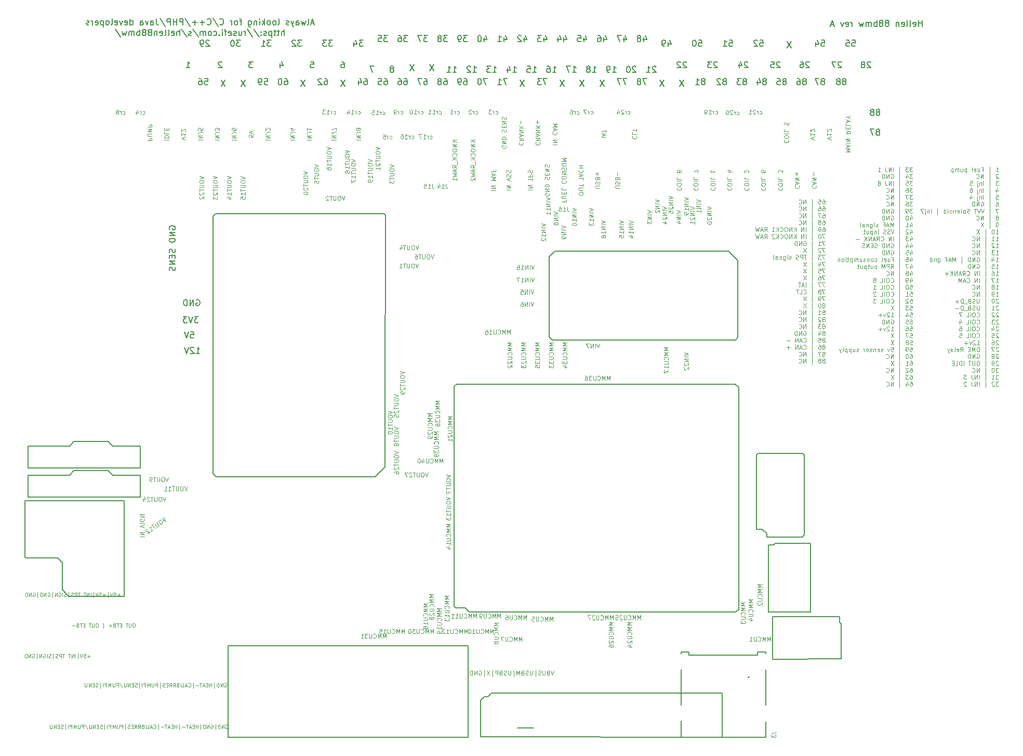
<source format=gbo>
G04 #@! TF.GenerationSoftware,KiCad,Pcbnew,(5.99.0-11247-g3f6811f413)*
G04 #@! TF.CreationDate,2021-08-17T18:14:15+03:00*
G04 #@! TF.ProjectId,hellen88bmw,68656c6c-656e-4383-9862-6d772e6b6963,rev?*
G04 #@! TF.SameCoordinates,PX3d1b110PY9269338*
G04 #@! TF.FileFunction,Legend,Bot*
G04 #@! TF.FilePolarity,Positive*
%FSLAX46Y46*%
G04 Gerber Fmt 4.6, Leading zero omitted, Abs format (unit mm)*
G04 Created by KiCad (PCBNEW (5.99.0-11247-g3f6811f413)) date 2021-08-17 18:14:15*
%MOMM*%
%LPD*%
G01*
G04 APERTURE LIST*
%ADD10C,0.150000*%
%ADD11C,0.100000*%
%ADD12C,0.120000*%
%ADD13C,0.200000*%
G04 APERTURE END LIST*
D10*
X67009333Y109820620D02*
X66342666Y108820620D01*
X66342666Y109820620D02*
X67009333Y108820620D01*
D11*
X128676000Y90139667D02*
X128642666Y90106334D01*
X128609333Y90006334D01*
X128609333Y89939667D01*
X128642666Y89839667D01*
X128709333Y89773000D01*
X128776000Y89739667D01*
X128909333Y89706334D01*
X129009333Y89706334D01*
X129142666Y89739667D01*
X129209333Y89773000D01*
X129276000Y89839667D01*
X129309333Y89939667D01*
X129309333Y90006334D01*
X129276000Y90106334D01*
X129242666Y90139667D01*
X128809333Y90406334D02*
X128809333Y90739667D01*
X128609333Y90339667D02*
X129309333Y90573000D01*
X128609333Y90806334D01*
X128609333Y91039667D02*
X129309333Y91039667D01*
X128609333Y91439667D01*
X129309333Y91439667D01*
X128876000Y91773000D02*
X128876000Y92306334D01*
D10*
X32461714Y110225381D02*
X32414095Y110273000D01*
X32318857Y110320620D01*
X32080761Y110320620D01*
X31985523Y110273000D01*
X31937904Y110225381D01*
X31890285Y110130143D01*
X31890285Y110034905D01*
X31937904Y109892048D01*
X32509333Y109320620D01*
X31890285Y109320620D01*
X52509333Y107320620D02*
X51842666Y106320620D01*
X51842666Y107320620D02*
X52509333Y106320620D01*
D11*
X125926000Y90139667D02*
X125892666Y90106334D01*
X125859333Y90006334D01*
X125859333Y89939667D01*
X125892666Y89839667D01*
X125959333Y89773000D01*
X126026000Y89739667D01*
X126159333Y89706334D01*
X126259333Y89706334D01*
X126392666Y89739667D01*
X126459333Y89773000D01*
X126526000Y89839667D01*
X126559333Y89939667D01*
X126559333Y90006334D01*
X126526000Y90106334D01*
X126492666Y90139667D01*
X126059333Y90406334D02*
X126059333Y90739667D01*
X125859333Y90339667D02*
X126559333Y90573000D01*
X125859333Y90806334D01*
X125859333Y91039667D02*
X126559333Y91039667D01*
X125859333Y91439667D01*
X126559333Y91439667D01*
X126126000Y91773000D02*
X126126000Y92306334D01*
X125859333Y92039667D02*
X126392666Y92039667D01*
D10*
X130164095Y113820620D02*
X130640285Y113820620D01*
X130687904Y113344429D01*
X130640285Y113392048D01*
X130545047Y113439667D01*
X130306952Y113439667D01*
X130211714Y113392048D01*
X130164095Y113344429D01*
X130116476Y113249191D01*
X130116476Y113011096D01*
X130164095Y112915858D01*
X130211714Y112868239D01*
X130306952Y112820620D01*
X130545047Y112820620D01*
X130640285Y112868239D01*
X130687904Y112915858D01*
X129259333Y113487286D02*
X129259333Y112820620D01*
X129497428Y113868239D02*
X129735523Y113153953D01*
X129116476Y113153953D01*
X91461714Y114237286D02*
X91461714Y113570620D01*
X91699809Y114618239D02*
X91937904Y113903953D01*
X91318857Y113903953D01*
X90461714Y114570620D02*
X90937904Y114570620D01*
X90985523Y114094429D01*
X90937904Y114142048D01*
X90842666Y114189667D01*
X90604571Y114189667D01*
X90509333Y114142048D01*
X90461714Y114094429D01*
X90414095Y113999191D01*
X90414095Y113761096D01*
X90461714Y113665858D01*
X90509333Y113618239D01*
X90604571Y113570620D01*
X90842666Y113570620D01*
X90937904Y113618239D01*
X90985523Y113665858D01*
X72485523Y114570620D02*
X71866476Y114570620D01*
X72199809Y114189667D01*
X72056952Y114189667D01*
X71961714Y114142048D01*
X71914095Y114094429D01*
X71866476Y113999191D01*
X71866476Y113761096D01*
X71914095Y113665858D01*
X71961714Y113618239D01*
X72056952Y113570620D01*
X72342666Y113570620D01*
X72437904Y113618239D01*
X72485523Y113665858D01*
X71390285Y113570620D02*
X71199809Y113570620D01*
X71104571Y113618239D01*
X71056952Y113665858D01*
X70961714Y113808715D01*
X70914095Y113999191D01*
X70914095Y114380143D01*
X70961714Y114475381D01*
X71009333Y114523000D01*
X71104571Y114570620D01*
X71295047Y114570620D01*
X71390285Y114523000D01*
X71437904Y114475381D01*
X71485523Y114380143D01*
X71485523Y114142048D01*
X71437904Y114046810D01*
X71390285Y113999191D01*
X71295047Y113951572D01*
X71104571Y113951572D01*
X71009333Y113999191D01*
X70961714Y114046810D01*
X70914095Y114142048D01*
X63759333Y109820620D02*
X63092666Y108820620D01*
X63092666Y109820620D02*
X63759333Y108820620D01*
D11*
X106676000Y89823000D02*
X106642666Y89789667D01*
X106609333Y89689667D01*
X106609333Y89623000D01*
X106642666Y89523000D01*
X106709333Y89456334D01*
X106776000Y89423000D01*
X106909333Y89389667D01*
X107009333Y89389667D01*
X107142666Y89423000D01*
X107209333Y89456334D01*
X107276000Y89523000D01*
X107309333Y89623000D01*
X107309333Y89689667D01*
X107276000Y89789667D01*
X107242666Y89823000D01*
X107309333Y90256334D02*
X107309333Y90389667D01*
X107276000Y90456334D01*
X107209333Y90523000D01*
X107076000Y90556334D01*
X106842666Y90556334D01*
X106709333Y90523000D01*
X106642666Y90456334D01*
X106609333Y90389667D01*
X106609333Y90256334D01*
X106642666Y90189667D01*
X106709333Y90123000D01*
X106842666Y90089667D01*
X107076000Y90089667D01*
X107209333Y90123000D01*
X107276000Y90189667D01*
X107309333Y90256334D01*
X106609333Y90856334D02*
X107309333Y90856334D01*
X106609333Y91523000D02*
X106609333Y91189667D01*
X107309333Y91189667D01*
X107009333Y92389667D02*
X107042666Y92323000D01*
X107076000Y92289667D01*
X107142666Y92256334D01*
X107176000Y92256334D01*
X107242666Y92289667D01*
X107276000Y92323000D01*
X107309333Y92389667D01*
X107309333Y92523000D01*
X107276000Y92589667D01*
X107242666Y92623000D01*
X107176000Y92656334D01*
X107142666Y92656334D01*
X107076000Y92623000D01*
X107042666Y92589667D01*
X107009333Y92523000D01*
X107009333Y92389667D01*
X106976000Y92323000D01*
X106942666Y92289667D01*
X106876000Y92256334D01*
X106742666Y92256334D01*
X106676000Y92289667D01*
X106642666Y92323000D01*
X106609333Y92389667D01*
X106609333Y92523000D01*
X106642666Y92589667D01*
X106676000Y92623000D01*
X106742666Y92656334D01*
X106876000Y92656334D01*
X106942666Y92623000D01*
X106976000Y92589667D01*
X107009333Y92523000D01*
X18176000Y18851572D02*
X18061714Y18851572D01*
X18004571Y18823000D01*
X17947428Y18765858D01*
X17918857Y18651572D01*
X17918857Y18451572D01*
X17947428Y18337286D01*
X18004571Y18280143D01*
X18061714Y18251572D01*
X18176000Y18251572D01*
X18233142Y18280143D01*
X18290285Y18337286D01*
X18318857Y18451572D01*
X18318857Y18651572D01*
X18290285Y18765858D01*
X18233142Y18823000D01*
X18176000Y18851572D01*
X17661714Y18851572D02*
X17661714Y18365858D01*
X17633142Y18308715D01*
X17604571Y18280143D01*
X17547428Y18251572D01*
X17433142Y18251572D01*
X17376000Y18280143D01*
X17347428Y18308715D01*
X17318857Y18365858D01*
X17318857Y18851572D01*
X17118857Y18851572D02*
X16776000Y18851572D01*
X16947428Y18251572D02*
X16947428Y18851572D01*
X16118857Y18565858D02*
X15918857Y18565858D01*
X15833142Y18251572D02*
X16118857Y18251572D01*
X16118857Y18851572D01*
X15833142Y18851572D01*
X15661714Y18851572D02*
X15318857Y18851572D01*
X15490285Y18251572D02*
X15490285Y18851572D01*
X14918857Y18565858D02*
X14833142Y18537286D01*
X14804571Y18508715D01*
X14776000Y18451572D01*
X14776000Y18365858D01*
X14804571Y18308715D01*
X14833142Y18280143D01*
X14890285Y18251572D01*
X15118857Y18251572D01*
X15118857Y18851572D01*
X14918857Y18851572D01*
X14861714Y18823000D01*
X14833142Y18794429D01*
X14804571Y18737286D01*
X14804571Y18680143D01*
X14833142Y18623000D01*
X14861714Y18594429D01*
X14918857Y18565858D01*
X15118857Y18565858D01*
X14518857Y18480143D02*
X14061714Y18480143D01*
X14290285Y18251572D02*
X14290285Y18708715D01*
X13176000Y18051572D02*
X13176000Y18908715D01*
X12176000Y18851572D02*
X12061714Y18851572D01*
X12004571Y18823000D01*
X11947428Y18765858D01*
X11918857Y18651572D01*
X11918857Y18451572D01*
X11947428Y18337286D01*
X12004571Y18280143D01*
X12061714Y18251572D01*
X12176000Y18251572D01*
X12233142Y18280143D01*
X12290285Y18337286D01*
X12318857Y18451572D01*
X12318857Y18651572D01*
X12290285Y18765858D01*
X12233142Y18823000D01*
X12176000Y18851572D01*
X11661714Y18851572D02*
X11661714Y18365858D01*
X11633142Y18308715D01*
X11604571Y18280143D01*
X11547428Y18251572D01*
X11433142Y18251572D01*
X11376000Y18280143D01*
X11347428Y18308715D01*
X11318857Y18365858D01*
X11318857Y18851572D01*
X11118857Y18851572D02*
X10776000Y18851572D01*
X10947428Y18251572D02*
X10947428Y18851572D01*
X10118857Y18565858D02*
X9918857Y18565858D01*
X9833142Y18251572D02*
X10118857Y18251572D01*
X10118857Y18851572D01*
X9833142Y18851572D01*
X9661714Y18851572D02*
X9318857Y18851572D01*
X9490285Y18251572D02*
X9490285Y18851572D01*
X8918857Y18565858D02*
X8833142Y18537286D01*
X8804571Y18508715D01*
X8776000Y18451572D01*
X8776000Y18365858D01*
X8804571Y18308715D01*
X8833142Y18280143D01*
X8890285Y18251572D01*
X9118857Y18251572D01*
X9118857Y18851572D01*
X8918857Y18851572D01*
X8861714Y18823000D01*
X8833142Y18794429D01*
X8804571Y18737286D01*
X8804571Y18680143D01*
X8833142Y18623000D01*
X8861714Y18594429D01*
X8918857Y18565858D01*
X9118857Y18565858D01*
X8518857Y18480143D02*
X8061714Y18480143D01*
X54359333Y97556334D02*
X55059333Y97556334D01*
X54359333Y97889667D02*
X55059333Y97889667D01*
X54359333Y98289667D01*
X55059333Y98289667D01*
X55059333Y98823000D02*
X54559333Y98823000D01*
X54459333Y98789667D01*
X54392666Y98723000D01*
X54359333Y98623000D01*
X54359333Y98556334D01*
X54759333Y99256334D02*
X54792666Y99189667D01*
X54826000Y99156334D01*
X54892666Y99123000D01*
X54926000Y99123000D01*
X54992666Y99156334D01*
X55026000Y99189667D01*
X55059333Y99256334D01*
X55059333Y99389667D01*
X55026000Y99456334D01*
X54992666Y99489667D01*
X54926000Y99523000D01*
X54892666Y99523000D01*
X54826000Y99489667D01*
X54792666Y99456334D01*
X54759333Y99389667D01*
X54759333Y99256334D01*
X54726000Y99189667D01*
X54692666Y99156334D01*
X54626000Y99123000D01*
X54492666Y99123000D01*
X54426000Y99156334D01*
X54392666Y99189667D01*
X54359333Y99256334D01*
X54359333Y99389667D01*
X54392666Y99456334D01*
X54426000Y99489667D01*
X54492666Y99523000D01*
X54626000Y99523000D01*
X54692666Y99489667D01*
X54726000Y99456334D01*
X54759333Y99389667D01*
D10*
X124247428Y107142048D02*
X124342666Y107189667D01*
X124390285Y107237286D01*
X124437904Y107332524D01*
X124437904Y107380143D01*
X124390285Y107475381D01*
X124342666Y107523000D01*
X124247428Y107570620D01*
X124056952Y107570620D01*
X123961714Y107523000D01*
X123914095Y107475381D01*
X123866476Y107380143D01*
X123866476Y107332524D01*
X123914095Y107237286D01*
X123961714Y107189667D01*
X124056952Y107142048D01*
X124247428Y107142048D01*
X124342666Y107094429D01*
X124390285Y107046810D01*
X124437904Y106951572D01*
X124437904Y106761096D01*
X124390285Y106665858D01*
X124342666Y106618239D01*
X124247428Y106570620D01*
X124056952Y106570620D01*
X123961714Y106618239D01*
X123914095Y106665858D01*
X123866476Y106761096D01*
X123866476Y106951572D01*
X123914095Y107046810D01*
X123961714Y107094429D01*
X124056952Y107142048D01*
X122961714Y107570620D02*
X123437904Y107570620D01*
X123485523Y107094429D01*
X123437904Y107142048D01*
X123342666Y107189667D01*
X123104571Y107189667D01*
X123009333Y107142048D01*
X122961714Y107094429D01*
X122914095Y106999191D01*
X122914095Y106761096D01*
X122961714Y106665858D01*
X123009333Y106618239D01*
X123104571Y106570620D01*
X123342666Y106570620D01*
X123437904Y106618239D01*
X123485523Y106665858D01*
X76616476Y108570620D02*
X77187904Y108570620D01*
X76902190Y108570620D02*
X76902190Y109570620D01*
X76997428Y109427762D01*
X77092666Y109332524D01*
X77187904Y109284905D01*
X76283142Y109570620D02*
X75664095Y109570620D01*
X75997428Y109189667D01*
X75854571Y109189667D01*
X75759333Y109142048D01*
X75711714Y109094429D01*
X75664095Y108999191D01*
X75664095Y108761096D01*
X75711714Y108665858D01*
X75759333Y108618239D01*
X75854571Y108570620D01*
X76140285Y108570620D01*
X76235523Y108618239D01*
X76283142Y108665858D01*
X46009333Y107320620D02*
X45342666Y106320620D01*
X45342666Y107320620D02*
X46009333Y106320620D01*
D11*
X20359333Y97473000D02*
X21059333Y97473000D01*
X21059333Y97739667D01*
X21026000Y97806334D01*
X20992666Y97839667D01*
X20926000Y97873000D01*
X20826000Y97873000D01*
X20759333Y97839667D01*
X20726000Y97806334D01*
X20692666Y97739667D01*
X20692666Y97473000D01*
X21059333Y98173000D02*
X20492666Y98173000D01*
X20426000Y98206334D01*
X20392666Y98239667D01*
X20359333Y98306334D01*
X20359333Y98439667D01*
X20392666Y98506334D01*
X20426000Y98539667D01*
X20492666Y98573000D01*
X21059333Y98573000D01*
X20359333Y98906334D02*
X21059333Y98906334D01*
X20559333Y99139667D01*
X21059333Y99373000D01*
X20359333Y99373000D01*
X20359333Y99706334D02*
X21059333Y99706334D01*
X21059333Y99973000D01*
X21026000Y100039667D01*
X20992666Y100073000D01*
X20926000Y100106334D01*
X20826000Y100106334D01*
X20759333Y100073000D01*
X20726000Y100039667D01*
X20692666Y99973000D01*
X20692666Y99706334D01*
D10*
X29664095Y107570620D02*
X30140285Y107570620D01*
X30187904Y107094429D01*
X30140285Y107142048D01*
X30045047Y107189667D01*
X29806952Y107189667D01*
X29711714Y107142048D01*
X29664095Y107094429D01*
X29616476Y106999191D01*
X29616476Y106761096D01*
X29664095Y106665858D01*
X29711714Y106618239D01*
X29806952Y106570620D01*
X30045047Y106570620D01*
X30140285Y106618239D01*
X30187904Y106665858D01*
X28759333Y107570620D02*
X28949809Y107570620D01*
X29045047Y107523000D01*
X29092666Y107475381D01*
X29187904Y107332524D01*
X29235523Y107142048D01*
X29235523Y106761096D01*
X29187904Y106665858D01*
X29140285Y106618239D01*
X29045047Y106570620D01*
X28854571Y106570620D01*
X28759333Y106618239D01*
X28711714Y106665858D01*
X28664095Y106761096D01*
X28664095Y106999191D01*
X28711714Y107094429D01*
X28759333Y107142048D01*
X28854571Y107189667D01*
X29045047Y107189667D01*
X29140285Y107142048D01*
X29187904Y107094429D01*
X29235523Y106999191D01*
D11*
X82356582Y89447370D02*
X83056582Y89447370D01*
X82356582Y89780703D02*
X83056582Y89780703D01*
X82356582Y90180703D01*
X83056582Y90180703D01*
X83056582Y90947370D02*
X83056582Y91347370D01*
X82356582Y91147370D02*
X83056582Y91147370D01*
X82356582Y91580703D02*
X83056582Y91580703D01*
X83056582Y91847370D01*
X83023249Y91914037D01*
X82989915Y91947370D01*
X82923249Y91980703D01*
X82823249Y91980703D01*
X82756582Y91947370D01*
X82723249Y91914037D01*
X82689915Y91847370D01*
X82689915Y91580703D01*
X82389915Y92247370D02*
X82356582Y92347370D01*
X82356582Y92514037D01*
X82389915Y92580703D01*
X82423249Y92614037D01*
X82489915Y92647370D01*
X82556582Y92647370D01*
X82623249Y92614037D01*
X82656582Y92580703D01*
X82689915Y92514037D01*
X82723249Y92380703D01*
X82756582Y92314037D01*
X82789915Y92280703D01*
X82856582Y92247370D01*
X82923249Y92247370D01*
X82989915Y92280703D01*
X83023249Y92314037D01*
X83056582Y92380703D01*
X83056582Y92547370D01*
X83023249Y92647370D01*
D10*
X139476344Y98903854D02*
X139571582Y98951473D01*
X139619201Y98999092D01*
X139666820Y99094330D01*
X139666820Y99141949D01*
X139619201Y99237187D01*
X139571582Y99284806D01*
X139476344Y99332426D01*
X139285868Y99332426D01*
X139190630Y99284806D01*
X139143011Y99237187D01*
X139095392Y99141949D01*
X139095392Y99094330D01*
X139143011Y98999092D01*
X139190630Y98951473D01*
X139285868Y98903854D01*
X139476344Y98903854D01*
X139571582Y98856235D01*
X139619201Y98808616D01*
X139666820Y98713378D01*
X139666820Y98522902D01*
X139619201Y98427664D01*
X139571582Y98380045D01*
X139476344Y98332426D01*
X139285868Y98332426D01*
X139190630Y98380045D01*
X139143011Y98427664D01*
X139095392Y98522902D01*
X139095392Y98713378D01*
X139143011Y98808616D01*
X139190630Y98856235D01*
X139285868Y98903854D01*
X138762058Y99332426D02*
X138095392Y99332426D01*
X138523963Y98332426D01*
X138187904Y110225381D02*
X138140285Y110273000D01*
X138045047Y110320620D01*
X137806952Y110320620D01*
X137711714Y110273000D01*
X137664095Y110225381D01*
X137616476Y110130143D01*
X137616476Y110034905D01*
X137664095Y109892048D01*
X138235523Y109320620D01*
X137616476Y109320620D01*
X137045047Y109892048D02*
X137140285Y109939667D01*
X137187904Y109987286D01*
X137235523Y110082524D01*
X137235523Y110130143D01*
X137187904Y110225381D01*
X137140285Y110273000D01*
X137045047Y110320620D01*
X136854571Y110320620D01*
X136759333Y110273000D01*
X136711714Y110225381D01*
X136664095Y110130143D01*
X136664095Y110082524D01*
X136711714Y109987286D01*
X136759333Y109939667D01*
X136854571Y109892048D01*
X137045047Y109892048D01*
X137140285Y109844429D01*
X137187904Y109796810D01*
X137235523Y109701572D01*
X137235523Y109511096D01*
X137187904Y109415858D01*
X137140285Y109368239D01*
X137045047Y109320620D01*
X136854571Y109320620D01*
X136759333Y109368239D01*
X136711714Y109415858D01*
X136664095Y109511096D01*
X136664095Y109701572D01*
X136711714Y109796810D01*
X136759333Y109844429D01*
X136854571Y109892048D01*
X59485523Y114570620D02*
X58866476Y114570620D01*
X59199809Y114189667D01*
X59056952Y114189667D01*
X58961714Y114142048D01*
X58914095Y114094429D01*
X58866476Y113999191D01*
X58866476Y113761096D01*
X58914095Y113665858D01*
X58961714Y113618239D01*
X59056952Y113570620D01*
X59342666Y113570620D01*
X59437904Y113618239D01*
X59485523Y113665858D01*
X57961714Y114570620D02*
X58437904Y114570620D01*
X58485523Y114094429D01*
X58437904Y114142048D01*
X58342666Y114189667D01*
X58104571Y114189667D01*
X58009333Y114142048D01*
X57961714Y114094429D01*
X57914095Y113999191D01*
X57914095Y113761096D01*
X57961714Y113665858D01*
X58009333Y113618239D01*
X58104571Y113570620D01*
X58342666Y113570620D01*
X58437904Y113618239D01*
X58485523Y113665858D01*
D11*
X97300282Y89714037D02*
X96733615Y89714037D01*
X96666949Y89747370D01*
X96633615Y89780703D01*
X96600282Y89847370D01*
X96600282Y89980703D01*
X96633615Y90047370D01*
X96666949Y90080703D01*
X96733615Y90114037D01*
X97300282Y90114037D01*
X96633615Y90414037D02*
X96600282Y90514037D01*
X96600282Y90680703D01*
X96633615Y90747370D01*
X96666949Y90780703D01*
X96733615Y90814037D01*
X96800282Y90814037D01*
X96866949Y90780703D01*
X96900282Y90747370D01*
X96933615Y90680703D01*
X96966949Y90547370D01*
X97000282Y90480703D01*
X97033615Y90447370D01*
X97100282Y90414037D01*
X97166949Y90414037D01*
X97233615Y90447370D01*
X97266949Y90480703D01*
X97300282Y90547370D01*
X97300282Y90714037D01*
X97266949Y90814037D01*
X96966949Y91347370D02*
X96933615Y91447370D01*
X96900282Y91480703D01*
X96833615Y91514037D01*
X96733615Y91514037D01*
X96666949Y91480703D01*
X96633615Y91447370D01*
X96600282Y91380703D01*
X96600282Y91114037D01*
X97300282Y91114037D01*
X97300282Y91347370D01*
X97266949Y91414037D01*
X97233615Y91447370D01*
X97166949Y91480703D01*
X97100282Y91480703D01*
X97033615Y91447370D01*
X97000282Y91414037D01*
X96966949Y91347370D01*
X96966949Y91114037D01*
X96866949Y91814037D02*
X96866949Y92347370D01*
X76357966Y89398275D02*
X77057966Y89398275D01*
X76357966Y89731608D02*
X77057966Y89731608D01*
X76357966Y90131608D01*
X77057966Y90131608D01*
X76357966Y90998275D02*
X77057966Y90998275D01*
X76557966Y91231608D01*
X77057966Y91464942D01*
X76357966Y91464942D01*
X76557966Y91764942D02*
X76557966Y92098275D01*
X76357966Y91698275D02*
X77057966Y91931608D01*
X76357966Y92164942D01*
X76724633Y92631608D02*
X76724633Y92398275D01*
X76357966Y92398275D02*
X77057966Y92398275D01*
X77057966Y92731608D01*
D10*
X57259333Y109570620D02*
X56592666Y109570620D01*
X57021238Y108570620D01*
X130497428Y107142048D02*
X130592666Y107189667D01*
X130640285Y107237286D01*
X130687904Y107332524D01*
X130687904Y107380143D01*
X130640285Y107475381D01*
X130592666Y107523000D01*
X130497428Y107570620D01*
X130306952Y107570620D01*
X130211714Y107523000D01*
X130164095Y107475381D01*
X130116476Y107380143D01*
X130116476Y107332524D01*
X130164095Y107237286D01*
X130211714Y107189667D01*
X130306952Y107142048D01*
X130497428Y107142048D01*
X130592666Y107094429D01*
X130640285Y107046810D01*
X130687904Y106951572D01*
X130687904Y106761096D01*
X130640285Y106665858D01*
X130592666Y106618239D01*
X130497428Y106570620D01*
X130306952Y106570620D01*
X130211714Y106618239D01*
X130164095Y106665858D01*
X130116476Y106761096D01*
X130116476Y106951572D01*
X130164095Y107046810D01*
X130211714Y107094429D01*
X130306952Y107142048D01*
X129783142Y107570620D02*
X129116476Y107570620D01*
X129545047Y106570620D01*
D11*
X129059333Y97623000D02*
X128359333Y97856334D01*
X129059333Y98089667D01*
X128359333Y98689667D02*
X128359333Y98289667D01*
X128359333Y98489667D02*
X129059333Y98489667D01*
X128959333Y98423000D01*
X128892666Y98356334D01*
X128859333Y98289667D01*
X128992666Y98956334D02*
X129026000Y98989667D01*
X129059333Y99056334D01*
X129059333Y99223000D01*
X129026000Y99289667D01*
X128992666Y99323000D01*
X128926000Y99356334D01*
X128859333Y99356334D01*
X128759333Y99323000D01*
X128359333Y98923000D01*
X128359333Y99356334D01*
D10*
X45485523Y113820620D02*
X44866476Y113820620D01*
X45199809Y113439667D01*
X45056952Y113439667D01*
X44961714Y113392048D01*
X44914095Y113344429D01*
X44866476Y113249191D01*
X44866476Y113011096D01*
X44914095Y112915858D01*
X44961714Y112868239D01*
X45056952Y112820620D01*
X45342666Y112820620D01*
X45437904Y112868239D01*
X45485523Y112915858D01*
X44485523Y113725381D02*
X44437904Y113773000D01*
X44342666Y113820620D01*
X44104571Y113820620D01*
X44009333Y113773000D01*
X43961714Y113725381D01*
X43914095Y113630143D01*
X43914095Y113534905D01*
X43961714Y113392048D01*
X44533142Y112820620D01*
X43914095Y112820620D01*
D11*
X28609333Y97556334D02*
X29309333Y97556334D01*
X28609333Y97889667D02*
X29309333Y97889667D01*
X28609333Y98289667D01*
X29309333Y98289667D01*
X29309333Y98823000D02*
X28809333Y98823000D01*
X28709333Y98789667D01*
X28642666Y98723000D01*
X28609333Y98623000D01*
X28609333Y98556334D01*
X29309333Y99489667D02*
X29309333Y99156334D01*
X28976000Y99123000D01*
X29009333Y99156334D01*
X29042666Y99223000D01*
X29042666Y99389667D01*
X29009333Y99456334D01*
X28976000Y99489667D01*
X28909333Y99523000D01*
X28742666Y99523000D01*
X28676000Y99489667D01*
X28642666Y99456334D01*
X28609333Y99389667D01*
X28609333Y99223000D01*
X28642666Y99156334D01*
X28676000Y99123000D01*
D10*
X120997428Y107142048D02*
X121092666Y107189667D01*
X121140285Y107237286D01*
X121187904Y107332524D01*
X121187904Y107380143D01*
X121140285Y107475381D01*
X121092666Y107523000D01*
X120997428Y107570620D01*
X120806952Y107570620D01*
X120711714Y107523000D01*
X120664095Y107475381D01*
X120616476Y107380143D01*
X120616476Y107332524D01*
X120664095Y107237286D01*
X120711714Y107189667D01*
X120806952Y107142048D01*
X120997428Y107142048D01*
X121092666Y107094429D01*
X121140285Y107046810D01*
X121187904Y106951572D01*
X121187904Y106761096D01*
X121140285Y106665858D01*
X121092666Y106618239D01*
X120997428Y106570620D01*
X120806952Y106570620D01*
X120711714Y106618239D01*
X120664095Y106665858D01*
X120616476Y106761096D01*
X120616476Y106951572D01*
X120664095Y107046810D01*
X120711714Y107094429D01*
X120806952Y107142048D01*
X119759333Y107237286D02*
X119759333Y106570620D01*
X119997428Y107618239D02*
X120235523Y106903953D01*
X119616476Y106903953D01*
D11*
X85776000Y88873000D02*
X85809333Y88806334D01*
X85809333Y88706334D01*
X85776000Y88606334D01*
X85709333Y88539667D01*
X85642666Y88506334D01*
X85509333Y88473000D01*
X85409333Y88473000D01*
X85276000Y88506334D01*
X85209333Y88539667D01*
X85142666Y88606334D01*
X85109333Y88706334D01*
X85109333Y88773000D01*
X85142666Y88873000D01*
X85176000Y88906334D01*
X85409333Y88906334D01*
X85409333Y88773000D01*
X85109333Y89206334D02*
X85809333Y89206334D01*
X85109333Y89606334D01*
X85809333Y89606334D01*
X85109333Y89939667D02*
X85809333Y89939667D01*
X85809333Y90106334D01*
X85776000Y90206334D01*
X85709333Y90273000D01*
X85642666Y90306334D01*
X85509333Y90339667D01*
X85409333Y90339667D01*
X85276000Y90306334D01*
X85209333Y90273000D01*
X85142666Y90206334D01*
X85109333Y90106334D01*
X85109333Y89939667D01*
X85142666Y91139667D02*
X85109333Y91239667D01*
X85109333Y91406334D01*
X85142666Y91473000D01*
X85176000Y91506334D01*
X85242666Y91539667D01*
X85309333Y91539667D01*
X85376000Y91506334D01*
X85409333Y91473000D01*
X85442666Y91406334D01*
X85476000Y91273000D01*
X85509333Y91206334D01*
X85542666Y91173000D01*
X85609333Y91139667D01*
X85676000Y91139667D01*
X85742666Y91173000D01*
X85776000Y91206334D01*
X85809333Y91273000D01*
X85809333Y91439667D01*
X85776000Y91539667D01*
X85476000Y91839667D02*
X85476000Y92073000D01*
X85109333Y92173000D02*
X85109333Y91839667D01*
X85809333Y91839667D01*
X85809333Y92173000D01*
X85109333Y92473000D02*
X85809333Y92473000D01*
X85109333Y92873000D01*
X85809333Y92873000D01*
X85142666Y93173000D02*
X85109333Y93273000D01*
X85109333Y93439667D01*
X85142666Y93506334D01*
X85176000Y93539667D01*
X85242666Y93573000D01*
X85309333Y93573000D01*
X85376000Y93539667D01*
X85409333Y93506334D01*
X85442666Y93439667D01*
X85476000Y93306334D01*
X85509333Y93239667D01*
X85542666Y93206334D01*
X85609333Y93173000D01*
X85676000Y93173000D01*
X85742666Y93206334D01*
X85776000Y93239667D01*
X85809333Y93306334D01*
X85809333Y93473000D01*
X85776000Y93573000D01*
D10*
X69235523Y114570620D02*
X68616476Y114570620D01*
X68949809Y114189667D01*
X68806952Y114189667D01*
X68711714Y114142048D01*
X68664095Y114094429D01*
X68616476Y113999191D01*
X68616476Y113761096D01*
X68664095Y113665858D01*
X68711714Y113618239D01*
X68806952Y113570620D01*
X69092666Y113570620D01*
X69187904Y113618239D01*
X69235523Y113665858D01*
X68045047Y114142048D02*
X68140285Y114189667D01*
X68187904Y114237286D01*
X68235523Y114332524D01*
X68235523Y114380143D01*
X68187904Y114475381D01*
X68140285Y114523000D01*
X68045047Y114570620D01*
X67854571Y114570620D01*
X67759333Y114523000D01*
X67711714Y114475381D01*
X67664095Y114380143D01*
X67664095Y114332524D01*
X67711714Y114237286D01*
X67759333Y114189667D01*
X67854571Y114142048D01*
X68045047Y114142048D01*
X68140285Y114094429D01*
X68187904Y114046810D01*
X68235523Y113951572D01*
X68235523Y113761096D01*
X68187904Y113665858D01*
X68140285Y113618239D01*
X68045047Y113570620D01*
X67854571Y113570620D01*
X67759333Y113618239D01*
X67711714Y113665858D01*
X67664095Y113761096D01*
X67664095Y113951572D01*
X67711714Y114046810D01*
X67759333Y114094429D01*
X67854571Y114142048D01*
D11*
X78859333Y89423000D02*
X79559333Y89423000D01*
X78859333Y89756334D02*
X79559333Y89756334D01*
X78859333Y90156334D01*
X79559333Y90156334D01*
X79559333Y90923000D02*
X78859333Y91156334D01*
X79559333Y91389667D01*
X78892666Y91589667D02*
X78859333Y91689667D01*
X78859333Y91856334D01*
X78892666Y91923000D01*
X78926000Y91956334D01*
X78992666Y91989667D01*
X79059333Y91989667D01*
X79126000Y91956334D01*
X79159333Y91923000D01*
X79192666Y91856334D01*
X79226000Y91723000D01*
X79259333Y91656334D01*
X79292666Y91623000D01*
X79359333Y91589667D01*
X79426000Y91589667D01*
X79492666Y91623000D01*
X79526000Y91656334D01*
X79559333Y91723000D01*
X79559333Y91889667D01*
X79526000Y91989667D01*
X78892666Y92256334D02*
X78859333Y92356334D01*
X78859333Y92523000D01*
X78892666Y92589667D01*
X78926000Y92623000D01*
X78992666Y92656334D01*
X79059333Y92656334D01*
X79126000Y92623000D01*
X79159333Y92589667D01*
X79192666Y92523000D01*
X79226000Y92389667D01*
X79259333Y92323000D01*
X79292666Y92289667D01*
X79359333Y92256334D01*
X79426000Y92256334D01*
X79492666Y92289667D01*
X79526000Y92323000D01*
X79559333Y92389667D01*
X79559333Y92556334D01*
X79526000Y92656334D01*
D10*
X81759333Y107320620D02*
X81092666Y106320620D01*
X81092666Y107320620D02*
X81759333Y106320620D01*
D11*
X86542666Y11156334D02*
X86309333Y10456334D01*
X86076000Y11156334D01*
X85609333Y10823000D02*
X85509333Y10789667D01*
X85476000Y10756334D01*
X85442666Y10689667D01*
X85442666Y10589667D01*
X85476000Y10523000D01*
X85509333Y10489667D01*
X85576000Y10456334D01*
X85842666Y10456334D01*
X85842666Y11156334D01*
X85609333Y11156334D01*
X85542666Y11123000D01*
X85509333Y11089667D01*
X85476000Y11023000D01*
X85476000Y10956334D01*
X85509333Y10889667D01*
X85542666Y10856334D01*
X85609333Y10823000D01*
X85842666Y10823000D01*
X85142666Y11156334D02*
X85142666Y10589667D01*
X85109333Y10523000D01*
X85076000Y10489667D01*
X85009333Y10456334D01*
X84876000Y10456334D01*
X84809333Y10489667D01*
X84776000Y10523000D01*
X84742666Y10589667D01*
X84742666Y11156334D01*
X84442666Y10489667D02*
X84342666Y10456334D01*
X84176000Y10456334D01*
X84109333Y10489667D01*
X84076000Y10523000D01*
X84042666Y10589667D01*
X84042666Y10656334D01*
X84076000Y10723000D01*
X84109333Y10756334D01*
X84176000Y10789667D01*
X84309333Y10823000D01*
X84376000Y10856334D01*
X84409333Y10889667D01*
X84442666Y10956334D01*
X84442666Y11023000D01*
X84409333Y11089667D01*
X84376000Y11123000D01*
X84309333Y11156334D01*
X84142666Y11156334D01*
X84042666Y11123000D01*
X83576000Y10223000D02*
X83576000Y11223000D01*
X83076000Y11156334D02*
X83076000Y10589667D01*
X83042666Y10523000D01*
X83009333Y10489667D01*
X82942666Y10456334D01*
X82809333Y10456334D01*
X82742666Y10489667D01*
X82709333Y10523000D01*
X82676000Y10589667D01*
X82676000Y11156334D01*
X82376000Y10489667D02*
X82276000Y10456334D01*
X82109333Y10456334D01*
X82042666Y10489667D01*
X82009333Y10523000D01*
X81976000Y10589667D01*
X81976000Y10656334D01*
X82009333Y10723000D01*
X82042666Y10756334D01*
X82109333Y10789667D01*
X82242666Y10823000D01*
X82309333Y10856334D01*
X82342666Y10889667D01*
X82376000Y10956334D01*
X82376000Y11023000D01*
X82342666Y11089667D01*
X82309333Y11123000D01*
X82242666Y11156334D01*
X82076000Y11156334D01*
X81976000Y11123000D01*
X81442666Y10823000D02*
X81342666Y10789667D01*
X81309333Y10756334D01*
X81276000Y10689667D01*
X81276000Y10589667D01*
X81309333Y10523000D01*
X81342666Y10489667D01*
X81409333Y10456334D01*
X81676000Y10456334D01*
X81676000Y11156334D01*
X81442666Y11156334D01*
X81376000Y11123000D01*
X81342666Y11089667D01*
X81309333Y11023000D01*
X81309333Y10956334D01*
X81342666Y10889667D01*
X81376000Y10856334D01*
X81442666Y10823000D01*
X81676000Y10823000D01*
X80976000Y10456334D02*
X80976000Y11156334D01*
X80742666Y10656334D01*
X80509333Y11156334D01*
X80509333Y10456334D01*
X80009333Y10223000D02*
X80009333Y11223000D01*
X79509333Y11156334D02*
X79509333Y10589667D01*
X79476000Y10523000D01*
X79442666Y10489667D01*
X79376000Y10456334D01*
X79242666Y10456334D01*
X79176000Y10489667D01*
X79142666Y10523000D01*
X79109333Y10589667D01*
X79109333Y11156334D01*
X78809333Y10489667D02*
X78709333Y10456334D01*
X78542666Y10456334D01*
X78476000Y10489667D01*
X78442666Y10523000D01*
X78409333Y10589667D01*
X78409333Y10656334D01*
X78442666Y10723000D01*
X78476000Y10756334D01*
X78542666Y10789667D01*
X78676000Y10823000D01*
X78742666Y10856334D01*
X78776000Y10889667D01*
X78809333Y10956334D01*
X78809333Y11023000D01*
X78776000Y11089667D01*
X78742666Y11123000D01*
X78676000Y11156334D01*
X78509333Y11156334D01*
X78409333Y11123000D01*
X77876000Y10823000D02*
X77776000Y10789667D01*
X77742666Y10756334D01*
X77709333Y10689667D01*
X77709333Y10589667D01*
X77742666Y10523000D01*
X77776000Y10489667D01*
X77842666Y10456334D01*
X78109333Y10456334D01*
X78109333Y11156334D01*
X77876000Y11156334D01*
X77809333Y11123000D01*
X77776000Y11089667D01*
X77742666Y11023000D01*
X77742666Y10956334D01*
X77776000Y10889667D01*
X77809333Y10856334D01*
X77876000Y10823000D01*
X78109333Y10823000D01*
X77409333Y10456334D02*
X77409333Y11156334D01*
X77142666Y11156334D01*
X77076000Y11123000D01*
X77042666Y11089667D01*
X77009333Y11023000D01*
X77009333Y10923000D01*
X77042666Y10856334D01*
X77076000Y10823000D01*
X77142666Y10789667D01*
X77409333Y10789667D01*
X76542666Y10223000D02*
X76542666Y11223000D01*
X76109333Y11156334D02*
X75642666Y10456334D01*
X75642666Y11156334D02*
X76109333Y10456334D01*
X75209333Y10223000D02*
X75209333Y11223000D01*
X74342666Y11123000D02*
X74409333Y11156334D01*
X74509333Y11156334D01*
X74609333Y11123000D01*
X74676000Y11056334D01*
X74709333Y10989667D01*
X74742666Y10856334D01*
X74742666Y10756334D01*
X74709333Y10623000D01*
X74676000Y10556334D01*
X74609333Y10489667D01*
X74509333Y10456334D01*
X74442666Y10456334D01*
X74342666Y10489667D01*
X74309333Y10523000D01*
X74309333Y10756334D01*
X74442666Y10756334D01*
X74009333Y10456334D02*
X74009333Y11156334D01*
X73609333Y10456334D01*
X73609333Y11156334D01*
X73276000Y10456334D02*
X73276000Y11156334D01*
X73109333Y11156334D01*
X73009333Y11123000D01*
X72942666Y11056334D01*
X72909333Y10989667D01*
X72876000Y10856334D01*
X72876000Y10756334D01*
X72909333Y10623000D01*
X72942666Y10556334D01*
X73009333Y10489667D01*
X73109333Y10456334D01*
X73276000Y10456334D01*
D10*
X39414095Y107570620D02*
X39890285Y107570620D01*
X39937904Y107094429D01*
X39890285Y107142048D01*
X39795047Y107189667D01*
X39556952Y107189667D01*
X39461714Y107142048D01*
X39414095Y107094429D01*
X39366476Y106999191D01*
X39366476Y106761096D01*
X39414095Y106665858D01*
X39461714Y106618239D01*
X39556952Y106570620D01*
X39795047Y106570620D01*
X39890285Y106618239D01*
X39937904Y106665858D01*
X38890285Y106570620D02*
X38699809Y106570620D01*
X38604571Y106618239D01*
X38556952Y106665858D01*
X38461714Y106808715D01*
X38414095Y106999191D01*
X38414095Y107380143D01*
X38461714Y107475381D01*
X38509333Y107523000D01*
X38604571Y107570620D01*
X38795047Y107570620D01*
X38890285Y107523000D01*
X38937904Y107475381D01*
X38985523Y107380143D01*
X38985523Y107142048D01*
X38937904Y107046810D01*
X38890285Y106999191D01*
X38795047Y106951572D01*
X38604571Y106951572D01*
X38509333Y106999191D01*
X38461714Y107046810D01*
X38414095Y107142048D01*
X50485523Y113820620D02*
X49866476Y113820620D01*
X50199809Y113439667D01*
X50056952Y113439667D01*
X49961714Y113392048D01*
X49914095Y113344429D01*
X49866476Y113249191D01*
X49866476Y113011096D01*
X49914095Y112915858D01*
X49961714Y112868239D01*
X50056952Y112820620D01*
X50342666Y112820620D01*
X50437904Y112868239D01*
X50485523Y112915858D01*
X49533142Y113820620D02*
X48914095Y113820620D01*
X49247428Y113439667D01*
X49104571Y113439667D01*
X49009333Y113392048D01*
X48961714Y113344429D01*
X48914095Y113249191D01*
X48914095Y113011096D01*
X48961714Y112915858D01*
X49009333Y112868239D01*
X49104571Y112820620D01*
X49390285Y112820620D01*
X49485523Y112868239D01*
X49533142Y112915858D01*
X146580761Y116070620D02*
X146580761Y117070620D01*
X146580761Y116594429D02*
X146009333Y116594429D01*
X146009333Y116070620D02*
X146009333Y117070620D01*
X145152190Y116118239D02*
X145247428Y116070620D01*
X145437904Y116070620D01*
X145533142Y116118239D01*
X145580761Y116213477D01*
X145580761Y116594429D01*
X145533142Y116689667D01*
X145437904Y116737286D01*
X145247428Y116737286D01*
X145152190Y116689667D01*
X145104571Y116594429D01*
X145104571Y116499191D01*
X145580761Y116403953D01*
X144533142Y116070620D02*
X144628380Y116118239D01*
X144676000Y116213477D01*
X144676000Y117070620D01*
X144009333Y116070620D02*
X144104571Y116118239D01*
X144152190Y116213477D01*
X144152190Y117070620D01*
X143247428Y116118239D02*
X143342666Y116070620D01*
X143533142Y116070620D01*
X143628380Y116118239D01*
X143676000Y116213477D01*
X143676000Y116594429D01*
X143628380Y116689667D01*
X143533142Y116737286D01*
X143342666Y116737286D01*
X143247428Y116689667D01*
X143199809Y116594429D01*
X143199809Y116499191D01*
X143676000Y116403953D01*
X142771238Y116737286D02*
X142771238Y116070620D01*
X142771238Y116642048D02*
X142723619Y116689667D01*
X142628380Y116737286D01*
X142485523Y116737286D01*
X142390285Y116689667D01*
X142342666Y116594429D01*
X142342666Y116070620D01*
X140961714Y116642048D02*
X141056952Y116689667D01*
X141104571Y116737286D01*
X141152190Y116832524D01*
X141152190Y116880143D01*
X141104571Y116975381D01*
X141056952Y117023000D01*
X140961714Y117070620D01*
X140771238Y117070620D01*
X140676000Y117023000D01*
X140628380Y116975381D01*
X140580761Y116880143D01*
X140580761Y116832524D01*
X140628380Y116737286D01*
X140676000Y116689667D01*
X140771238Y116642048D01*
X140961714Y116642048D01*
X141056952Y116594429D01*
X141104571Y116546810D01*
X141152190Y116451572D01*
X141152190Y116261096D01*
X141104571Y116165858D01*
X141056952Y116118239D01*
X140961714Y116070620D01*
X140771238Y116070620D01*
X140676000Y116118239D01*
X140628380Y116165858D01*
X140580761Y116261096D01*
X140580761Y116451572D01*
X140628380Y116546810D01*
X140676000Y116594429D01*
X140771238Y116642048D01*
X140009333Y116642048D02*
X140104571Y116689667D01*
X140152190Y116737286D01*
X140199809Y116832524D01*
X140199809Y116880143D01*
X140152190Y116975381D01*
X140104571Y117023000D01*
X140009333Y117070620D01*
X139818857Y117070620D01*
X139723619Y117023000D01*
X139676000Y116975381D01*
X139628380Y116880143D01*
X139628380Y116832524D01*
X139676000Y116737286D01*
X139723619Y116689667D01*
X139818857Y116642048D01*
X140009333Y116642048D01*
X140104571Y116594429D01*
X140152190Y116546810D01*
X140199809Y116451572D01*
X140199809Y116261096D01*
X140152190Y116165858D01*
X140104571Y116118239D01*
X140009333Y116070620D01*
X139818857Y116070620D01*
X139723619Y116118239D01*
X139676000Y116165858D01*
X139628380Y116261096D01*
X139628380Y116451572D01*
X139676000Y116546810D01*
X139723619Y116594429D01*
X139818857Y116642048D01*
X139199809Y116070620D02*
X139199809Y117070620D01*
X139199809Y116689667D02*
X139104571Y116737286D01*
X138914095Y116737286D01*
X138818857Y116689667D01*
X138771238Y116642048D01*
X138723619Y116546810D01*
X138723619Y116261096D01*
X138771238Y116165858D01*
X138818857Y116118239D01*
X138914095Y116070620D01*
X139104571Y116070620D01*
X139199809Y116118239D01*
X138295047Y116070620D02*
X138295047Y116737286D01*
X138295047Y116642048D02*
X138247428Y116689667D01*
X138152190Y116737286D01*
X138009333Y116737286D01*
X137914095Y116689667D01*
X137866476Y116594429D01*
X137866476Y116070620D01*
X137866476Y116594429D02*
X137818857Y116689667D01*
X137723619Y116737286D01*
X137580761Y116737286D01*
X137485523Y116689667D01*
X137437904Y116594429D01*
X137437904Y116070620D01*
X137056952Y116737286D02*
X136866476Y116070620D01*
X136676000Y116546810D01*
X136485523Y116070620D01*
X136295047Y116737286D01*
X135152190Y116070620D02*
X135152190Y116737286D01*
X135152190Y116546810D02*
X135104571Y116642048D01*
X135056952Y116689667D01*
X134961714Y116737286D01*
X134866476Y116737286D01*
X134152190Y116118239D02*
X134247428Y116070620D01*
X134437904Y116070620D01*
X134533142Y116118239D01*
X134580761Y116213477D01*
X134580761Y116594429D01*
X134533142Y116689667D01*
X134437904Y116737286D01*
X134247428Y116737286D01*
X134152190Y116689667D01*
X134104571Y116594429D01*
X134104571Y116499191D01*
X134580761Y116403953D01*
X133771238Y116737286D02*
X133533142Y116070620D01*
X133295047Y116737286D01*
X132199809Y116356334D02*
X131723619Y116356334D01*
X132295047Y116070620D02*
X131961714Y117070620D01*
X131628380Y116070620D01*
X94711714Y114237286D02*
X94711714Y113570620D01*
X94949809Y114618239D02*
X95187904Y113903953D01*
X94568857Y113903953D01*
X93759333Y114570620D02*
X93949809Y114570620D01*
X94045047Y114523000D01*
X94092666Y114475381D01*
X94187904Y114332524D01*
X94235523Y114142048D01*
X94235523Y113761096D01*
X94187904Y113665858D01*
X94140285Y113618239D01*
X94045047Y113570620D01*
X93854571Y113570620D01*
X93759333Y113618239D01*
X93711714Y113665858D01*
X93664095Y113761096D01*
X93664095Y113999191D01*
X93711714Y114094429D01*
X93759333Y114142048D01*
X93854571Y114189667D01*
X94045047Y114189667D01*
X94140285Y114142048D01*
X94187904Y114094429D01*
X94235523Y113999191D01*
X30437904Y113725381D02*
X30390285Y113773000D01*
X30295047Y113820620D01*
X30056952Y113820620D01*
X29961714Y113773000D01*
X29914095Y113725381D01*
X29866476Y113630143D01*
X29866476Y113534905D01*
X29914095Y113392048D01*
X30485523Y112820620D01*
X29866476Y112820620D01*
X29390285Y112820620D02*
X29199809Y112820620D01*
X29104571Y112868239D01*
X29056952Y112915858D01*
X28961714Y113058715D01*
X28914095Y113249191D01*
X28914095Y113630143D01*
X28961714Y113725381D01*
X29009333Y113773000D01*
X29104571Y113820620D01*
X29295047Y113820620D01*
X29390285Y113773000D01*
X29437904Y113725381D01*
X29485523Y113630143D01*
X29485523Y113392048D01*
X29437904Y113296810D01*
X29390285Y113249191D01*
X29295047Y113201572D01*
X29104571Y113201572D01*
X29009333Y113249191D01*
X28961714Y113296810D01*
X28914095Y113392048D01*
D11*
X114926000Y89823000D02*
X114892666Y89789667D01*
X114859333Y89689667D01*
X114859333Y89623000D01*
X114892666Y89523000D01*
X114959333Y89456334D01*
X115026000Y89423000D01*
X115159333Y89389667D01*
X115259333Y89389667D01*
X115392666Y89423000D01*
X115459333Y89456334D01*
X115526000Y89523000D01*
X115559333Y89623000D01*
X115559333Y89689667D01*
X115526000Y89789667D01*
X115492666Y89823000D01*
X115559333Y90256334D02*
X115559333Y90389667D01*
X115526000Y90456334D01*
X115459333Y90523000D01*
X115326000Y90556334D01*
X115092666Y90556334D01*
X114959333Y90523000D01*
X114892666Y90456334D01*
X114859333Y90389667D01*
X114859333Y90256334D01*
X114892666Y90189667D01*
X114959333Y90123000D01*
X115092666Y90089667D01*
X115326000Y90089667D01*
X115459333Y90123000D01*
X115526000Y90189667D01*
X115559333Y90256334D01*
X114859333Y90856334D02*
X115559333Y90856334D01*
X114859333Y91523000D02*
X114859333Y91189667D01*
X115559333Y91189667D01*
X115326000Y92589667D02*
X114859333Y92589667D01*
X115592666Y92423000D02*
X115092666Y92256334D01*
X115092666Y92689667D01*
D10*
X28642547Y68820620D02*
X28023500Y68820620D01*
X28356833Y68439667D01*
X28213976Y68439667D01*
X28118738Y68392048D01*
X28071119Y68344429D01*
X28023500Y68249191D01*
X28023500Y68011096D01*
X28071119Y67915858D01*
X28118738Y67868239D01*
X28213976Y67820620D01*
X28499690Y67820620D01*
X28594928Y67868239D01*
X28642547Y67915858D01*
X27737785Y68820620D02*
X27404452Y67820620D01*
X27071119Y68820620D01*
X26833023Y68820620D02*
X26213976Y68820620D01*
X26547309Y68439667D01*
X26404452Y68439667D01*
X26309214Y68392048D01*
X26261595Y68344429D01*
X26213976Y68249191D01*
X26213976Y68011096D01*
X26261595Y67915858D01*
X26309214Y67868239D01*
X26404452Y67820620D01*
X26690166Y67820620D01*
X26785404Y67868239D01*
X26833023Y67915858D01*
D11*
X39609333Y97556334D02*
X40309333Y97556334D01*
X39609333Y97889667D02*
X40309333Y97889667D01*
X39609333Y98289667D01*
X40309333Y98289667D01*
X40309333Y98823000D02*
X39809333Y98823000D01*
X39709333Y98789667D01*
X39642666Y98723000D01*
X39609333Y98623000D01*
X39609333Y98556334D01*
X40242666Y99123000D02*
X40276000Y99156334D01*
X40309333Y99223000D01*
X40309333Y99389667D01*
X40276000Y99456334D01*
X40242666Y99489667D01*
X40176000Y99523000D01*
X40109333Y99523000D01*
X40009333Y99489667D01*
X39609333Y99089667D01*
X39609333Y99523000D01*
D10*
X65461714Y107570620D02*
X65652190Y107570620D01*
X65747428Y107523000D01*
X65795047Y107475381D01*
X65890285Y107332524D01*
X65937904Y107142048D01*
X65937904Y106761096D01*
X65890285Y106665858D01*
X65842666Y106618239D01*
X65747428Y106570620D01*
X65556952Y106570620D01*
X65461714Y106618239D01*
X65414095Y106665858D01*
X65366476Y106761096D01*
X65366476Y106999191D01*
X65414095Y107094429D01*
X65461714Y107142048D01*
X65556952Y107189667D01*
X65747428Y107189667D01*
X65842666Y107142048D01*
X65890285Y107094429D01*
X65937904Y106999191D01*
X65033142Y107570620D02*
X64366476Y107570620D01*
X64795047Y106570620D01*
X33009333Y107320620D02*
X32342666Y106320620D01*
X32342666Y107320620D02*
X33009333Y106320620D01*
X47473619Y116606334D02*
X46997428Y116606334D01*
X47568857Y116320620D02*
X47235523Y117320620D01*
X46902190Y116320620D01*
X46426000Y116320620D02*
X46521238Y116368239D01*
X46568857Y116463477D01*
X46568857Y117320620D01*
X46140285Y116987286D02*
X45949809Y116320620D01*
X45759333Y116796810D01*
X45568857Y116320620D01*
X45378380Y116987286D01*
X44568857Y116320620D02*
X44568857Y116844429D01*
X44616476Y116939667D01*
X44711714Y116987286D01*
X44902190Y116987286D01*
X44997428Y116939667D01*
X44568857Y116368239D02*
X44664095Y116320620D01*
X44902190Y116320620D01*
X44997428Y116368239D01*
X45045047Y116463477D01*
X45045047Y116558715D01*
X44997428Y116653953D01*
X44902190Y116701572D01*
X44664095Y116701572D01*
X44568857Y116749191D01*
X44187904Y116987286D02*
X43949809Y116320620D01*
X43711714Y116987286D02*
X43949809Y116320620D01*
X44045047Y116082524D01*
X44092666Y116034905D01*
X44187904Y115987286D01*
X43378380Y116368239D02*
X43283142Y116320620D01*
X43092666Y116320620D01*
X42997428Y116368239D01*
X42949809Y116463477D01*
X42949809Y116511096D01*
X42997428Y116606334D01*
X43092666Y116653953D01*
X43235523Y116653953D01*
X43330761Y116701572D01*
X43378380Y116796810D01*
X43378380Y116844429D01*
X43330761Y116939667D01*
X43235523Y116987286D01*
X43092666Y116987286D01*
X42997428Y116939667D01*
X41616476Y116320620D02*
X41711714Y116368239D01*
X41759333Y116463477D01*
X41759333Y117320620D01*
X41092666Y116320620D02*
X41187904Y116368239D01*
X41235523Y116415858D01*
X41283142Y116511096D01*
X41283142Y116796810D01*
X41235523Y116892048D01*
X41187904Y116939667D01*
X41092666Y116987286D01*
X40949809Y116987286D01*
X40854571Y116939667D01*
X40806952Y116892048D01*
X40759333Y116796810D01*
X40759333Y116511096D01*
X40806952Y116415858D01*
X40854571Y116368239D01*
X40949809Y116320620D01*
X41092666Y116320620D01*
X40187904Y116320620D02*
X40283142Y116368239D01*
X40330761Y116415858D01*
X40378380Y116511096D01*
X40378380Y116796810D01*
X40330761Y116892048D01*
X40283142Y116939667D01*
X40187904Y116987286D01*
X40045047Y116987286D01*
X39949809Y116939667D01*
X39902190Y116892048D01*
X39854571Y116796810D01*
X39854571Y116511096D01*
X39902190Y116415858D01*
X39949809Y116368239D01*
X40045047Y116320620D01*
X40187904Y116320620D01*
X39426000Y116320620D02*
X39426000Y117320620D01*
X39330761Y116701572D02*
X39045047Y116320620D01*
X39045047Y116987286D02*
X39426000Y116606334D01*
X38616476Y116320620D02*
X38616476Y116987286D01*
X38616476Y117320620D02*
X38664095Y117273000D01*
X38616476Y117225381D01*
X38568857Y117273000D01*
X38616476Y117320620D01*
X38616476Y117225381D01*
X38140285Y116987286D02*
X38140285Y116320620D01*
X38140285Y116892048D02*
X38092666Y116939667D01*
X37997428Y116987286D01*
X37854571Y116987286D01*
X37759333Y116939667D01*
X37711714Y116844429D01*
X37711714Y116320620D01*
X36806952Y116987286D02*
X36806952Y116177762D01*
X36854571Y116082524D01*
X36902190Y116034905D01*
X36997428Y115987286D01*
X37140285Y115987286D01*
X37235523Y116034905D01*
X36806952Y116368239D02*
X36902190Y116320620D01*
X37092666Y116320620D01*
X37187904Y116368239D01*
X37235523Y116415858D01*
X37283142Y116511096D01*
X37283142Y116796810D01*
X37235523Y116892048D01*
X37187904Y116939667D01*
X37092666Y116987286D01*
X36902190Y116987286D01*
X36806952Y116939667D01*
X35711714Y116987286D02*
X35330761Y116987286D01*
X35568857Y116320620D02*
X35568857Y117177762D01*
X35521238Y117273000D01*
X35426000Y117320620D01*
X35330761Y117320620D01*
X34854571Y116320620D02*
X34949809Y116368239D01*
X34997428Y116415858D01*
X35045047Y116511096D01*
X35045047Y116796810D01*
X34997428Y116892048D01*
X34949809Y116939667D01*
X34854571Y116987286D01*
X34711714Y116987286D01*
X34616476Y116939667D01*
X34568857Y116892048D01*
X34521238Y116796810D01*
X34521238Y116511096D01*
X34568857Y116415858D01*
X34616476Y116368239D01*
X34711714Y116320620D01*
X34854571Y116320620D01*
X34092666Y116320620D02*
X34092666Y116987286D01*
X34092666Y116796810D02*
X34045047Y116892048D01*
X33997428Y116939667D01*
X33902190Y116987286D01*
X33806952Y116987286D01*
X32140285Y116415858D02*
X32187904Y116368239D01*
X32330761Y116320620D01*
X32426000Y116320620D01*
X32568857Y116368239D01*
X32664095Y116463477D01*
X32711714Y116558715D01*
X32759333Y116749191D01*
X32759333Y116892048D01*
X32711714Y117082524D01*
X32664095Y117177762D01*
X32568857Y117273000D01*
X32426000Y117320620D01*
X32330761Y117320620D01*
X32187904Y117273000D01*
X32140285Y117225381D01*
X30997428Y117368239D02*
X31854571Y116082524D01*
X30092666Y116415858D02*
X30140285Y116368239D01*
X30283142Y116320620D01*
X30378380Y116320620D01*
X30521238Y116368239D01*
X30616476Y116463477D01*
X30664095Y116558715D01*
X30711714Y116749191D01*
X30711714Y116892048D01*
X30664095Y117082524D01*
X30616476Y117177762D01*
X30521238Y117273000D01*
X30378380Y117320620D01*
X30283142Y117320620D01*
X30140285Y117273000D01*
X30092666Y117225381D01*
X29664095Y116701572D02*
X28902190Y116701572D01*
X29283142Y116320620D02*
X29283142Y117082524D01*
X28426000Y116701572D02*
X27664095Y116701572D01*
X28045047Y116320620D02*
X28045047Y117082524D01*
X26473619Y117368239D02*
X27330761Y116082524D01*
X26140285Y116320620D02*
X26140285Y117320620D01*
X25759333Y117320620D01*
X25664095Y117273000D01*
X25616476Y117225381D01*
X25568857Y117130143D01*
X25568857Y116987286D01*
X25616476Y116892048D01*
X25664095Y116844429D01*
X25759333Y116796810D01*
X26140285Y116796810D01*
X25140285Y116320620D02*
X25140285Y117320620D01*
X25140285Y116844429D02*
X24568857Y116844429D01*
X24568857Y116320620D02*
X24568857Y117320620D01*
X24092666Y116320620D02*
X24092666Y117320620D01*
X23711714Y117320620D01*
X23616476Y117273000D01*
X23568857Y117225381D01*
X23521238Y117130143D01*
X23521238Y116987286D01*
X23568857Y116892048D01*
X23616476Y116844429D01*
X23711714Y116796810D01*
X24092666Y116796810D01*
X22378380Y117368239D02*
X23235523Y116082524D01*
X21759333Y117320620D02*
X21759333Y116606334D01*
X21806952Y116463477D01*
X21902190Y116368239D01*
X22045047Y116320620D01*
X22140285Y116320620D01*
X20854571Y116320620D02*
X20854571Y116844429D01*
X20902190Y116939667D01*
X20997428Y116987286D01*
X21187904Y116987286D01*
X21283142Y116939667D01*
X20854571Y116368239D02*
X20949809Y116320620D01*
X21187904Y116320620D01*
X21283142Y116368239D01*
X21330761Y116463477D01*
X21330761Y116558715D01*
X21283142Y116653953D01*
X21187904Y116701572D01*
X20949809Y116701572D01*
X20854571Y116749191D01*
X20473619Y116987286D02*
X20235523Y116320620D01*
X19997428Y116987286D01*
X19187904Y116320620D02*
X19187904Y116844429D01*
X19235523Y116939667D01*
X19330761Y116987286D01*
X19521238Y116987286D01*
X19616476Y116939667D01*
X19187904Y116368239D02*
X19283142Y116320620D01*
X19521238Y116320620D01*
X19616476Y116368239D01*
X19664095Y116463477D01*
X19664095Y116558715D01*
X19616476Y116653953D01*
X19521238Y116701572D01*
X19283142Y116701572D01*
X19187904Y116749191D01*
X17521238Y116320620D02*
X17521238Y117320620D01*
X17521238Y116368239D02*
X17616476Y116320620D01*
X17806952Y116320620D01*
X17902190Y116368239D01*
X17949809Y116415858D01*
X17997428Y116511096D01*
X17997428Y116796810D01*
X17949809Y116892048D01*
X17902190Y116939667D01*
X17806952Y116987286D01*
X17616476Y116987286D01*
X17521238Y116939667D01*
X16664095Y116368239D02*
X16759333Y116320620D01*
X16949809Y116320620D01*
X17045047Y116368239D01*
X17092666Y116463477D01*
X17092666Y116844429D01*
X17045047Y116939667D01*
X16949809Y116987286D01*
X16759333Y116987286D01*
X16664095Y116939667D01*
X16616476Y116844429D01*
X16616476Y116749191D01*
X17092666Y116653953D01*
X16283142Y116987286D02*
X16045047Y116320620D01*
X15806952Y116987286D01*
X15045047Y116368239D02*
X15140285Y116320620D01*
X15330761Y116320620D01*
X15426000Y116368239D01*
X15473619Y116463477D01*
X15473619Y116844429D01*
X15426000Y116939667D01*
X15330761Y116987286D01*
X15140285Y116987286D01*
X15045047Y116939667D01*
X14997428Y116844429D01*
X14997428Y116749191D01*
X15473619Y116653953D01*
X14426000Y116320620D02*
X14521238Y116368239D01*
X14568857Y116463477D01*
X14568857Y117320620D01*
X13902190Y116320620D02*
X13997428Y116368239D01*
X14045047Y116415858D01*
X14092666Y116511096D01*
X14092666Y116796810D01*
X14045047Y116892048D01*
X13997428Y116939667D01*
X13902190Y116987286D01*
X13759333Y116987286D01*
X13664095Y116939667D01*
X13616476Y116892048D01*
X13568857Y116796810D01*
X13568857Y116511096D01*
X13616476Y116415858D01*
X13664095Y116368239D01*
X13759333Y116320620D01*
X13902190Y116320620D01*
X13140285Y116987286D02*
X13140285Y115987286D01*
X13140285Y116939667D02*
X13045047Y116987286D01*
X12854571Y116987286D01*
X12759333Y116939667D01*
X12711714Y116892048D01*
X12664095Y116796810D01*
X12664095Y116511096D01*
X12711714Y116415858D01*
X12759333Y116368239D01*
X12854571Y116320620D01*
X13045047Y116320620D01*
X13140285Y116368239D01*
X11854571Y116368239D02*
X11949809Y116320620D01*
X12140285Y116320620D01*
X12235523Y116368239D01*
X12283142Y116463477D01*
X12283142Y116844429D01*
X12235523Y116939667D01*
X12140285Y116987286D01*
X11949809Y116987286D01*
X11854571Y116939667D01*
X11806952Y116844429D01*
X11806952Y116749191D01*
X12283142Y116653953D01*
X11378380Y116320620D02*
X11378380Y116987286D01*
X11378380Y116796810D02*
X11330761Y116892048D01*
X11283142Y116939667D01*
X11187904Y116987286D01*
X11092666Y116987286D01*
X10806952Y116368239D02*
X10711714Y116320620D01*
X10521238Y116320620D01*
X10426000Y116368239D01*
X10378380Y116463477D01*
X10378380Y116511096D01*
X10426000Y116606334D01*
X10521238Y116653953D01*
X10664095Y116653953D01*
X10759333Y116701572D01*
X10806952Y116796810D01*
X10806952Y116844429D01*
X10759333Y116939667D01*
X10664095Y116987286D01*
X10521238Y116987286D01*
X10426000Y116939667D01*
X86366476Y108570620D02*
X86937904Y108570620D01*
X86652190Y108570620D02*
X86652190Y109570620D01*
X86747428Y109427762D01*
X86842666Y109332524D01*
X86937904Y109284905D01*
X85509333Y109570620D02*
X85699809Y109570620D01*
X85795047Y109523000D01*
X85842666Y109475381D01*
X85937904Y109332524D01*
X85985523Y109142048D01*
X85985523Y108761096D01*
X85937904Y108665858D01*
X85890285Y108618239D01*
X85795047Y108570620D01*
X85604571Y108570620D01*
X85509333Y108618239D01*
X85461714Y108665858D01*
X85414095Y108761096D01*
X85414095Y108999191D01*
X85461714Y109094429D01*
X85509333Y109142048D01*
X85604571Y109189667D01*
X85795047Y109189667D01*
X85890285Y109142048D01*
X85937904Y109094429D01*
X85985523Y108999191D01*
X88211714Y114237286D02*
X88211714Y113570620D01*
X88449809Y114618239D02*
X88687904Y113903953D01*
X88068857Y113903953D01*
X87259333Y114237286D02*
X87259333Y113570620D01*
X87497428Y114618239D02*
X87735523Y113903953D01*
X87116476Y113903953D01*
X36259333Y107320620D02*
X35592666Y106320620D01*
X35592666Y107320620D02*
X36259333Y106320620D01*
D11*
X34109333Y97556334D02*
X34809333Y97556334D01*
X34109333Y97889667D02*
X34809333Y97889667D01*
X34109333Y98289667D01*
X34809333Y98289667D01*
X34809333Y98823000D02*
X34309333Y98823000D01*
X34209333Y98789667D01*
X34142666Y98723000D01*
X34109333Y98623000D01*
X34109333Y98556334D01*
X34809333Y99456334D02*
X34809333Y99323000D01*
X34776000Y99256334D01*
X34742666Y99223000D01*
X34642666Y99156334D01*
X34509333Y99123000D01*
X34242666Y99123000D01*
X34176000Y99156334D01*
X34142666Y99189667D01*
X34109333Y99256334D01*
X34109333Y99389667D01*
X34142666Y99456334D01*
X34176000Y99489667D01*
X34242666Y99523000D01*
X34409333Y99523000D01*
X34476000Y99489667D01*
X34509333Y99456334D01*
X34542666Y99389667D01*
X34542666Y99256334D01*
X34509333Y99189667D01*
X34476000Y99156334D01*
X34409333Y99123000D01*
D10*
X92866476Y108570620D02*
X93437904Y108570620D01*
X93152190Y108570620D02*
X93152190Y109570620D01*
X93247428Y109427762D01*
X93342666Y109332524D01*
X93437904Y109284905D01*
X92295047Y109142048D02*
X92390285Y109189667D01*
X92437904Y109237286D01*
X92485523Y109332524D01*
X92485523Y109380143D01*
X92437904Y109475381D01*
X92390285Y109523000D01*
X92295047Y109570620D01*
X92104571Y109570620D01*
X92009333Y109523000D01*
X91961714Y109475381D01*
X91914095Y109380143D01*
X91914095Y109332524D01*
X91961714Y109237286D01*
X92009333Y109189667D01*
X92104571Y109142048D01*
X92295047Y109142048D01*
X92390285Y109094429D01*
X92437904Y109046810D01*
X92485523Y108951572D01*
X92485523Y108761096D01*
X92437904Y108665858D01*
X92390285Y108618239D01*
X92295047Y108570620D01*
X92104571Y108570620D01*
X92009333Y108618239D01*
X91961714Y108665858D01*
X91914095Y108761096D01*
X91914095Y108951572D01*
X91961714Y109046810D01*
X92009333Y109094429D01*
X92104571Y109142048D01*
X60271238Y109142048D02*
X60366476Y109189667D01*
X60414095Y109237286D01*
X60461714Y109332524D01*
X60461714Y109380143D01*
X60414095Y109475381D01*
X60366476Y109523000D01*
X60271238Y109570620D01*
X60080761Y109570620D01*
X59985523Y109523000D01*
X59937904Y109475381D01*
X59890285Y109380143D01*
X59890285Y109332524D01*
X59937904Y109237286D01*
X59985523Y109189667D01*
X60080761Y109142048D01*
X60271238Y109142048D01*
X60366476Y109094429D01*
X60414095Y109046810D01*
X60461714Y108951572D01*
X60461714Y108761096D01*
X60414095Y108665858D01*
X60366476Y108618239D01*
X60271238Y108570620D01*
X60080761Y108570620D01*
X59985523Y108618239D01*
X59937904Y108665858D01*
X59890285Y108761096D01*
X59890285Y108951572D01*
X59937904Y109046810D01*
X59985523Y109094429D01*
X60080761Y109142048D01*
X42711714Y107570620D02*
X42902190Y107570620D01*
X42997428Y107523000D01*
X43045047Y107475381D01*
X43140285Y107332524D01*
X43187904Y107142048D01*
X43187904Y106761096D01*
X43140285Y106665858D01*
X43092666Y106618239D01*
X42997428Y106570620D01*
X42806952Y106570620D01*
X42711714Y106618239D01*
X42664095Y106665858D01*
X42616476Y106761096D01*
X42616476Y106999191D01*
X42664095Y107094429D01*
X42711714Y107142048D01*
X42806952Y107189667D01*
X42997428Y107189667D01*
X43092666Y107142048D01*
X43140285Y107094429D01*
X43187904Y106999191D01*
X41997428Y107570620D02*
X41902190Y107570620D01*
X41806952Y107523000D01*
X41759333Y107475381D01*
X41711714Y107380143D01*
X41664095Y107189667D01*
X41664095Y106951572D01*
X41711714Y106761096D01*
X41759333Y106665858D01*
X41806952Y106618239D01*
X41902190Y106570620D01*
X41997428Y106570620D01*
X42092666Y106618239D01*
X42140285Y106665858D01*
X42187904Y106761096D01*
X42235523Y106951572D01*
X42235523Y107189667D01*
X42187904Y107380143D01*
X42140285Y107475381D01*
X42092666Y107523000D01*
X41997428Y107570620D01*
X139497428Y102142048D02*
X139592666Y102189667D01*
X139640285Y102237286D01*
X139687904Y102332524D01*
X139687904Y102380143D01*
X139640285Y102475381D01*
X139592666Y102523000D01*
X139497428Y102570620D01*
X139306952Y102570620D01*
X139211714Y102523000D01*
X139164095Y102475381D01*
X139116476Y102380143D01*
X139116476Y102332524D01*
X139164095Y102237286D01*
X139211714Y102189667D01*
X139306952Y102142048D01*
X139497428Y102142048D01*
X139592666Y102094429D01*
X139640285Y102046810D01*
X139687904Y101951572D01*
X139687904Y101761096D01*
X139640285Y101665858D01*
X139592666Y101618239D01*
X139497428Y101570620D01*
X139306952Y101570620D01*
X139211714Y101618239D01*
X139164095Y101665858D01*
X139116476Y101761096D01*
X139116476Y101951572D01*
X139164095Y102046810D01*
X139211714Y102094429D01*
X139306952Y102142048D01*
X138545047Y102142048D02*
X138640285Y102189667D01*
X138687904Y102237286D01*
X138735523Y102332524D01*
X138735523Y102380143D01*
X138687904Y102475381D01*
X138640285Y102523000D01*
X138545047Y102570620D01*
X138354571Y102570620D01*
X138259333Y102523000D01*
X138211714Y102475381D01*
X138164095Y102380143D01*
X138164095Y102332524D01*
X138211714Y102237286D01*
X138259333Y102189667D01*
X138354571Y102142048D01*
X138545047Y102142048D01*
X138640285Y102094429D01*
X138687904Y102046810D01*
X138735523Y101951572D01*
X138735523Y101761096D01*
X138687904Y101665858D01*
X138640285Y101618239D01*
X138545047Y101570620D01*
X138354571Y101570620D01*
X138259333Y101618239D01*
X138211714Y101665858D01*
X138164095Y101761096D01*
X138164095Y101951572D01*
X138211714Y102046810D01*
X138259333Y102094429D01*
X138354571Y102142048D01*
X46937904Y110320620D02*
X47414095Y110320620D01*
X47461714Y109844429D01*
X47414095Y109892048D01*
X47318857Y109939667D01*
X47080761Y109939667D01*
X46985523Y109892048D01*
X46937904Y109844429D01*
X46890285Y109749191D01*
X46890285Y109511096D01*
X46937904Y109415858D01*
X46985523Y109368239D01*
X47080761Y109320620D01*
X47318857Y109320620D01*
X47414095Y109368239D01*
X47461714Y109415858D01*
X75211714Y114237286D02*
X75211714Y113570620D01*
X75449809Y114618239D02*
X75687904Y113903953D01*
X75068857Y113903953D01*
X74497428Y114570620D02*
X74402190Y114570620D01*
X74306952Y114523000D01*
X74259333Y114475381D01*
X74211714Y114380143D01*
X74164095Y114189667D01*
X74164095Y113951572D01*
X74211714Y113761096D01*
X74259333Y113665858D01*
X74306952Y113618239D01*
X74402190Y113570620D01*
X74497428Y113570620D01*
X74592666Y113618239D01*
X74640285Y113665858D01*
X74687904Y113761096D01*
X74735523Y113951572D01*
X74735523Y114189667D01*
X74687904Y114380143D01*
X74640285Y114475381D01*
X74592666Y114523000D01*
X74497428Y114570620D01*
D11*
X131809333Y97623000D02*
X131109333Y97856334D01*
X131809333Y98089667D01*
X131109333Y98689667D02*
X131109333Y98289667D01*
X131109333Y98489667D02*
X131809333Y98489667D01*
X131709333Y98423000D01*
X131642666Y98356334D01*
X131609333Y98289667D01*
X131742666Y98956334D02*
X131776000Y98989667D01*
X131809333Y99056334D01*
X131809333Y99223000D01*
X131776000Y99289667D01*
X131742666Y99323000D01*
X131676000Y99356334D01*
X131609333Y99356334D01*
X131509333Y99323000D01*
X131109333Y98923000D01*
X131109333Y99356334D01*
X112174542Y89825609D02*
X112141208Y89792276D01*
X112107875Y89692276D01*
X112107875Y89625609D01*
X112141208Y89525609D01*
X112207875Y89458943D01*
X112274542Y89425609D01*
X112407875Y89392276D01*
X112507875Y89392276D01*
X112641208Y89425609D01*
X112707875Y89458943D01*
X112774542Y89525609D01*
X112807875Y89625609D01*
X112807875Y89692276D01*
X112774542Y89792276D01*
X112741208Y89825609D01*
X112807875Y90258943D02*
X112807875Y90392276D01*
X112774542Y90458943D01*
X112707875Y90525609D01*
X112574542Y90558943D01*
X112341208Y90558943D01*
X112207875Y90525609D01*
X112141208Y90458943D01*
X112107875Y90392276D01*
X112107875Y90258943D01*
X112141208Y90192276D01*
X112207875Y90125609D01*
X112341208Y90092276D01*
X112574542Y90092276D01*
X112707875Y90125609D01*
X112774542Y90192276D01*
X112807875Y90258943D01*
X112107875Y90858943D02*
X112807875Y90858943D01*
X112107875Y91525609D02*
X112107875Y91192276D01*
X112807875Y91192276D01*
X112107875Y92658943D02*
X112107875Y92258943D01*
X112107875Y92458943D02*
X112807875Y92458943D01*
X112707875Y92392276D01*
X112641208Y92325609D01*
X112607875Y92258943D01*
D10*
X123437904Y110225381D02*
X123390285Y110273000D01*
X123295047Y110320620D01*
X123056952Y110320620D01*
X122961714Y110273000D01*
X122914095Y110225381D01*
X122866476Y110130143D01*
X122866476Y110034905D01*
X122914095Y109892048D01*
X123485523Y109320620D01*
X122866476Y109320620D01*
X121961714Y110320620D02*
X122437904Y110320620D01*
X122485523Y109844429D01*
X122437904Y109892048D01*
X122342666Y109939667D01*
X122104571Y109939667D01*
X122009333Y109892048D01*
X121961714Y109844429D01*
X121914095Y109749191D01*
X121914095Y109511096D01*
X121961714Y109415858D01*
X122009333Y109368239D01*
X122104571Y109320620D01*
X122342666Y109320620D01*
X122437904Y109368239D01*
X122485523Y109415858D01*
X55711714Y107570620D02*
X55902190Y107570620D01*
X55997428Y107523000D01*
X56045047Y107475381D01*
X56140285Y107332524D01*
X56187904Y107142048D01*
X56187904Y106761096D01*
X56140285Y106665858D01*
X56092666Y106618239D01*
X55997428Y106570620D01*
X55806952Y106570620D01*
X55711714Y106618239D01*
X55664095Y106665858D01*
X55616476Y106761096D01*
X55616476Y106999191D01*
X55664095Y107094429D01*
X55711714Y107142048D01*
X55806952Y107189667D01*
X55997428Y107189667D01*
X56092666Y107142048D01*
X56140285Y107094429D01*
X56187904Y106999191D01*
X54759333Y107237286D02*
X54759333Y106570620D01*
X54997428Y107618239D02*
X55235523Y106903953D01*
X54616476Y106903953D01*
X83116476Y108570620D02*
X83687904Y108570620D01*
X83402190Y108570620D02*
X83402190Y109570620D01*
X83497428Y109427762D01*
X83592666Y109332524D01*
X83687904Y109284905D01*
X82211714Y109570620D02*
X82687904Y109570620D01*
X82735523Y109094429D01*
X82687904Y109142048D01*
X82592666Y109189667D01*
X82354571Y109189667D01*
X82259333Y109142048D01*
X82211714Y109094429D01*
X82164095Y108999191D01*
X82164095Y108761096D01*
X82211714Y108665858D01*
X82259333Y108618239D01*
X82354571Y108570620D01*
X82592666Y108570620D01*
X82687904Y108618239D01*
X82735523Y108665858D01*
D11*
X43609333Y97556334D02*
X44309333Y97556334D01*
X43609333Y97889667D02*
X44309333Y97889667D01*
X43609333Y98289667D01*
X44309333Y98289667D01*
X44309333Y98823000D02*
X43809333Y98823000D01*
X43709333Y98789667D01*
X43642666Y98723000D01*
X43609333Y98623000D01*
X43609333Y98556334D01*
X44076000Y99456334D02*
X43609333Y99456334D01*
X44342666Y99289667D02*
X43842666Y99123000D01*
X43842666Y99556334D01*
X19109333Y32956334D02*
X19809333Y32956334D01*
X19109333Y33289667D02*
X19809333Y33289667D01*
X19109333Y33689667D01*
X19809333Y33689667D01*
X19809333Y34456334D02*
X19109333Y34689667D01*
X19809333Y34923000D01*
X19109333Y35156334D02*
X19809333Y35156334D01*
X19776000Y35856334D02*
X19809333Y35789667D01*
X19809333Y35689667D01*
X19776000Y35589667D01*
X19709333Y35523000D01*
X19642666Y35489667D01*
X19509333Y35456334D01*
X19409333Y35456334D01*
X19276000Y35489667D01*
X19209333Y35523000D01*
X19142666Y35589667D01*
X19109333Y35689667D01*
X19109333Y35756334D01*
X19142666Y35856334D01*
X19176000Y35889667D01*
X19409333Y35889667D01*
X19409333Y35756334D01*
X19109333Y36189667D02*
X19809333Y36189667D01*
X19109333Y36589667D01*
X19809333Y36589667D01*
D10*
X110997428Y107142048D02*
X111092666Y107189667D01*
X111140285Y107237286D01*
X111187904Y107332524D01*
X111187904Y107380143D01*
X111140285Y107475381D01*
X111092666Y107523000D01*
X110997428Y107570620D01*
X110806952Y107570620D01*
X110711714Y107523000D01*
X110664095Y107475381D01*
X110616476Y107380143D01*
X110616476Y107332524D01*
X110664095Y107237286D01*
X110711714Y107189667D01*
X110806952Y107142048D01*
X110997428Y107142048D01*
X111092666Y107094429D01*
X111140285Y107046810D01*
X111187904Y106951572D01*
X111187904Y106761096D01*
X111140285Y106665858D01*
X111092666Y106618239D01*
X110997428Y106570620D01*
X110806952Y106570620D01*
X110711714Y106618239D01*
X110664095Y106665858D01*
X110616476Y106761096D01*
X110616476Y106951572D01*
X110664095Y107046810D01*
X110711714Y107094429D01*
X110806952Y107142048D01*
X109664095Y106570620D02*
X110235523Y106570620D01*
X109949809Y106570620D02*
X109949809Y107570620D01*
X110045047Y107427762D01*
X110140285Y107332524D01*
X110235523Y107284905D01*
X58961714Y107570620D02*
X59152190Y107570620D01*
X59247428Y107523000D01*
X59295047Y107475381D01*
X59390285Y107332524D01*
X59437904Y107142048D01*
X59437904Y106761096D01*
X59390285Y106665858D01*
X59342666Y106618239D01*
X59247428Y106570620D01*
X59056952Y106570620D01*
X58961714Y106618239D01*
X58914095Y106665858D01*
X58866476Y106761096D01*
X58866476Y106999191D01*
X58914095Y107094429D01*
X58961714Y107142048D01*
X59056952Y107189667D01*
X59247428Y107189667D01*
X59342666Y107142048D01*
X59390285Y107094429D01*
X59437904Y106999191D01*
X57961714Y107570620D02*
X58437904Y107570620D01*
X58485523Y107094429D01*
X58437904Y107142048D01*
X58342666Y107189667D01*
X58104571Y107189667D01*
X58009333Y107142048D01*
X57961714Y107094429D01*
X57914095Y106999191D01*
X57914095Y106761096D01*
X57961714Y106665858D01*
X58009333Y106618239D01*
X58104571Y106570620D01*
X58342666Y106570620D01*
X58437904Y106618239D01*
X58485523Y106665858D01*
X94759333Y107320620D02*
X94092666Y106320620D01*
X94092666Y107320620D02*
X94759333Y106320620D01*
X105211714Y113487286D02*
X105211714Y112820620D01*
X105449809Y113868239D02*
X105687904Y113153953D01*
X105068857Y113153953D01*
X104640285Y112820620D02*
X104449809Y112820620D01*
X104354571Y112868239D01*
X104306952Y112915858D01*
X104211714Y113058715D01*
X104164095Y113249191D01*
X104164095Y113630143D01*
X104211714Y113725381D01*
X104259333Y113773000D01*
X104354571Y113820620D01*
X104545047Y113820620D01*
X104640285Y113773000D01*
X104687904Y113725381D01*
X104735523Y113630143D01*
X104735523Y113392048D01*
X104687904Y113296810D01*
X104640285Y113249191D01*
X104545047Y113201572D01*
X104354571Y113201572D01*
X104259333Y113249191D01*
X104211714Y113296810D01*
X104164095Y113392048D01*
X75735523Y107570620D02*
X75068857Y107570620D01*
X75497428Y106570620D01*
X74497428Y107570620D02*
X74402190Y107570620D01*
X74306952Y107523000D01*
X74259333Y107475381D01*
X74211714Y107380143D01*
X74164095Y107189667D01*
X74164095Y106951572D01*
X74211714Y106761096D01*
X74259333Y106665858D01*
X74306952Y106618239D01*
X74402190Y106570620D01*
X74497428Y106570620D01*
X74592666Y106618239D01*
X74640285Y106665858D01*
X74687904Y106761096D01*
X74735523Y106951572D01*
X74735523Y107189667D01*
X74687904Y107380143D01*
X74640285Y107475381D01*
X74592666Y107523000D01*
X74497428Y107570620D01*
X35485523Y113820620D02*
X34866476Y113820620D01*
X35199809Y113439667D01*
X35056952Y113439667D01*
X34961714Y113392048D01*
X34914095Y113344429D01*
X34866476Y113249191D01*
X34866476Y113011096D01*
X34914095Y112915858D01*
X34961714Y112868239D01*
X35056952Y112820620D01*
X35342666Y112820620D01*
X35437904Y112868239D01*
X35485523Y112915858D01*
X34247428Y113820620D02*
X34152190Y113820620D01*
X34056952Y113773000D01*
X34009333Y113725381D01*
X33961714Y113630143D01*
X33914095Y113439667D01*
X33914095Y113201572D01*
X33961714Y113011096D01*
X34009333Y112915858D01*
X34056952Y112868239D01*
X34152190Y112820620D01*
X34247428Y112820620D01*
X34342666Y112868239D01*
X34390285Y112915858D01*
X34437904Y113011096D01*
X34485523Y113201572D01*
X34485523Y113439667D01*
X34437904Y113630143D01*
X34390285Y113725381D01*
X34342666Y113773000D01*
X34247428Y113820620D01*
D11*
X33068857Y2323000D02*
X33126000Y2351572D01*
X33211714Y2351572D01*
X33297428Y2323000D01*
X33354571Y2265858D01*
X33383142Y2208715D01*
X33411714Y2094429D01*
X33411714Y2008715D01*
X33383142Y1894429D01*
X33354571Y1837286D01*
X33297428Y1780143D01*
X33211714Y1751572D01*
X33154571Y1751572D01*
X33068857Y1780143D01*
X33040285Y1808715D01*
X33040285Y2008715D01*
X33154571Y2008715D01*
X32783142Y1751572D02*
X32783142Y2351572D01*
X32440285Y1751572D01*
X32440285Y2351572D01*
X32154571Y1751572D02*
X32154571Y2351572D01*
X32011714Y2351572D01*
X31926000Y2323000D01*
X31868857Y2265858D01*
X31840285Y2208715D01*
X31811714Y2094429D01*
X31811714Y2008715D01*
X31840285Y1894429D01*
X31868857Y1837286D01*
X31926000Y1780143D01*
X32011714Y1751572D01*
X32154571Y1751572D01*
X31411714Y1551572D02*
X31411714Y2408715D01*
X30668857Y2323000D02*
X30726000Y2351572D01*
X30811714Y2351572D01*
X30897428Y2323000D01*
X30954571Y2265858D01*
X30983142Y2208715D01*
X31011714Y2094429D01*
X31011714Y2008715D01*
X30983142Y1894429D01*
X30954571Y1837286D01*
X30897428Y1780143D01*
X30811714Y1751572D01*
X30754571Y1751572D01*
X30668857Y1780143D01*
X30640285Y1808715D01*
X30640285Y2008715D01*
X30754571Y2008715D01*
X30383142Y1751572D02*
X30383142Y2351572D01*
X30040285Y1751572D01*
X30040285Y2351572D01*
X29754571Y1751572D02*
X29754571Y2351572D01*
X29611714Y2351572D01*
X29526000Y2323000D01*
X29468857Y2265858D01*
X29440285Y2208715D01*
X29411714Y2094429D01*
X29411714Y2008715D01*
X29440285Y1894429D01*
X29468857Y1837286D01*
X29526000Y1780143D01*
X29611714Y1751572D01*
X29754571Y1751572D01*
X29011714Y1551572D02*
X29011714Y2408715D01*
X28583142Y1751572D02*
X28583142Y2351572D01*
X28583142Y2065858D02*
X28240285Y2065858D01*
X28240285Y1751572D02*
X28240285Y2351572D01*
X27954571Y2065858D02*
X27754571Y2065858D01*
X27668857Y1751572D02*
X27954571Y1751572D01*
X27954571Y2351572D01*
X27668857Y2351572D01*
X27440285Y1923000D02*
X27154571Y1923000D01*
X27497428Y1751572D02*
X27297428Y2351572D01*
X27097428Y1751572D01*
X26983142Y2351572D02*
X26640285Y2351572D01*
X26811714Y1751572D02*
X26811714Y2351572D01*
X26440285Y1980143D02*
X25983142Y1980143D01*
X25554571Y1551572D02*
X25554571Y2408715D01*
X25126000Y1751572D02*
X25126000Y2351572D01*
X25126000Y2065858D02*
X24783142Y2065858D01*
X24783142Y1751572D02*
X24783142Y2351572D01*
X24497428Y2065858D02*
X24297428Y2065858D01*
X24211714Y1751572D02*
X24497428Y1751572D01*
X24497428Y2351572D01*
X24211714Y2351572D01*
X23983142Y1923000D02*
X23697428Y1923000D01*
X24040285Y1751572D02*
X23840285Y2351572D01*
X23640285Y1751572D01*
X23526000Y2351572D02*
X23183142Y2351572D01*
X23354571Y1751572D02*
X23354571Y2351572D01*
X22983142Y1980143D02*
X22526000Y1980143D01*
X22097428Y1551572D02*
X22097428Y2408715D01*
X21326000Y1808715D02*
X21354571Y1780143D01*
X21440285Y1751572D01*
X21497428Y1751572D01*
X21583142Y1780143D01*
X21640285Y1837286D01*
X21668857Y1894429D01*
X21697428Y2008715D01*
X21697428Y2094429D01*
X21668857Y2208715D01*
X21640285Y2265858D01*
X21583142Y2323000D01*
X21497428Y2351572D01*
X21440285Y2351572D01*
X21354571Y2323000D01*
X21326000Y2294429D01*
X21097428Y1923000D02*
X20811714Y1923000D01*
X21154571Y1751572D02*
X20954571Y2351572D01*
X20754571Y1751572D01*
X20268857Y1751572D02*
X20554571Y1751572D01*
X20554571Y2351572D01*
X20068857Y1751572D02*
X20068857Y2351572D01*
X19583142Y2065858D02*
X19497428Y2037286D01*
X19468857Y2008715D01*
X19440285Y1951572D01*
X19440285Y1865858D01*
X19468857Y1808715D01*
X19497428Y1780143D01*
X19554571Y1751572D01*
X19783142Y1751572D01*
X19783142Y2351572D01*
X19583142Y2351572D01*
X19526000Y2323000D01*
X19497428Y2294429D01*
X19468857Y2237286D01*
X19468857Y2180143D01*
X19497428Y2123000D01*
X19526000Y2094429D01*
X19583142Y2065858D01*
X19783142Y2065858D01*
X18840285Y1751572D02*
X19040285Y2037286D01*
X19183142Y1751572D02*
X19183142Y2351572D01*
X18954571Y2351572D01*
X18897428Y2323000D01*
X18868857Y2294429D01*
X18840285Y2237286D01*
X18840285Y2151572D01*
X18868857Y2094429D01*
X18897428Y2065858D01*
X18954571Y2037286D01*
X19183142Y2037286D01*
X18240285Y1751572D02*
X18440285Y2037286D01*
X18583142Y1751572D02*
X18583142Y2351572D01*
X18354571Y2351572D01*
X18297428Y2323000D01*
X18268857Y2294429D01*
X18240285Y2237286D01*
X18240285Y2151572D01*
X18268857Y2094429D01*
X18297428Y2065858D01*
X18354571Y2037286D01*
X18583142Y2037286D01*
X17983142Y2065858D02*
X17783142Y2065858D01*
X17697428Y1751572D02*
X17983142Y1751572D01*
X17983142Y2351572D01*
X17697428Y2351572D01*
X17468857Y1780143D02*
X17383142Y1751572D01*
X17240285Y1751572D01*
X17183142Y1780143D01*
X17154571Y1808715D01*
X17126000Y1865858D01*
X17126000Y1923000D01*
X17154571Y1980143D01*
X17183142Y2008715D01*
X17240285Y2037286D01*
X17354571Y2065858D01*
X17411714Y2094429D01*
X17440285Y2123000D01*
X17468857Y2180143D01*
X17468857Y2237286D01*
X17440285Y2294429D01*
X17411714Y2323000D01*
X17354571Y2351572D01*
X17211714Y2351572D01*
X17126000Y2323000D01*
X16726000Y1551572D02*
X16726000Y2408715D01*
X16297428Y1751572D02*
X16297428Y2351572D01*
X16068857Y2351572D01*
X16011714Y2323000D01*
X15983142Y2294429D01*
X15954571Y2237286D01*
X15954571Y2151572D01*
X15983142Y2094429D01*
X16011714Y2065858D01*
X16068857Y2037286D01*
X16297428Y2037286D01*
X15697428Y2351572D02*
X15697428Y1865858D01*
X15668857Y1808715D01*
X15640285Y1780143D01*
X15583142Y1751572D01*
X15468857Y1751572D01*
X15411714Y1780143D01*
X15383142Y1808715D01*
X15354571Y1865858D01*
X15354571Y2351572D01*
X15068857Y1751572D02*
X15068857Y2351572D01*
X14868857Y1923000D01*
X14668857Y2351572D01*
X14668857Y1751572D01*
X14383142Y1751572D02*
X14383142Y2351572D01*
X14154571Y2351572D01*
X14097428Y2323000D01*
X14068857Y2294429D01*
X14040285Y2237286D01*
X14040285Y2151572D01*
X14068857Y2094429D01*
X14097428Y2065858D01*
X14154571Y2037286D01*
X14383142Y2037286D01*
X13783142Y1751572D02*
X13783142Y2351572D01*
X13354571Y1551572D02*
X13354571Y2408715D01*
X12954571Y1780143D02*
X12868857Y1751572D01*
X12726000Y1751572D01*
X12668857Y1780143D01*
X12640285Y1808715D01*
X12611714Y1865858D01*
X12611714Y1923000D01*
X12640285Y1980143D01*
X12668857Y2008715D01*
X12726000Y2037286D01*
X12840285Y2065858D01*
X12897428Y2094429D01*
X12926000Y2123000D01*
X12954571Y2180143D01*
X12954571Y2237286D01*
X12926000Y2294429D01*
X12897428Y2323000D01*
X12840285Y2351572D01*
X12697428Y2351572D01*
X12611714Y2323000D01*
X12354571Y2065858D02*
X12154571Y2065858D01*
X12068857Y1751572D02*
X12354571Y1751572D01*
X12354571Y2351572D01*
X12068857Y2351572D01*
X11811714Y1751572D02*
X11811714Y2351572D01*
X11468857Y1751572D01*
X11468857Y2351572D01*
X11183142Y2351572D02*
X11183142Y1865858D01*
X11154571Y1808715D01*
X11126000Y1780143D01*
X11068857Y1751572D01*
X10954571Y1751572D01*
X10897428Y1780143D01*
X10868857Y1808715D01*
X10840285Y1865858D01*
X10840285Y2351572D01*
X10126000Y2380143D02*
X10640285Y1608715D01*
X9926000Y1751572D02*
X9926000Y2351572D01*
X9697428Y2351572D01*
X9640285Y2323000D01*
X9611714Y2294429D01*
X9583142Y2237286D01*
X9583142Y2151572D01*
X9611714Y2094429D01*
X9640285Y2065858D01*
X9697428Y2037286D01*
X9926000Y2037286D01*
X9326000Y2351572D02*
X9326000Y1865858D01*
X9297428Y1808715D01*
X9268857Y1780143D01*
X9211714Y1751572D01*
X9097428Y1751572D01*
X9040285Y1780143D01*
X9011714Y1808715D01*
X8983142Y1865858D01*
X8983142Y2351572D01*
X8697428Y1751572D02*
X8697428Y2351572D01*
X8497428Y1923000D01*
X8297428Y2351572D01*
X8297428Y1751572D01*
X8011714Y1751572D02*
X8011714Y2351572D01*
X7783142Y2351572D01*
X7726000Y2323000D01*
X7697428Y2294429D01*
X7668857Y2237286D01*
X7668857Y2151572D01*
X7697428Y2094429D01*
X7726000Y2065858D01*
X7783142Y2037286D01*
X8011714Y2037286D01*
X7411714Y1751572D02*
X7411714Y2351572D01*
X6983142Y1551572D02*
X6983142Y2408715D01*
X6583142Y1780143D02*
X6497428Y1751572D01*
X6354571Y1751572D01*
X6297428Y1780143D01*
X6268857Y1808715D01*
X6240285Y1865858D01*
X6240285Y1923000D01*
X6268857Y1980143D01*
X6297428Y2008715D01*
X6354571Y2037286D01*
X6468857Y2065858D01*
X6526000Y2094429D01*
X6554571Y2123000D01*
X6583142Y2180143D01*
X6583142Y2237286D01*
X6554571Y2294429D01*
X6526000Y2323000D01*
X6468857Y2351572D01*
X6326000Y2351572D01*
X6240285Y2323000D01*
X5983142Y2065858D02*
X5783142Y2065858D01*
X5697428Y1751572D02*
X5983142Y1751572D01*
X5983142Y2351572D01*
X5697428Y2351572D01*
X5440285Y1751572D02*
X5440285Y2351572D01*
X5097428Y1751572D01*
X5097428Y2351572D01*
X4811714Y2351572D02*
X4811714Y1865858D01*
X4783142Y1808715D01*
X4754571Y1780143D01*
X4697428Y1751572D01*
X4583142Y1751572D01*
X4526000Y1780143D01*
X4497428Y1808715D01*
X4468857Y1865858D01*
X4468857Y2351572D01*
D10*
X42616476Y114570620D02*
X42616476Y115570620D01*
X42187904Y114570620D02*
X42187904Y115094429D01*
X42235523Y115189667D01*
X42330761Y115237286D01*
X42473619Y115237286D01*
X42568857Y115189667D01*
X42616476Y115142048D01*
X41854571Y115237286D02*
X41473619Y115237286D01*
X41711714Y115570620D02*
X41711714Y114713477D01*
X41664095Y114618239D01*
X41568857Y114570620D01*
X41473619Y114570620D01*
X41283142Y115237286D02*
X40902190Y115237286D01*
X41140285Y115570620D02*
X41140285Y114713477D01*
X41092666Y114618239D01*
X40997428Y114570620D01*
X40902190Y114570620D01*
X40568857Y115237286D02*
X40568857Y114237286D01*
X40568857Y115189667D02*
X40473619Y115237286D01*
X40283142Y115237286D01*
X40187904Y115189667D01*
X40140285Y115142048D01*
X40092666Y115046810D01*
X40092666Y114761096D01*
X40140285Y114665858D01*
X40187904Y114618239D01*
X40283142Y114570620D01*
X40473619Y114570620D01*
X40568857Y114618239D01*
X39711714Y114618239D02*
X39616476Y114570620D01*
X39426000Y114570620D01*
X39330761Y114618239D01*
X39283142Y114713477D01*
X39283142Y114761096D01*
X39330761Y114856334D01*
X39426000Y114903953D01*
X39568857Y114903953D01*
X39664095Y114951572D01*
X39711714Y115046810D01*
X39711714Y115094429D01*
X39664095Y115189667D01*
X39568857Y115237286D01*
X39426000Y115237286D01*
X39330761Y115189667D01*
X38854571Y114665858D02*
X38806952Y114618239D01*
X38854571Y114570620D01*
X38902190Y114618239D01*
X38854571Y114665858D01*
X38854571Y114570620D01*
X38854571Y115189667D02*
X38806952Y115142048D01*
X38854571Y115094429D01*
X38902190Y115142048D01*
X38854571Y115189667D01*
X38854571Y115094429D01*
X37664095Y115618239D02*
X38521238Y114332524D01*
X36616476Y115618239D02*
X37473619Y114332524D01*
X36283142Y114570620D02*
X36283142Y115237286D01*
X36283142Y115046810D02*
X36235523Y115142048D01*
X36187904Y115189667D01*
X36092666Y115237286D01*
X35997428Y115237286D01*
X35235523Y115237286D02*
X35235523Y114570620D01*
X35664095Y115237286D02*
X35664095Y114713477D01*
X35616476Y114618239D01*
X35521238Y114570620D01*
X35378380Y114570620D01*
X35283142Y114618239D01*
X35235523Y114665858D01*
X34806952Y114618239D02*
X34711714Y114570620D01*
X34521238Y114570620D01*
X34426000Y114618239D01*
X34378380Y114713477D01*
X34378380Y114761096D01*
X34426000Y114856334D01*
X34521238Y114903953D01*
X34664095Y114903953D01*
X34759333Y114951572D01*
X34806952Y115046810D01*
X34806952Y115094429D01*
X34759333Y115189667D01*
X34664095Y115237286D01*
X34521238Y115237286D01*
X34426000Y115189667D01*
X33568857Y114618239D02*
X33664095Y114570620D01*
X33854571Y114570620D01*
X33949809Y114618239D01*
X33997428Y114713477D01*
X33997428Y115094429D01*
X33949809Y115189667D01*
X33854571Y115237286D01*
X33664095Y115237286D01*
X33568857Y115189667D01*
X33521238Y115094429D01*
X33521238Y114999191D01*
X33997428Y114903953D01*
X33235523Y115237286D02*
X32854571Y115237286D01*
X33092666Y114570620D02*
X33092666Y115427762D01*
X33045047Y115523000D01*
X32949809Y115570620D01*
X32854571Y115570620D01*
X32521238Y114570620D02*
X32521238Y115237286D01*
X32521238Y115570620D02*
X32568857Y115523000D01*
X32521238Y115475381D01*
X32473619Y115523000D01*
X32521238Y115570620D01*
X32521238Y115475381D01*
X32045047Y114665858D02*
X31997428Y114618239D01*
X32045047Y114570620D01*
X32092666Y114618239D01*
X32045047Y114665858D01*
X32045047Y114570620D01*
X31140285Y114618239D02*
X31235523Y114570620D01*
X31426000Y114570620D01*
X31521238Y114618239D01*
X31568857Y114665858D01*
X31616476Y114761096D01*
X31616476Y115046810D01*
X31568857Y115142048D01*
X31521238Y115189667D01*
X31426000Y115237286D01*
X31235523Y115237286D01*
X31140285Y115189667D01*
X30568857Y114570620D02*
X30664095Y114618239D01*
X30711714Y114665858D01*
X30759333Y114761096D01*
X30759333Y115046810D01*
X30711714Y115142048D01*
X30664095Y115189667D01*
X30568857Y115237286D01*
X30426000Y115237286D01*
X30330761Y115189667D01*
X30283142Y115142048D01*
X30235523Y115046810D01*
X30235523Y114761096D01*
X30283142Y114665858D01*
X30330761Y114618239D01*
X30426000Y114570620D01*
X30568857Y114570620D01*
X29806952Y114570620D02*
X29806952Y115237286D01*
X29806952Y115142048D02*
X29759333Y115189667D01*
X29664095Y115237286D01*
X29521238Y115237286D01*
X29426000Y115189667D01*
X29378380Y115094429D01*
X29378380Y114570620D01*
X29378380Y115094429D02*
X29330761Y115189667D01*
X29235523Y115237286D01*
X29092666Y115237286D01*
X28997428Y115189667D01*
X28949809Y115094429D01*
X28949809Y114570620D01*
X27759333Y115618239D02*
X28616476Y114332524D01*
X27473619Y114618239D02*
X27378380Y114570620D01*
X27187904Y114570620D01*
X27092666Y114618239D01*
X27045047Y114713477D01*
X27045047Y114761096D01*
X27092666Y114856334D01*
X27187904Y114903953D01*
X27330761Y114903953D01*
X27426000Y114951572D01*
X27473619Y115046810D01*
X27473619Y115094429D01*
X27426000Y115189667D01*
X27330761Y115237286D01*
X27187904Y115237286D01*
X27092666Y115189667D01*
X25902190Y115618239D02*
X26759333Y114332524D01*
X25568857Y114570620D02*
X25568857Y115570620D01*
X25140285Y114570620D02*
X25140285Y115094429D01*
X25187904Y115189667D01*
X25283142Y115237286D01*
X25426000Y115237286D01*
X25521238Y115189667D01*
X25568857Y115142048D01*
X24283142Y114618239D02*
X24378380Y114570620D01*
X24568857Y114570620D01*
X24664095Y114618239D01*
X24711714Y114713477D01*
X24711714Y115094429D01*
X24664095Y115189667D01*
X24568857Y115237286D01*
X24378380Y115237286D01*
X24283142Y115189667D01*
X24235523Y115094429D01*
X24235523Y114999191D01*
X24711714Y114903953D01*
X23664095Y114570620D02*
X23759333Y114618239D01*
X23806952Y114713477D01*
X23806952Y115570620D01*
X23140285Y114570620D02*
X23235523Y114618239D01*
X23283142Y114713477D01*
X23283142Y115570620D01*
X22378380Y114618239D02*
X22473619Y114570620D01*
X22664095Y114570620D01*
X22759333Y114618239D01*
X22806952Y114713477D01*
X22806952Y115094429D01*
X22759333Y115189667D01*
X22664095Y115237286D01*
X22473619Y115237286D01*
X22378380Y115189667D01*
X22330761Y115094429D01*
X22330761Y114999191D01*
X22806952Y114903953D01*
X21902190Y115237286D02*
X21902190Y114570620D01*
X21902190Y115142048D02*
X21854571Y115189667D01*
X21759333Y115237286D01*
X21616476Y115237286D01*
X21521238Y115189667D01*
X21473619Y115094429D01*
X21473619Y114570620D01*
X20854571Y115142048D02*
X20949809Y115189667D01*
X20997428Y115237286D01*
X21045047Y115332524D01*
X21045047Y115380143D01*
X20997428Y115475381D01*
X20949809Y115523000D01*
X20854571Y115570620D01*
X20664095Y115570620D01*
X20568857Y115523000D01*
X20521238Y115475381D01*
X20473619Y115380143D01*
X20473619Y115332524D01*
X20521238Y115237286D01*
X20568857Y115189667D01*
X20664095Y115142048D01*
X20854571Y115142048D01*
X20949809Y115094429D01*
X20997428Y115046810D01*
X21045047Y114951572D01*
X21045047Y114761096D01*
X20997428Y114665858D01*
X20949809Y114618239D01*
X20854571Y114570620D01*
X20664095Y114570620D01*
X20568857Y114618239D01*
X20521238Y114665858D01*
X20473619Y114761096D01*
X20473619Y114951572D01*
X20521238Y115046810D01*
X20568857Y115094429D01*
X20664095Y115142048D01*
X19902190Y115142048D02*
X19997428Y115189667D01*
X20045047Y115237286D01*
X20092666Y115332524D01*
X20092666Y115380143D01*
X20045047Y115475381D01*
X19997428Y115523000D01*
X19902190Y115570620D01*
X19711714Y115570620D01*
X19616476Y115523000D01*
X19568857Y115475381D01*
X19521238Y115380143D01*
X19521238Y115332524D01*
X19568857Y115237286D01*
X19616476Y115189667D01*
X19711714Y115142048D01*
X19902190Y115142048D01*
X19997428Y115094429D01*
X20045047Y115046810D01*
X20092666Y114951572D01*
X20092666Y114761096D01*
X20045047Y114665858D01*
X19997428Y114618239D01*
X19902190Y114570620D01*
X19711714Y114570620D01*
X19616476Y114618239D01*
X19568857Y114665858D01*
X19521238Y114761096D01*
X19521238Y114951572D01*
X19568857Y115046810D01*
X19616476Y115094429D01*
X19711714Y115142048D01*
X19092666Y114570620D02*
X19092666Y115570620D01*
X19092666Y115189667D02*
X18997428Y115237286D01*
X18806952Y115237286D01*
X18711714Y115189667D01*
X18664095Y115142048D01*
X18616476Y115046810D01*
X18616476Y114761096D01*
X18664095Y114665858D01*
X18711714Y114618239D01*
X18806952Y114570620D01*
X18997428Y114570620D01*
X19092666Y114618239D01*
X18187904Y114570620D02*
X18187904Y115237286D01*
X18187904Y115142048D02*
X18140285Y115189667D01*
X18045047Y115237286D01*
X17902190Y115237286D01*
X17806952Y115189667D01*
X17759333Y115094429D01*
X17759333Y114570620D01*
X17759333Y115094429D02*
X17711714Y115189667D01*
X17616476Y115237286D01*
X17473619Y115237286D01*
X17378380Y115189667D01*
X17330761Y115094429D01*
X17330761Y114570620D01*
X16949809Y115237286D02*
X16759333Y114570620D01*
X16568857Y115046810D01*
X16378380Y114570620D01*
X16187904Y115237286D01*
X15092666Y115618239D02*
X15949809Y114332524D01*
X104509333Y107320620D02*
X103842666Y106320620D01*
X103842666Y107320620D02*
X104509333Y106320620D01*
D11*
X46359333Y97556334D02*
X47059333Y97556334D01*
X46359333Y97889667D02*
X47059333Y97889667D01*
X46359333Y98289667D01*
X47059333Y98289667D01*
X47059333Y98823000D02*
X46559333Y98823000D01*
X46459333Y98789667D01*
X46392666Y98723000D01*
X46359333Y98623000D01*
X46359333Y98556334D01*
X46359333Y99523000D02*
X46359333Y99123000D01*
X46359333Y99323000D02*
X47059333Y99323000D01*
X46959333Y99256334D01*
X46892666Y99189667D01*
X46859333Y99123000D01*
D10*
X78461714Y114237286D02*
X78461714Y113570620D01*
X78699809Y114618239D02*
X78937904Y113903953D01*
X78318857Y113903953D01*
X77414095Y113570620D02*
X77985523Y113570620D01*
X77699809Y113570620D02*
X77699809Y114570620D01*
X77795047Y114427762D01*
X77890285Y114332524D01*
X77985523Y114284905D01*
X84961714Y114237286D02*
X84961714Y113570620D01*
X85199809Y114618239D02*
X85437904Y113903953D01*
X84818857Y113903953D01*
X84533142Y114570620D02*
X83914095Y114570620D01*
X84247428Y114189667D01*
X84104571Y114189667D01*
X84009333Y114142048D01*
X83961714Y114094429D01*
X83914095Y113999191D01*
X83914095Y113761096D01*
X83961714Y113665858D01*
X84009333Y113618239D01*
X84104571Y113570620D01*
X84390285Y113570620D01*
X84485523Y113618239D01*
X84533142Y113665858D01*
X37509333Y110320620D02*
X36890285Y110320620D01*
X37223619Y109939667D01*
X37080761Y109939667D01*
X36985523Y109892048D01*
X36937904Y109844429D01*
X36890285Y109749191D01*
X36890285Y109511096D01*
X36937904Y109415858D01*
X36985523Y109368239D01*
X37080761Y109320620D01*
X37366476Y109320620D01*
X37461714Y109368239D01*
X37509333Y109415858D01*
X108187904Y110225381D02*
X108140285Y110273000D01*
X108045047Y110320620D01*
X107806952Y110320620D01*
X107711714Y110273000D01*
X107664095Y110225381D01*
X107616476Y110130143D01*
X107616476Y110034905D01*
X107664095Y109892048D01*
X108235523Y109320620D01*
X107616476Y109320620D01*
X107235523Y110225381D02*
X107187904Y110273000D01*
X107092666Y110320620D01*
X106854571Y110320620D01*
X106759333Y110273000D01*
X106711714Y110225381D01*
X106664095Y110130143D01*
X106664095Y110034905D01*
X106711714Y109892048D01*
X107283142Y109320620D01*
X106664095Y109320620D01*
X118187904Y110225381D02*
X118140285Y110273000D01*
X118045047Y110320620D01*
X117806952Y110320620D01*
X117711714Y110273000D01*
X117664095Y110225381D01*
X117616476Y110130143D01*
X117616476Y110034905D01*
X117664095Y109892048D01*
X118235523Y109320620D01*
X117616476Y109320620D01*
X116759333Y109987286D02*
X116759333Y109320620D01*
X116997428Y110368239D02*
X117235523Y109653953D01*
X116616476Y109653953D01*
D11*
X31359333Y97556334D02*
X32059333Y97556334D01*
X31359333Y97889667D02*
X32059333Y97889667D01*
X31359333Y98289667D01*
X32059333Y98289667D01*
X32059333Y98823000D02*
X31559333Y98823000D01*
X31459333Y98789667D01*
X31392666Y98723000D01*
X31359333Y98623000D01*
X31359333Y98556334D01*
X32059333Y99089667D02*
X32059333Y99523000D01*
X31792666Y99289667D01*
X31792666Y99389667D01*
X31759333Y99456334D01*
X31726000Y99489667D01*
X31659333Y99523000D01*
X31492666Y99523000D01*
X31426000Y99489667D01*
X31392666Y99456334D01*
X31359333Y99389667D01*
X31359333Y99189667D01*
X31392666Y99123000D01*
X31426000Y99089667D01*
D10*
X51985523Y110320620D02*
X52176000Y110320620D01*
X52271238Y110273000D01*
X52318857Y110225381D01*
X52414095Y110082524D01*
X52461714Y109892048D01*
X52461714Y109511096D01*
X52414095Y109415858D01*
X52366476Y109368239D01*
X52271238Y109320620D01*
X52080761Y109320620D01*
X51985523Y109368239D01*
X51937904Y109415858D01*
X51890285Y109511096D01*
X51890285Y109749191D01*
X51937904Y109844429D01*
X51985523Y109892048D01*
X52080761Y109939667D01*
X52271238Y109939667D01*
X52366476Y109892048D01*
X52414095Y109844429D01*
X52461714Y109749191D01*
X40485523Y113820620D02*
X39866476Y113820620D01*
X40199809Y113439667D01*
X40056952Y113439667D01*
X39961714Y113392048D01*
X39914095Y113344429D01*
X39866476Y113249191D01*
X39866476Y113011096D01*
X39914095Y112915858D01*
X39961714Y112868239D01*
X40056952Y112820620D01*
X40342666Y112820620D01*
X40437904Y112868239D01*
X40485523Y112915858D01*
X38914095Y112820620D02*
X39485523Y112820620D01*
X39199809Y112820620D02*
X39199809Y113820620D01*
X39295047Y113677762D01*
X39390285Y113582524D01*
X39485523Y113534905D01*
X117747428Y107142048D02*
X117842666Y107189667D01*
X117890285Y107237286D01*
X117937904Y107332524D01*
X117937904Y107380143D01*
X117890285Y107475381D01*
X117842666Y107523000D01*
X117747428Y107570620D01*
X117556952Y107570620D01*
X117461714Y107523000D01*
X117414095Y107475381D01*
X117366476Y107380143D01*
X117366476Y107332524D01*
X117414095Y107237286D01*
X117461714Y107189667D01*
X117556952Y107142048D01*
X117747428Y107142048D01*
X117842666Y107094429D01*
X117890285Y107046810D01*
X117937904Y106951572D01*
X117937904Y106761096D01*
X117890285Y106665858D01*
X117842666Y106618239D01*
X117747428Y106570620D01*
X117556952Y106570620D01*
X117461714Y106618239D01*
X117414095Y106665858D01*
X117366476Y106761096D01*
X117366476Y106951572D01*
X117414095Y107046810D01*
X117461714Y107094429D01*
X117556952Y107142048D01*
X117033142Y107570620D02*
X116414095Y107570620D01*
X116747428Y107189667D01*
X116604571Y107189667D01*
X116509333Y107142048D01*
X116461714Y107094429D01*
X116414095Y106999191D01*
X116414095Y106761096D01*
X116461714Y106665858D01*
X116509333Y106618239D01*
X116604571Y106570620D01*
X116890285Y106570620D01*
X116985523Y106618239D01*
X117033142Y106665858D01*
X97961714Y114237286D02*
X97961714Y113570620D01*
X98199809Y114618239D02*
X98437904Y113903953D01*
X97818857Y113903953D01*
X97533142Y114570620D02*
X96866476Y114570620D01*
X97295047Y113570620D01*
X62211714Y107570620D02*
X62402190Y107570620D01*
X62497428Y107523000D01*
X62545047Y107475381D01*
X62640285Y107332524D01*
X62687904Y107142048D01*
X62687904Y106761096D01*
X62640285Y106665858D01*
X62592666Y106618239D01*
X62497428Y106570620D01*
X62306952Y106570620D01*
X62211714Y106618239D01*
X62164095Y106665858D01*
X62116476Y106761096D01*
X62116476Y106999191D01*
X62164095Y107094429D01*
X62211714Y107142048D01*
X62306952Y107189667D01*
X62497428Y107189667D01*
X62592666Y107142048D01*
X62640285Y107094429D01*
X62687904Y106999191D01*
X61259333Y107570620D02*
X61449809Y107570620D01*
X61545047Y107523000D01*
X61592666Y107475381D01*
X61687904Y107332524D01*
X61735523Y107142048D01*
X61735523Y106761096D01*
X61687904Y106665858D01*
X61640285Y106618239D01*
X61545047Y106570620D01*
X61354571Y106570620D01*
X61259333Y106618239D01*
X61211714Y106665858D01*
X61164095Y106761096D01*
X61164095Y106999191D01*
X61211714Y107094429D01*
X61259333Y107142048D01*
X61354571Y107189667D01*
X61545047Y107189667D01*
X61640285Y107142048D01*
X61687904Y107094429D01*
X61735523Y106999191D01*
D11*
X158577666Y92424834D02*
X158977666Y92424834D01*
X158777666Y92424834D02*
X158777666Y93124834D01*
X158844333Y93024834D01*
X158911000Y92958167D01*
X158977666Y92924834D01*
X157577666Y92191500D02*
X157577666Y93191500D01*
X156311000Y92791500D02*
X156544333Y92791500D01*
X156544333Y92424834D02*
X156544333Y93124834D01*
X156211000Y93124834D01*
X155644333Y92891500D02*
X155644333Y92424834D01*
X155944333Y92891500D02*
X155944333Y92524834D01*
X155911000Y92458167D01*
X155844333Y92424834D01*
X155744333Y92424834D01*
X155677666Y92458167D01*
X155644333Y92491500D01*
X155044333Y92458167D02*
X155111000Y92424834D01*
X155244333Y92424834D01*
X155311000Y92458167D01*
X155344333Y92524834D01*
X155344333Y92791500D01*
X155311000Y92858167D01*
X155244333Y92891500D01*
X155111000Y92891500D01*
X155044333Y92858167D01*
X155011000Y92791500D01*
X155011000Y92724834D01*
X155344333Y92658167D01*
X154611000Y92424834D02*
X154677666Y92458167D01*
X154711000Y92524834D01*
X154711000Y93124834D01*
X153811000Y92891500D02*
X153811000Y92191500D01*
X153811000Y92858167D02*
X153744333Y92891500D01*
X153611000Y92891500D01*
X153544333Y92858167D01*
X153511000Y92824834D01*
X153477666Y92758167D01*
X153477666Y92558167D01*
X153511000Y92491500D01*
X153544333Y92458167D01*
X153611000Y92424834D01*
X153744333Y92424834D01*
X153811000Y92458167D01*
X152877666Y92891500D02*
X152877666Y92424834D01*
X153177666Y92891500D02*
X153177666Y92524834D01*
X153144333Y92458167D01*
X153077666Y92424834D01*
X152977666Y92424834D01*
X152911000Y92458167D01*
X152877666Y92491500D01*
X152544333Y92424834D02*
X152544333Y92891500D01*
X152544333Y92824834D02*
X152511000Y92858167D01*
X152444333Y92891500D01*
X152344333Y92891500D01*
X152277666Y92858167D01*
X152244333Y92791500D01*
X152244333Y92424834D01*
X152244333Y92791500D02*
X152211000Y92858167D01*
X152144333Y92891500D01*
X152044333Y92891500D01*
X151977666Y92858167D01*
X151944333Y92791500D01*
X151944333Y92424834D01*
X151611000Y92891500D02*
X151611000Y92191500D01*
X151611000Y92858167D02*
X151544333Y92891500D01*
X151411000Y92891500D01*
X151344333Y92858167D01*
X151311000Y92824834D01*
X151277666Y92758167D01*
X151277666Y92558167D01*
X151311000Y92491500D01*
X151344333Y92458167D01*
X151411000Y92424834D01*
X151544333Y92424834D01*
X151611000Y92458167D01*
X158977666Y91931167D02*
X158944333Y91964500D01*
X158877666Y91997834D01*
X158711000Y91997834D01*
X158644333Y91964500D01*
X158611000Y91931167D01*
X158577666Y91864500D01*
X158577666Y91797834D01*
X158611000Y91697834D01*
X159011000Y91297834D01*
X158577666Y91297834D01*
X157577666Y91064500D02*
X157577666Y92064500D01*
X156544333Y91297834D02*
X156544333Y91997834D01*
X156144333Y91297834D01*
X156144333Y91997834D01*
X155411000Y91364500D02*
X155444333Y91331167D01*
X155544333Y91297834D01*
X155611000Y91297834D01*
X155711000Y91331167D01*
X155777666Y91397834D01*
X155811000Y91464500D01*
X155844333Y91597834D01*
X155844333Y91697834D01*
X155811000Y91831167D01*
X155777666Y91897834D01*
X155711000Y91964500D01*
X155611000Y91997834D01*
X155544333Y91997834D01*
X155444333Y91964500D01*
X155411000Y91931167D01*
X159011000Y90870834D02*
X158577666Y90870834D01*
X158811000Y90604167D01*
X158711000Y90604167D01*
X158644333Y90570834D01*
X158611000Y90537500D01*
X158577666Y90470834D01*
X158577666Y90304167D01*
X158611000Y90237500D01*
X158644333Y90204167D01*
X158711000Y90170834D01*
X158911000Y90170834D01*
X158977666Y90204167D01*
X159011000Y90237500D01*
X157577666Y89937500D02*
X157577666Y90937500D01*
X156544333Y90170834D02*
X156544333Y90870834D01*
X156211000Y90637500D02*
X156211000Y90170834D01*
X156211000Y90570834D02*
X156177666Y90604167D01*
X156111000Y90637500D01*
X156011000Y90637500D01*
X155944333Y90604167D01*
X155911000Y90537500D01*
X155911000Y90170834D01*
X155577666Y90637500D02*
X155577666Y90037500D01*
X155611000Y89970834D01*
X155677666Y89937500D01*
X155711000Y89937500D01*
X155577666Y90870834D02*
X155611000Y90837500D01*
X155577666Y90804167D01*
X155544333Y90837500D01*
X155577666Y90870834D01*
X155577666Y90804167D01*
X154377666Y90870834D02*
X154711000Y90870834D01*
X154744333Y90537500D01*
X154711000Y90570834D01*
X154644333Y90604167D01*
X154477666Y90604167D01*
X154411000Y90570834D01*
X154377666Y90537500D01*
X154344333Y90470834D01*
X154344333Y90304167D01*
X154377666Y90237500D01*
X154411000Y90204167D01*
X154477666Y90170834D01*
X154644333Y90170834D01*
X154711000Y90204167D01*
X154744333Y90237500D01*
X158644333Y89510500D02*
X158644333Y89043834D01*
X158811000Y89777167D02*
X158977666Y89277167D01*
X158544333Y89277167D01*
X157577666Y88810500D02*
X157577666Y89810500D01*
X156544333Y89043834D02*
X156544333Y89743834D01*
X156211000Y89510500D02*
X156211000Y89043834D01*
X156211000Y89443834D02*
X156177666Y89477167D01*
X156111000Y89510500D01*
X156011000Y89510500D01*
X155944333Y89477167D01*
X155911000Y89410500D01*
X155911000Y89043834D01*
X155577666Y89510500D02*
X155577666Y88910500D01*
X155611000Y88843834D01*
X155677666Y88810500D01*
X155711000Y88810500D01*
X155577666Y89743834D02*
X155611000Y89710500D01*
X155577666Y89677167D01*
X155544333Y89710500D01*
X155577666Y89743834D01*
X155577666Y89677167D01*
X154411000Y89743834D02*
X154544333Y89743834D01*
X154611000Y89710500D01*
X154644333Y89677167D01*
X154711000Y89577167D01*
X154744333Y89443834D01*
X154744333Y89177167D01*
X154711000Y89110500D01*
X154677666Y89077167D01*
X154611000Y89043834D01*
X154477666Y89043834D01*
X154411000Y89077167D01*
X154377666Y89110500D01*
X154344333Y89177167D01*
X154344333Y89343834D01*
X154377666Y89410500D01*
X154411000Y89443834D01*
X154477666Y89477167D01*
X154611000Y89477167D01*
X154677666Y89443834D01*
X154711000Y89410500D01*
X154744333Y89343834D01*
X158611000Y88616834D02*
X158944333Y88616834D01*
X158977666Y88283500D01*
X158944333Y88316834D01*
X158877666Y88350167D01*
X158711000Y88350167D01*
X158644333Y88316834D01*
X158611000Y88283500D01*
X158577666Y88216834D01*
X158577666Y88050167D01*
X158611000Y87983500D01*
X158644333Y87950167D01*
X158711000Y87916834D01*
X158877666Y87916834D01*
X158944333Y87950167D01*
X158977666Y87983500D01*
X157577666Y87683500D02*
X157577666Y88683500D01*
X156544333Y87916834D02*
X156544333Y88616834D01*
X156211000Y88383500D02*
X156211000Y87916834D01*
X156211000Y88316834D02*
X156177666Y88350167D01*
X156111000Y88383500D01*
X156011000Y88383500D01*
X155944333Y88350167D01*
X155911000Y88283500D01*
X155911000Y87916834D01*
X155577666Y88383500D02*
X155577666Y87783500D01*
X155611000Y87716834D01*
X155677666Y87683500D01*
X155711000Y87683500D01*
X155577666Y88616834D02*
X155611000Y88583500D01*
X155577666Y88550167D01*
X155544333Y88583500D01*
X155577666Y88616834D01*
X155577666Y88550167D01*
X154411000Y88383500D02*
X154411000Y87916834D01*
X154577666Y88650167D02*
X154744333Y88150167D01*
X154311000Y88150167D01*
X158644333Y87489834D02*
X158777666Y87489834D01*
X158844333Y87456500D01*
X158877666Y87423167D01*
X158944333Y87323167D01*
X158977666Y87189834D01*
X158977666Y86923167D01*
X158944333Y86856500D01*
X158911000Y86823167D01*
X158844333Y86789834D01*
X158711000Y86789834D01*
X158644333Y86823167D01*
X158611000Y86856500D01*
X158577666Y86923167D01*
X158577666Y87089834D01*
X158611000Y87156500D01*
X158644333Y87189834D01*
X158711000Y87223167D01*
X158844333Y87223167D01*
X158911000Y87189834D01*
X158944333Y87156500D01*
X158977666Y87089834D01*
X157577666Y86556500D02*
X157577666Y87556500D01*
X156177666Y87456500D02*
X156244333Y87489834D01*
X156344333Y87489834D01*
X156444333Y87456500D01*
X156511000Y87389834D01*
X156544333Y87323167D01*
X156577666Y87189834D01*
X156577666Y87089834D01*
X156544333Y86956500D01*
X156511000Y86889834D01*
X156444333Y86823167D01*
X156344333Y86789834D01*
X156277666Y86789834D01*
X156177666Y86823167D01*
X156144333Y86856500D01*
X156144333Y87089834D01*
X156277666Y87089834D01*
X155844333Y86789834D02*
X155844333Y87489834D01*
X155444333Y86789834D01*
X155444333Y87489834D01*
X155111000Y86789834D02*
X155111000Y87489834D01*
X154944333Y87489834D01*
X154844333Y87456500D01*
X154777666Y87389834D01*
X154744333Y87323167D01*
X154711000Y87189834D01*
X154711000Y87089834D01*
X154744333Y86956500D01*
X154777666Y86889834D01*
X154844333Y86823167D01*
X154944333Y86789834D01*
X155111000Y86789834D01*
X159011000Y86362834D02*
X158544333Y86362834D01*
X158844333Y85662834D01*
X157577666Y85429500D02*
X157577666Y86429500D01*
X156644333Y86362834D02*
X156411000Y85662834D01*
X156177666Y86362834D01*
X156044333Y86362834D02*
X155811000Y85662834D01*
X155577666Y86362834D01*
X155444333Y86362834D02*
X155044333Y86362834D01*
X155244333Y85662834D02*
X155244333Y86362834D01*
X154311000Y85696167D02*
X154211000Y85662834D01*
X154044333Y85662834D01*
X153977666Y85696167D01*
X153944333Y85729500D01*
X153911000Y85796167D01*
X153911000Y85862834D01*
X153944333Y85929500D01*
X153977666Y85962834D01*
X154044333Y85996167D01*
X154177666Y86029500D01*
X154244333Y86062834D01*
X154277666Y86096167D01*
X154311000Y86162834D01*
X154311000Y86229500D01*
X154277666Y86296167D01*
X154244333Y86329500D01*
X154177666Y86362834D01*
X154011000Y86362834D01*
X153911000Y86329500D01*
X153511000Y85662834D02*
X153577666Y85696167D01*
X153611000Y85729500D01*
X153644333Y85796167D01*
X153644333Y85996167D01*
X153611000Y86062834D01*
X153577666Y86096167D01*
X153511000Y86129500D01*
X153411000Y86129500D01*
X153344333Y86096167D01*
X153311000Y86062834D01*
X153277666Y85996167D01*
X153277666Y85796167D01*
X153311000Y85729500D01*
X153344333Y85696167D01*
X153411000Y85662834D01*
X153511000Y85662834D01*
X152877666Y85662834D02*
X152944333Y85696167D01*
X152977666Y85762834D01*
X152977666Y86362834D01*
X152344333Y85696167D02*
X152411000Y85662834D01*
X152544333Y85662834D01*
X152611000Y85696167D01*
X152644333Y85762834D01*
X152644333Y86029500D01*
X152611000Y86096167D01*
X152544333Y86129500D01*
X152411000Y86129500D01*
X152344333Y86096167D01*
X152311000Y86029500D01*
X152311000Y85962834D01*
X152644333Y85896167D01*
X152011000Y86129500D02*
X152011000Y85662834D01*
X152011000Y86062834D02*
X151977666Y86096167D01*
X151911000Y86129500D01*
X151811000Y86129500D01*
X151744333Y86096167D01*
X151711000Y86029500D01*
X151711000Y85662834D01*
X151277666Y85662834D02*
X151344333Y85696167D01*
X151377666Y85729500D01*
X151411000Y85796167D01*
X151411000Y85996167D01*
X151377666Y86062834D01*
X151344333Y86096167D01*
X151277666Y86129500D01*
X151177666Y86129500D01*
X151111000Y86096167D01*
X151077666Y86062834D01*
X151044333Y85996167D01*
X151044333Y85796167D01*
X151077666Y85729500D01*
X151111000Y85696167D01*
X151177666Y85662834D01*
X151277666Y85662834D01*
X150744333Y85662834D02*
X150744333Y86129500D01*
X150744333Y86362834D02*
X150777666Y86329500D01*
X150744333Y86296167D01*
X150711000Y86329500D01*
X150744333Y86362834D01*
X150744333Y86296167D01*
X150111000Y85662834D02*
X150111000Y86362834D01*
X150111000Y85696167D02*
X150177666Y85662834D01*
X150311000Y85662834D01*
X150377666Y85696167D01*
X150411000Y85729500D01*
X150444333Y85796167D01*
X150444333Y85996167D01*
X150411000Y86062834D01*
X150377666Y86096167D01*
X150311000Y86129500D01*
X150177666Y86129500D01*
X150111000Y86096167D01*
X149077666Y85429500D02*
X149077666Y86429500D01*
X148044333Y85662834D02*
X148044333Y86362834D01*
X147711000Y86129500D02*
X147711000Y85662834D01*
X147711000Y86062834D02*
X147677666Y86096167D01*
X147611000Y86129500D01*
X147511000Y86129500D01*
X147444333Y86096167D01*
X147411000Y86029500D01*
X147411000Y85662834D01*
X147077666Y86129500D02*
X147077666Y85529500D01*
X147111000Y85462834D01*
X147177666Y85429500D01*
X147211000Y85429500D01*
X147077666Y86362834D02*
X147111000Y86329500D01*
X147077666Y86296167D01*
X147044333Y86329500D01*
X147077666Y86362834D01*
X147077666Y86296167D01*
X146811000Y86362834D02*
X146344333Y86362834D01*
X146644333Y85662834D01*
X158844333Y84935834D02*
X158911000Y84969167D01*
X158944333Y85002500D01*
X158977666Y85069167D01*
X158977666Y85102500D01*
X158944333Y85169167D01*
X158911000Y85202500D01*
X158844333Y85235834D01*
X158711000Y85235834D01*
X158644333Y85202500D01*
X158611000Y85169167D01*
X158577666Y85102500D01*
X158577666Y85069167D01*
X158611000Y85002500D01*
X158644333Y84969167D01*
X158711000Y84935834D01*
X158844333Y84935834D01*
X158911000Y84902500D01*
X158944333Y84869167D01*
X158977666Y84802500D01*
X158977666Y84669167D01*
X158944333Y84602500D01*
X158911000Y84569167D01*
X158844333Y84535834D01*
X158711000Y84535834D01*
X158644333Y84569167D01*
X158611000Y84602500D01*
X158577666Y84669167D01*
X158577666Y84802500D01*
X158611000Y84869167D01*
X158644333Y84902500D01*
X158711000Y84935834D01*
X157577666Y84302500D02*
X157577666Y85302500D01*
X156544333Y84535834D02*
X156544333Y85235834D01*
X156144333Y84535834D01*
X156144333Y85235834D01*
X155411000Y84602500D02*
X155444333Y84569167D01*
X155544333Y84535834D01*
X155611000Y84535834D01*
X155711000Y84569167D01*
X155777666Y84635834D01*
X155811000Y84702500D01*
X155844333Y84835834D01*
X155844333Y84935834D01*
X155811000Y85069167D01*
X155777666Y85135834D01*
X155711000Y85202500D01*
X155611000Y85235834D01*
X155544333Y85235834D01*
X155444333Y85202500D01*
X155411000Y85169167D01*
X158911000Y83408834D02*
X158777666Y83408834D01*
X158711000Y83442167D01*
X158677666Y83475500D01*
X158611000Y83575500D01*
X158577666Y83708834D01*
X158577666Y83975500D01*
X158611000Y84042167D01*
X158644333Y84075500D01*
X158711000Y84108834D01*
X158844333Y84108834D01*
X158911000Y84075500D01*
X158944333Y84042167D01*
X158977666Y83975500D01*
X158977666Y83808834D01*
X158944333Y83742167D01*
X158911000Y83708834D01*
X158844333Y83675500D01*
X158711000Y83675500D01*
X158644333Y83708834D01*
X158611000Y83742167D01*
X158577666Y83808834D01*
X157577666Y83175500D02*
X157577666Y84175500D01*
X156611000Y84108834D02*
X156144333Y83408834D01*
X156144333Y84108834D02*
X156611000Y83408834D01*
X158577666Y82281834D02*
X158977666Y82281834D01*
X158777666Y82281834D02*
X158777666Y82981834D01*
X158844333Y82881834D01*
X158911000Y82815167D01*
X158977666Y82781834D01*
X158144333Y82981834D02*
X158077666Y82981834D01*
X158011000Y82948500D01*
X157977666Y82915167D01*
X157944333Y82848500D01*
X157911000Y82715167D01*
X157911000Y82548500D01*
X157944333Y82415167D01*
X157977666Y82348500D01*
X158011000Y82315167D01*
X158077666Y82281834D01*
X158144333Y82281834D01*
X158211000Y82315167D01*
X158244333Y82348500D01*
X158277666Y82415167D01*
X158311000Y82548500D01*
X158311000Y82715167D01*
X158277666Y82848500D01*
X158244333Y82915167D01*
X158211000Y82948500D01*
X158144333Y82981834D01*
X156911000Y82048500D02*
X156911000Y83048500D01*
X155944333Y82981834D02*
X155477666Y82281834D01*
X155477666Y82981834D02*
X155944333Y82281834D01*
X158577666Y81154834D02*
X158977666Y81154834D01*
X158777666Y81154834D02*
X158777666Y81854834D01*
X158844333Y81754834D01*
X158911000Y81688167D01*
X158977666Y81654834D01*
X157911000Y81154834D02*
X158311000Y81154834D01*
X158111000Y81154834D02*
X158111000Y81854834D01*
X158177666Y81754834D01*
X158244333Y81688167D01*
X158311000Y81654834D01*
X156911000Y80921500D02*
X156911000Y81921500D01*
X155877666Y81154834D02*
X155877666Y81854834D01*
X155477666Y81154834D01*
X155477666Y81854834D01*
X154744333Y81221500D02*
X154777666Y81188167D01*
X154877666Y81154834D01*
X154944333Y81154834D01*
X155044333Y81188167D01*
X155111000Y81254834D01*
X155144333Y81321500D01*
X155177666Y81454834D01*
X155177666Y81554834D01*
X155144333Y81688167D01*
X155111000Y81754834D01*
X155044333Y81821500D01*
X154944333Y81854834D01*
X154877666Y81854834D01*
X154777666Y81821500D01*
X154744333Y81788167D01*
X158577666Y80027834D02*
X158977666Y80027834D01*
X158777666Y80027834D02*
X158777666Y80727834D01*
X158844333Y80627834D01*
X158911000Y80561167D01*
X158977666Y80527834D01*
X158311000Y80661167D02*
X158277666Y80694500D01*
X158211000Y80727834D01*
X158044333Y80727834D01*
X157977666Y80694500D01*
X157944333Y80661167D01*
X157911000Y80594500D01*
X157911000Y80527834D01*
X157944333Y80427834D01*
X158344333Y80027834D01*
X157911000Y80027834D01*
X156911000Y79794500D02*
X156911000Y80794500D01*
X155877666Y80027834D02*
X155877666Y80727834D01*
X155477666Y80027834D01*
X155477666Y80727834D01*
X154744333Y80094500D02*
X154777666Y80061167D01*
X154877666Y80027834D01*
X154944333Y80027834D01*
X155044333Y80061167D01*
X155111000Y80127834D01*
X155144333Y80194500D01*
X155177666Y80327834D01*
X155177666Y80427834D01*
X155144333Y80561167D01*
X155111000Y80627834D01*
X155044333Y80694500D01*
X154944333Y80727834D01*
X154877666Y80727834D01*
X154777666Y80694500D01*
X154744333Y80661167D01*
X158577666Y78900834D02*
X158977666Y78900834D01*
X158777666Y78900834D02*
X158777666Y79600834D01*
X158844333Y79500834D01*
X158911000Y79434167D01*
X158977666Y79400834D01*
X158344333Y79600834D02*
X157911000Y79600834D01*
X158144333Y79334167D01*
X158044333Y79334167D01*
X157977666Y79300834D01*
X157944333Y79267500D01*
X157911000Y79200834D01*
X157911000Y79034167D01*
X157944333Y78967500D01*
X157977666Y78934167D01*
X158044333Y78900834D01*
X158244333Y78900834D01*
X158311000Y78934167D01*
X158344333Y78967500D01*
X156911000Y78667500D02*
X156911000Y79667500D01*
X155877666Y78900834D02*
X155877666Y79600834D01*
X155477666Y78900834D01*
X155477666Y79600834D01*
X154744333Y78967500D02*
X154777666Y78934167D01*
X154877666Y78900834D01*
X154944333Y78900834D01*
X155044333Y78934167D01*
X155111000Y79000834D01*
X155144333Y79067500D01*
X155177666Y79200834D01*
X155177666Y79300834D01*
X155144333Y79434167D01*
X155111000Y79500834D01*
X155044333Y79567500D01*
X154944333Y79600834D01*
X154877666Y79600834D01*
X154777666Y79567500D01*
X154744333Y79534167D01*
X158577666Y77773834D02*
X158977666Y77773834D01*
X158777666Y77773834D02*
X158777666Y78473834D01*
X158844333Y78373834D01*
X158911000Y78307167D01*
X158977666Y78273834D01*
X157977666Y78240500D02*
X157977666Y77773834D01*
X158144333Y78507167D02*
X158311000Y78007167D01*
X157877666Y78007167D01*
X156911000Y77540500D02*
X156911000Y78540500D01*
X155511000Y78440500D02*
X155577666Y78473834D01*
X155677666Y78473834D01*
X155777666Y78440500D01*
X155844333Y78373834D01*
X155877666Y78307167D01*
X155911000Y78173834D01*
X155911000Y78073834D01*
X155877666Y77940500D01*
X155844333Y77873834D01*
X155777666Y77807167D01*
X155677666Y77773834D01*
X155611000Y77773834D01*
X155511000Y77807167D01*
X155477666Y77840500D01*
X155477666Y78073834D01*
X155611000Y78073834D01*
X155177666Y77773834D02*
X155177666Y78473834D01*
X154777666Y77773834D01*
X154777666Y78473834D01*
X154444333Y77773834D02*
X154444333Y78473834D01*
X154277666Y78473834D01*
X154177666Y78440500D01*
X154111000Y78373834D01*
X154077666Y78307167D01*
X154044333Y78173834D01*
X154044333Y78073834D01*
X154077666Y77940500D01*
X154111000Y77873834D01*
X154177666Y77807167D01*
X154277666Y77773834D01*
X154444333Y77773834D01*
X153044333Y77540500D02*
X153044333Y78540500D01*
X152011000Y77773834D02*
X152011000Y78473834D01*
X151777666Y77973834D01*
X151544333Y78473834D01*
X151544333Y77773834D01*
X151244333Y77973834D02*
X150911000Y77973834D01*
X151311000Y77773834D02*
X151077666Y78473834D01*
X150844333Y77773834D01*
X150377666Y78140500D02*
X150611000Y78140500D01*
X150611000Y77773834D02*
X150611000Y78473834D01*
X150277666Y78473834D01*
X149177666Y78240500D02*
X149177666Y77673834D01*
X149211000Y77607167D01*
X149244333Y77573834D01*
X149311000Y77540500D01*
X149411000Y77540500D01*
X149477666Y77573834D01*
X149177666Y77807167D02*
X149244333Y77773834D01*
X149377666Y77773834D01*
X149444333Y77807167D01*
X149477666Y77840500D01*
X149511000Y77907167D01*
X149511000Y78107167D01*
X149477666Y78173834D01*
X149444333Y78207167D01*
X149377666Y78240500D01*
X149244333Y78240500D01*
X149177666Y78207167D01*
X148844333Y78240500D02*
X148844333Y77773834D01*
X148844333Y78173834D02*
X148811000Y78207167D01*
X148744333Y78240500D01*
X148644333Y78240500D01*
X148577666Y78207167D01*
X148544333Y78140500D01*
X148544333Y77773834D01*
X147911000Y77773834D02*
X147911000Y78473834D01*
X147911000Y77807167D02*
X147977666Y77773834D01*
X148111000Y77773834D01*
X148177666Y77807167D01*
X148211000Y77840500D01*
X148244333Y77907167D01*
X148244333Y78107167D01*
X148211000Y78173834D01*
X148177666Y78207167D01*
X148111000Y78240500D01*
X147977666Y78240500D01*
X147911000Y78207167D01*
X158577666Y76646834D02*
X158977666Y76646834D01*
X158777666Y76646834D02*
X158777666Y77346834D01*
X158844333Y77246834D01*
X158911000Y77180167D01*
X158977666Y77146834D01*
X157944333Y77346834D02*
X158277666Y77346834D01*
X158311000Y77013500D01*
X158277666Y77046834D01*
X158211000Y77080167D01*
X158044333Y77080167D01*
X157977666Y77046834D01*
X157944333Y77013500D01*
X157911000Y76946834D01*
X157911000Y76780167D01*
X157944333Y76713500D01*
X157977666Y76680167D01*
X158044333Y76646834D01*
X158211000Y76646834D01*
X158277666Y76680167D01*
X158311000Y76713500D01*
X156911000Y76413500D02*
X156911000Y77413500D01*
X155511000Y77313500D02*
X155577666Y77346834D01*
X155677666Y77346834D01*
X155777666Y77313500D01*
X155844333Y77246834D01*
X155877666Y77180167D01*
X155911000Y77046834D01*
X155911000Y76946834D01*
X155877666Y76813500D01*
X155844333Y76746834D01*
X155777666Y76680167D01*
X155677666Y76646834D01*
X155611000Y76646834D01*
X155511000Y76680167D01*
X155477666Y76713500D01*
X155477666Y76946834D01*
X155611000Y76946834D01*
X155177666Y76646834D02*
X155177666Y77346834D01*
X154777666Y76646834D01*
X154777666Y77346834D01*
X154444333Y76646834D02*
X154444333Y77346834D01*
X154277666Y77346834D01*
X154177666Y77313500D01*
X154111000Y77246834D01*
X154077666Y77180167D01*
X154044333Y77046834D01*
X154044333Y76946834D01*
X154077666Y76813500D01*
X154111000Y76746834D01*
X154177666Y76680167D01*
X154277666Y76646834D01*
X154444333Y76646834D01*
X158577666Y75519834D02*
X158977666Y75519834D01*
X158777666Y75519834D02*
X158777666Y76219834D01*
X158844333Y76119834D01*
X158911000Y76053167D01*
X158977666Y76019834D01*
X157977666Y76219834D02*
X158111000Y76219834D01*
X158177666Y76186500D01*
X158211000Y76153167D01*
X158277666Y76053167D01*
X158311000Y75919834D01*
X158311000Y75653167D01*
X158277666Y75586500D01*
X158244333Y75553167D01*
X158177666Y75519834D01*
X158044333Y75519834D01*
X157977666Y75553167D01*
X157944333Y75586500D01*
X157911000Y75653167D01*
X157911000Y75819834D01*
X157944333Y75886500D01*
X157977666Y75919834D01*
X158044333Y75953167D01*
X158177666Y75953167D01*
X158244333Y75919834D01*
X158277666Y75886500D01*
X158311000Y75819834D01*
X156911000Y75286500D02*
X156911000Y76286500D01*
X155877666Y75519834D02*
X155877666Y76219834D01*
X155544333Y75519834D02*
X155544333Y76219834D01*
X155144333Y75519834D01*
X155144333Y76219834D01*
X153877666Y75586500D02*
X153911000Y75553167D01*
X154011000Y75519834D01*
X154077666Y75519834D01*
X154177666Y75553167D01*
X154244333Y75619834D01*
X154277666Y75686500D01*
X154311000Y75819834D01*
X154311000Y75919834D01*
X154277666Y76053167D01*
X154244333Y76119834D01*
X154177666Y76186500D01*
X154077666Y76219834D01*
X154011000Y76219834D01*
X153911000Y76186500D01*
X153877666Y76153167D01*
X153177666Y75519834D02*
X153411000Y75853167D01*
X153577666Y75519834D02*
X153577666Y76219834D01*
X153311000Y76219834D01*
X153244333Y76186500D01*
X153211000Y76153167D01*
X153177666Y76086500D01*
X153177666Y75986500D01*
X153211000Y75919834D01*
X153244333Y75886500D01*
X153311000Y75853167D01*
X153577666Y75853167D01*
X152911000Y75719834D02*
X152577666Y75719834D01*
X152977666Y75519834D02*
X152744333Y76219834D01*
X152511000Y75519834D01*
X152277666Y75519834D02*
X152277666Y76219834D01*
X151877666Y75519834D01*
X151877666Y76219834D01*
X151544333Y75519834D02*
X151544333Y76219834D01*
X151144333Y75519834D02*
X151444333Y75919834D01*
X151144333Y76219834D02*
X151544333Y75819834D01*
X150844333Y75786500D02*
X150311000Y75786500D01*
X150577666Y75519834D02*
X150577666Y76053167D01*
X158577666Y74392834D02*
X158977666Y74392834D01*
X158777666Y74392834D02*
X158777666Y75092834D01*
X158844333Y74992834D01*
X158911000Y74926167D01*
X158977666Y74892834D01*
X158344333Y75092834D02*
X157877666Y75092834D01*
X158177666Y74392834D01*
X156911000Y74159500D02*
X156911000Y75159500D01*
X155877666Y74392834D02*
X155877666Y75092834D01*
X155544333Y74392834D02*
X155544333Y75092834D01*
X155144333Y74392834D01*
X155144333Y75092834D01*
X153877666Y74459500D02*
X153911000Y74426167D01*
X154011000Y74392834D01*
X154077666Y74392834D01*
X154177666Y74426167D01*
X154244333Y74492834D01*
X154277666Y74559500D01*
X154311000Y74692834D01*
X154311000Y74792834D01*
X154277666Y74926167D01*
X154244333Y74992834D01*
X154177666Y75059500D01*
X154077666Y75092834D01*
X154011000Y75092834D01*
X153911000Y75059500D01*
X153877666Y75026167D01*
X153611000Y74592834D02*
X153277666Y74592834D01*
X153677666Y74392834D02*
X153444333Y75092834D01*
X153211000Y74392834D01*
X152977666Y74392834D02*
X152977666Y75092834D01*
X152744333Y74592834D01*
X152511000Y75092834D01*
X152511000Y74392834D01*
X158577666Y73265834D02*
X158977666Y73265834D01*
X158777666Y73265834D02*
X158777666Y73965834D01*
X158844333Y73865834D01*
X158911000Y73799167D01*
X158977666Y73765834D01*
X158177666Y73665834D02*
X158244333Y73699167D01*
X158277666Y73732500D01*
X158311000Y73799167D01*
X158311000Y73832500D01*
X158277666Y73899167D01*
X158244333Y73932500D01*
X158177666Y73965834D01*
X158044333Y73965834D01*
X157977666Y73932500D01*
X157944333Y73899167D01*
X157911000Y73832500D01*
X157911000Y73799167D01*
X157944333Y73732500D01*
X157977666Y73699167D01*
X158044333Y73665834D01*
X158177666Y73665834D01*
X158244333Y73632500D01*
X158277666Y73599167D01*
X158311000Y73532500D01*
X158311000Y73399167D01*
X158277666Y73332500D01*
X158244333Y73299167D01*
X158177666Y73265834D01*
X158044333Y73265834D01*
X157977666Y73299167D01*
X157944333Y73332500D01*
X157911000Y73399167D01*
X157911000Y73532500D01*
X157944333Y73599167D01*
X157977666Y73632500D01*
X158044333Y73665834D01*
X156911000Y73032500D02*
X156911000Y74032500D01*
X155877666Y73265834D02*
X155877666Y73965834D01*
X155477666Y73265834D01*
X155477666Y73965834D01*
X154744333Y73332500D02*
X154777666Y73299167D01*
X154877666Y73265834D01*
X154944333Y73265834D01*
X155044333Y73299167D01*
X155111000Y73365834D01*
X155144333Y73432500D01*
X155177666Y73565834D01*
X155177666Y73665834D01*
X155144333Y73799167D01*
X155111000Y73865834D01*
X155044333Y73932500D01*
X154944333Y73965834D01*
X154877666Y73965834D01*
X154777666Y73932500D01*
X154744333Y73899167D01*
X158577666Y72138834D02*
X158977666Y72138834D01*
X158777666Y72138834D02*
X158777666Y72838834D01*
X158844333Y72738834D01*
X158911000Y72672167D01*
X158977666Y72638834D01*
X158244333Y72138834D02*
X158111000Y72138834D01*
X158044333Y72172167D01*
X158011000Y72205500D01*
X157944333Y72305500D01*
X157911000Y72438834D01*
X157911000Y72705500D01*
X157944333Y72772167D01*
X157977666Y72805500D01*
X158044333Y72838834D01*
X158177666Y72838834D01*
X158244333Y72805500D01*
X158277666Y72772167D01*
X158311000Y72705500D01*
X158311000Y72538834D01*
X158277666Y72472167D01*
X158244333Y72438834D01*
X158177666Y72405500D01*
X158044333Y72405500D01*
X157977666Y72438834D01*
X157944333Y72472167D01*
X157911000Y72538834D01*
X156911000Y71905500D02*
X156911000Y72905500D01*
X155877666Y72138834D02*
X155877666Y72838834D01*
X155477666Y72138834D01*
X155477666Y72838834D01*
X154744333Y72205500D02*
X154777666Y72172167D01*
X154877666Y72138834D01*
X154944333Y72138834D01*
X155044333Y72172167D01*
X155111000Y72238834D01*
X155144333Y72305500D01*
X155177666Y72438834D01*
X155177666Y72538834D01*
X155144333Y72672167D01*
X155111000Y72738834D01*
X155044333Y72805500D01*
X154944333Y72838834D01*
X154877666Y72838834D01*
X154777666Y72805500D01*
X154744333Y72772167D01*
X158977666Y71645167D02*
X158944333Y71678500D01*
X158877666Y71711834D01*
X158711000Y71711834D01*
X158644333Y71678500D01*
X158611000Y71645167D01*
X158577666Y71578500D01*
X158577666Y71511834D01*
X158611000Y71411834D01*
X159011000Y71011834D01*
X158577666Y71011834D01*
X158144333Y71711834D02*
X158077666Y71711834D01*
X158011000Y71678500D01*
X157977666Y71645167D01*
X157944333Y71578500D01*
X157911000Y71445167D01*
X157911000Y71278500D01*
X157944333Y71145167D01*
X157977666Y71078500D01*
X158011000Y71045167D01*
X158077666Y71011834D01*
X158144333Y71011834D01*
X158211000Y71045167D01*
X158244333Y71078500D01*
X158277666Y71145167D01*
X158311000Y71278500D01*
X158311000Y71445167D01*
X158277666Y71578500D01*
X158244333Y71645167D01*
X158211000Y71678500D01*
X158144333Y71711834D01*
X156911000Y70778500D02*
X156911000Y71778500D01*
X155877666Y71711834D02*
X155877666Y71145167D01*
X155844333Y71078500D01*
X155811000Y71045167D01*
X155744333Y71011834D01*
X155611000Y71011834D01*
X155544333Y71045167D01*
X155511000Y71078500D01*
X155477666Y71145167D01*
X155477666Y71711834D01*
X155177666Y71045167D02*
X155077666Y71011834D01*
X154911000Y71011834D01*
X154844333Y71045167D01*
X154811000Y71078500D01*
X154777666Y71145167D01*
X154777666Y71211834D01*
X154811000Y71278500D01*
X154844333Y71311834D01*
X154911000Y71345167D01*
X155044333Y71378500D01*
X155111000Y71411834D01*
X155144333Y71445167D01*
X155177666Y71511834D01*
X155177666Y71578500D01*
X155144333Y71645167D01*
X155111000Y71678500D01*
X155044333Y71711834D01*
X154877666Y71711834D01*
X154777666Y71678500D01*
X154244333Y71378500D02*
X154144333Y71345167D01*
X154111000Y71311834D01*
X154077666Y71245167D01*
X154077666Y71145167D01*
X154111000Y71078500D01*
X154144333Y71045167D01*
X154211000Y71011834D01*
X154477666Y71011834D01*
X154477666Y71711834D01*
X154244333Y71711834D01*
X154177666Y71678500D01*
X154144333Y71645167D01*
X154111000Y71578500D01*
X154111000Y71511834D01*
X154144333Y71445167D01*
X154177666Y71411834D01*
X154244333Y71378500D01*
X154477666Y71378500D01*
X153944333Y70945167D02*
X153411000Y70945167D01*
X153244333Y71011834D02*
X153244333Y71711834D01*
X153077666Y71711834D01*
X152977666Y71678500D01*
X152911000Y71611834D01*
X152877666Y71545167D01*
X152844333Y71411834D01*
X152844333Y71311834D01*
X152877666Y71178500D01*
X152911000Y71111834D01*
X152977666Y71045167D01*
X153077666Y71011834D01*
X153244333Y71011834D01*
X152544333Y71278500D02*
X152011000Y71278500D01*
X152277666Y71011834D02*
X152277666Y71545167D01*
X158977666Y70518167D02*
X158944333Y70551500D01*
X158877666Y70584834D01*
X158711000Y70584834D01*
X158644333Y70551500D01*
X158611000Y70518167D01*
X158577666Y70451500D01*
X158577666Y70384834D01*
X158611000Y70284834D01*
X159011000Y69884834D01*
X158577666Y69884834D01*
X157911000Y69884834D02*
X158311000Y69884834D01*
X158111000Y69884834D02*
X158111000Y70584834D01*
X158177666Y70484834D01*
X158244333Y70418167D01*
X158311000Y70384834D01*
X156911000Y69651500D02*
X156911000Y70651500D01*
X155877666Y70584834D02*
X155877666Y70018167D01*
X155844333Y69951500D01*
X155811000Y69918167D01*
X155744333Y69884834D01*
X155611000Y69884834D01*
X155544333Y69918167D01*
X155511000Y69951500D01*
X155477666Y70018167D01*
X155477666Y70584834D01*
X155177666Y69918167D02*
X155077666Y69884834D01*
X154911000Y69884834D01*
X154844333Y69918167D01*
X154811000Y69951500D01*
X154777666Y70018167D01*
X154777666Y70084834D01*
X154811000Y70151500D01*
X154844333Y70184834D01*
X154911000Y70218167D01*
X155044333Y70251500D01*
X155111000Y70284834D01*
X155144333Y70318167D01*
X155177666Y70384834D01*
X155177666Y70451500D01*
X155144333Y70518167D01*
X155111000Y70551500D01*
X155044333Y70584834D01*
X154877666Y70584834D01*
X154777666Y70551500D01*
X154244333Y70251500D02*
X154144333Y70218167D01*
X154111000Y70184834D01*
X154077666Y70118167D01*
X154077666Y70018167D01*
X154111000Y69951500D01*
X154144333Y69918167D01*
X154211000Y69884834D01*
X154477666Y69884834D01*
X154477666Y70584834D01*
X154244333Y70584834D01*
X154177666Y70551500D01*
X154144333Y70518167D01*
X154111000Y70451500D01*
X154111000Y70384834D01*
X154144333Y70318167D01*
X154177666Y70284834D01*
X154244333Y70251500D01*
X154477666Y70251500D01*
X153944333Y69818167D02*
X153411000Y69818167D01*
X153244333Y69884834D02*
X153244333Y70584834D01*
X153077666Y70584834D01*
X152977666Y70551500D01*
X152911000Y70484834D01*
X152877666Y70418167D01*
X152844333Y70284834D01*
X152844333Y70184834D01*
X152877666Y70051500D01*
X152911000Y69984834D01*
X152977666Y69918167D01*
X153077666Y69884834D01*
X153244333Y69884834D01*
X152544333Y70151500D02*
X152011000Y70151500D01*
X158977666Y69391167D02*
X158944333Y69424500D01*
X158877666Y69457834D01*
X158711000Y69457834D01*
X158644333Y69424500D01*
X158611000Y69391167D01*
X158577666Y69324500D01*
X158577666Y69257834D01*
X158611000Y69157834D01*
X159011000Y68757834D01*
X158577666Y68757834D01*
X158311000Y69391167D02*
X158277666Y69424500D01*
X158211000Y69457834D01*
X158044333Y69457834D01*
X157977666Y69424500D01*
X157944333Y69391167D01*
X157911000Y69324500D01*
X157911000Y69257834D01*
X157944333Y69157834D01*
X158344333Y68757834D01*
X157911000Y68757834D01*
X156911000Y68524500D02*
X156911000Y69524500D01*
X155477666Y68824500D02*
X155511000Y68791167D01*
X155611000Y68757834D01*
X155677666Y68757834D01*
X155777666Y68791167D01*
X155844333Y68857834D01*
X155877666Y68924500D01*
X155911000Y69057834D01*
X155911000Y69157834D01*
X155877666Y69291167D01*
X155844333Y69357834D01*
X155777666Y69424500D01*
X155677666Y69457834D01*
X155611000Y69457834D01*
X155511000Y69424500D01*
X155477666Y69391167D01*
X155044333Y69457834D02*
X154911000Y69457834D01*
X154844333Y69424500D01*
X154777666Y69357834D01*
X154744333Y69224500D01*
X154744333Y68991167D01*
X154777666Y68857834D01*
X154844333Y68791167D01*
X154911000Y68757834D01*
X155044333Y68757834D01*
X155111000Y68791167D01*
X155177666Y68857834D01*
X155211000Y68991167D01*
X155211000Y69224500D01*
X155177666Y69357834D01*
X155111000Y69424500D01*
X155044333Y69457834D01*
X154444333Y68757834D02*
X154444333Y69457834D01*
X153777666Y68757834D02*
X154111000Y68757834D01*
X154111000Y69457834D01*
X153077666Y69457834D02*
X152611000Y69457834D01*
X152911000Y68757834D01*
X158977666Y68264167D02*
X158944333Y68297500D01*
X158877666Y68330834D01*
X158711000Y68330834D01*
X158644333Y68297500D01*
X158611000Y68264167D01*
X158577666Y68197500D01*
X158577666Y68130834D01*
X158611000Y68030834D01*
X159011000Y67630834D01*
X158577666Y67630834D01*
X158344333Y68330834D02*
X157911000Y68330834D01*
X158144333Y68064167D01*
X158044333Y68064167D01*
X157977666Y68030834D01*
X157944333Y67997500D01*
X157911000Y67930834D01*
X157911000Y67764167D01*
X157944333Y67697500D01*
X157977666Y67664167D01*
X158044333Y67630834D01*
X158244333Y67630834D01*
X158311000Y67664167D01*
X158344333Y67697500D01*
X156911000Y67397500D02*
X156911000Y68397500D01*
X155477666Y67697500D02*
X155511000Y67664167D01*
X155611000Y67630834D01*
X155677666Y67630834D01*
X155777666Y67664167D01*
X155844333Y67730834D01*
X155877666Y67797500D01*
X155911000Y67930834D01*
X155911000Y68030834D01*
X155877666Y68164167D01*
X155844333Y68230834D01*
X155777666Y68297500D01*
X155677666Y68330834D01*
X155611000Y68330834D01*
X155511000Y68297500D01*
X155477666Y68264167D01*
X155044333Y68330834D02*
X154911000Y68330834D01*
X154844333Y68297500D01*
X154777666Y68230834D01*
X154744333Y68097500D01*
X154744333Y67864167D01*
X154777666Y67730834D01*
X154844333Y67664167D01*
X154911000Y67630834D01*
X155044333Y67630834D01*
X155111000Y67664167D01*
X155177666Y67730834D01*
X155211000Y67864167D01*
X155211000Y68097500D01*
X155177666Y68230834D01*
X155111000Y68297500D01*
X155044333Y68330834D01*
X154444333Y67630834D02*
X154444333Y68330834D01*
X153777666Y67630834D02*
X154111000Y67630834D01*
X154111000Y68330834D01*
X152711000Y68097500D02*
X152711000Y67630834D01*
X152877666Y68364167D02*
X153044333Y67864167D01*
X152611000Y67864167D01*
X158977666Y67137167D02*
X158944333Y67170500D01*
X158877666Y67203834D01*
X158711000Y67203834D01*
X158644333Y67170500D01*
X158611000Y67137167D01*
X158577666Y67070500D01*
X158577666Y67003834D01*
X158611000Y66903834D01*
X159011000Y66503834D01*
X158577666Y66503834D01*
X157977666Y66970500D02*
X157977666Y66503834D01*
X158144333Y67237167D02*
X158311000Y66737167D01*
X157877666Y66737167D01*
X156911000Y66270500D02*
X156911000Y67270500D01*
X155477666Y66570500D02*
X155511000Y66537167D01*
X155611000Y66503834D01*
X155677666Y66503834D01*
X155777666Y66537167D01*
X155844333Y66603834D01*
X155877666Y66670500D01*
X155911000Y66803834D01*
X155911000Y66903834D01*
X155877666Y67037167D01*
X155844333Y67103834D01*
X155777666Y67170500D01*
X155677666Y67203834D01*
X155611000Y67203834D01*
X155511000Y67170500D01*
X155477666Y67137167D01*
X155044333Y67203834D02*
X154911000Y67203834D01*
X154844333Y67170500D01*
X154777666Y67103834D01*
X154744333Y66970500D01*
X154744333Y66737167D01*
X154777666Y66603834D01*
X154844333Y66537167D01*
X154911000Y66503834D01*
X155044333Y66503834D01*
X155111000Y66537167D01*
X155177666Y66603834D01*
X155211000Y66737167D01*
X155211000Y66970500D01*
X155177666Y67103834D01*
X155111000Y67170500D01*
X155044333Y67203834D01*
X154444333Y66503834D02*
X154444333Y67203834D01*
X153777666Y66503834D02*
X154111000Y66503834D01*
X154111000Y67203834D01*
X152711000Y67203834D02*
X152844333Y67203834D01*
X152911000Y67170500D01*
X152944333Y67137167D01*
X153011000Y67037167D01*
X153044333Y66903834D01*
X153044333Y66637167D01*
X153011000Y66570500D01*
X152977666Y66537167D01*
X152911000Y66503834D01*
X152777666Y66503834D01*
X152711000Y66537167D01*
X152677666Y66570500D01*
X152644333Y66637167D01*
X152644333Y66803834D01*
X152677666Y66870500D01*
X152711000Y66903834D01*
X152777666Y66937167D01*
X152911000Y66937167D01*
X152977666Y66903834D01*
X153011000Y66870500D01*
X153044333Y66803834D01*
X158977666Y66010167D02*
X158944333Y66043500D01*
X158877666Y66076834D01*
X158711000Y66076834D01*
X158644333Y66043500D01*
X158611000Y66010167D01*
X158577666Y65943500D01*
X158577666Y65876834D01*
X158611000Y65776834D01*
X159011000Y65376834D01*
X158577666Y65376834D01*
X157944333Y66076834D02*
X158277666Y66076834D01*
X158311000Y65743500D01*
X158277666Y65776834D01*
X158211000Y65810167D01*
X158044333Y65810167D01*
X157977666Y65776834D01*
X157944333Y65743500D01*
X157911000Y65676834D01*
X157911000Y65510167D01*
X157944333Y65443500D01*
X157977666Y65410167D01*
X158044333Y65376834D01*
X158211000Y65376834D01*
X158277666Y65410167D01*
X158311000Y65443500D01*
X156911000Y65143500D02*
X156911000Y66143500D01*
X155477666Y65443500D02*
X155511000Y65410167D01*
X155611000Y65376834D01*
X155677666Y65376834D01*
X155777666Y65410167D01*
X155844333Y65476834D01*
X155877666Y65543500D01*
X155911000Y65676834D01*
X155911000Y65776834D01*
X155877666Y65910167D01*
X155844333Y65976834D01*
X155777666Y66043500D01*
X155677666Y66076834D01*
X155611000Y66076834D01*
X155511000Y66043500D01*
X155477666Y66010167D01*
X155044333Y66076834D02*
X154911000Y66076834D01*
X154844333Y66043500D01*
X154777666Y65976834D01*
X154744333Y65843500D01*
X154744333Y65610167D01*
X154777666Y65476834D01*
X154844333Y65410167D01*
X154911000Y65376834D01*
X155044333Y65376834D01*
X155111000Y65410167D01*
X155177666Y65476834D01*
X155211000Y65610167D01*
X155211000Y65843500D01*
X155177666Y65976834D01*
X155111000Y66043500D01*
X155044333Y66076834D01*
X154444333Y65376834D02*
X154444333Y66076834D01*
X153777666Y65376834D02*
X154111000Y65376834D01*
X154111000Y66076834D01*
X152677666Y66076834D02*
X153011000Y66076834D01*
X153044333Y65743500D01*
X153011000Y65776834D01*
X152944333Y65810167D01*
X152777666Y65810167D01*
X152711000Y65776834D01*
X152677666Y65743500D01*
X152644333Y65676834D01*
X152644333Y65510167D01*
X152677666Y65443500D01*
X152711000Y65410167D01*
X152777666Y65376834D01*
X152944333Y65376834D01*
X153011000Y65410167D01*
X153044333Y65443500D01*
X158977666Y64883167D02*
X158944333Y64916500D01*
X158877666Y64949834D01*
X158711000Y64949834D01*
X158644333Y64916500D01*
X158611000Y64883167D01*
X158577666Y64816500D01*
X158577666Y64749834D01*
X158611000Y64649834D01*
X159011000Y64249834D01*
X158577666Y64249834D01*
X157977666Y64949834D02*
X158111000Y64949834D01*
X158177666Y64916500D01*
X158211000Y64883167D01*
X158277666Y64783167D01*
X158311000Y64649834D01*
X158311000Y64383167D01*
X158277666Y64316500D01*
X158244333Y64283167D01*
X158177666Y64249834D01*
X158044333Y64249834D01*
X157977666Y64283167D01*
X157944333Y64316500D01*
X157911000Y64383167D01*
X157911000Y64549834D01*
X157944333Y64616500D01*
X157977666Y64649834D01*
X158044333Y64683167D01*
X158177666Y64683167D01*
X158244333Y64649834D01*
X158277666Y64616500D01*
X158311000Y64549834D01*
X156911000Y64016500D02*
X156911000Y65016500D01*
X155511000Y64249834D02*
X155911000Y64249834D01*
X155711000Y64249834D02*
X155711000Y64949834D01*
X155777666Y64849834D01*
X155844333Y64783167D01*
X155911000Y64749834D01*
X155244333Y64883167D02*
X155211000Y64916500D01*
X155144333Y64949834D01*
X154977666Y64949834D01*
X154911000Y64916500D01*
X154877666Y64883167D01*
X154844333Y64816500D01*
X154844333Y64749834D01*
X154877666Y64649834D01*
X155277666Y64249834D01*
X154844333Y64249834D01*
X154611000Y64716500D02*
X154444333Y64249834D01*
X154277666Y64716500D01*
X154011000Y64516500D02*
X153477666Y64516500D01*
X153744333Y64249834D02*
X153744333Y64783167D01*
X158977666Y63756167D02*
X158944333Y63789500D01*
X158877666Y63822834D01*
X158711000Y63822834D01*
X158644333Y63789500D01*
X158611000Y63756167D01*
X158577666Y63689500D01*
X158577666Y63622834D01*
X158611000Y63522834D01*
X159011000Y63122834D01*
X158577666Y63122834D01*
X158344333Y63822834D02*
X157877666Y63822834D01*
X158177666Y63122834D01*
X156911000Y62889500D02*
X156911000Y63889500D01*
X155877666Y63122834D02*
X155877666Y63822834D01*
X155711000Y63822834D01*
X155611000Y63789500D01*
X155544333Y63722834D01*
X155511000Y63656167D01*
X155477666Y63522834D01*
X155477666Y63422834D01*
X155511000Y63289500D01*
X155544333Y63222834D01*
X155611000Y63156167D01*
X155711000Y63122834D01*
X155877666Y63122834D01*
X155177666Y63122834D02*
X155177666Y63822834D01*
X154944333Y63322834D01*
X154711000Y63822834D01*
X154711000Y63122834D01*
X154377666Y63489500D02*
X154144333Y63489500D01*
X154044333Y63122834D02*
X154377666Y63122834D01*
X154377666Y63822834D01*
X154044333Y63822834D01*
X152811000Y63122834D02*
X153044333Y63456167D01*
X153211000Y63122834D02*
X153211000Y63822834D01*
X152944333Y63822834D01*
X152877666Y63789500D01*
X152844333Y63756167D01*
X152811000Y63689500D01*
X152811000Y63589500D01*
X152844333Y63522834D01*
X152877666Y63489500D01*
X152944333Y63456167D01*
X153211000Y63456167D01*
X152244333Y63156167D02*
X152311000Y63122834D01*
X152444333Y63122834D01*
X152511000Y63156167D01*
X152544333Y63222834D01*
X152544333Y63489500D01*
X152511000Y63556167D01*
X152444333Y63589500D01*
X152311000Y63589500D01*
X152244333Y63556167D01*
X152211000Y63489500D01*
X152211000Y63422834D01*
X152544333Y63356167D01*
X151811000Y63122834D02*
X151877666Y63156167D01*
X151911000Y63222834D01*
X151911000Y63822834D01*
X151244333Y63122834D02*
X151244333Y63489500D01*
X151277666Y63556167D01*
X151344333Y63589500D01*
X151477666Y63589500D01*
X151544333Y63556167D01*
X151244333Y63156167D02*
X151311000Y63122834D01*
X151477666Y63122834D01*
X151544333Y63156167D01*
X151577666Y63222834D01*
X151577666Y63289500D01*
X151544333Y63356167D01*
X151477666Y63389500D01*
X151311000Y63389500D01*
X151244333Y63422834D01*
X150977666Y63589500D02*
X150811000Y63122834D01*
X150644333Y63589500D02*
X150811000Y63122834D01*
X150877666Y62956167D01*
X150911000Y62922834D01*
X150977666Y62889500D01*
X158977666Y62629167D02*
X158944333Y62662500D01*
X158877666Y62695834D01*
X158711000Y62695834D01*
X158644333Y62662500D01*
X158611000Y62629167D01*
X158577666Y62562500D01*
X158577666Y62495834D01*
X158611000Y62395834D01*
X159011000Y61995834D01*
X158577666Y61995834D01*
X158177666Y62395834D02*
X158244333Y62429167D01*
X158277666Y62462500D01*
X158311000Y62529167D01*
X158311000Y62562500D01*
X158277666Y62629167D01*
X158244333Y62662500D01*
X158177666Y62695834D01*
X158044333Y62695834D01*
X157977666Y62662500D01*
X157944333Y62629167D01*
X157911000Y62562500D01*
X157911000Y62529167D01*
X157944333Y62462500D01*
X157977666Y62429167D01*
X158044333Y62395834D01*
X158177666Y62395834D01*
X158244333Y62362500D01*
X158277666Y62329167D01*
X158311000Y62262500D01*
X158311000Y62129167D01*
X158277666Y62062500D01*
X158244333Y62029167D01*
X158177666Y61995834D01*
X158044333Y61995834D01*
X157977666Y62029167D01*
X157944333Y62062500D01*
X157911000Y62129167D01*
X157911000Y62262500D01*
X157944333Y62329167D01*
X157977666Y62362500D01*
X158044333Y62395834D01*
X156911000Y61762500D02*
X156911000Y62762500D01*
X155511000Y62662500D02*
X155577666Y62695834D01*
X155677666Y62695834D01*
X155777666Y62662500D01*
X155844333Y62595834D01*
X155877666Y62529167D01*
X155911000Y62395834D01*
X155911000Y62295834D01*
X155877666Y62162500D01*
X155844333Y62095834D01*
X155777666Y62029167D01*
X155677666Y61995834D01*
X155611000Y61995834D01*
X155511000Y62029167D01*
X155477666Y62062500D01*
X155477666Y62295834D01*
X155611000Y62295834D01*
X155177666Y61995834D02*
X155177666Y62695834D01*
X154777666Y61995834D01*
X154777666Y62695834D01*
X154444333Y61995834D02*
X154444333Y62695834D01*
X154277666Y62695834D01*
X154177666Y62662500D01*
X154111000Y62595834D01*
X154077666Y62529167D01*
X154044333Y62395834D01*
X154044333Y62295834D01*
X154077666Y62162500D01*
X154111000Y62095834D01*
X154177666Y62029167D01*
X154277666Y61995834D01*
X154444333Y61995834D01*
X158977666Y61502167D02*
X158944333Y61535500D01*
X158877666Y61568834D01*
X158711000Y61568834D01*
X158644333Y61535500D01*
X158611000Y61502167D01*
X158577666Y61435500D01*
X158577666Y61368834D01*
X158611000Y61268834D01*
X159011000Y60868834D01*
X158577666Y60868834D01*
X158244333Y60868834D02*
X158111000Y60868834D01*
X158044333Y60902167D01*
X158011000Y60935500D01*
X157944333Y61035500D01*
X157911000Y61168834D01*
X157911000Y61435500D01*
X157944333Y61502167D01*
X157977666Y61535500D01*
X158044333Y61568834D01*
X158177666Y61568834D01*
X158244333Y61535500D01*
X158277666Y61502167D01*
X158311000Y61435500D01*
X158311000Y61268834D01*
X158277666Y61202167D01*
X158244333Y61168834D01*
X158177666Y61135500D01*
X158044333Y61135500D01*
X157977666Y61168834D01*
X157944333Y61202167D01*
X157911000Y61268834D01*
X156911000Y60635500D02*
X156911000Y61635500D01*
X155744333Y61568834D02*
X155611000Y61568834D01*
X155544333Y61535500D01*
X155477666Y61468834D01*
X155444333Y61335500D01*
X155444333Y61102167D01*
X155477666Y60968834D01*
X155544333Y60902167D01*
X155611000Y60868834D01*
X155744333Y60868834D01*
X155811000Y60902167D01*
X155877666Y60968834D01*
X155911000Y61102167D01*
X155911000Y61335500D01*
X155877666Y61468834D01*
X155811000Y61535500D01*
X155744333Y61568834D01*
X155144333Y61568834D02*
X155144333Y61002167D01*
X155111000Y60935500D01*
X155077666Y60902167D01*
X155011000Y60868834D01*
X154877666Y60868834D01*
X154811000Y60902167D01*
X154777666Y60935500D01*
X154744333Y61002167D01*
X154744333Y61568834D01*
X154511000Y61568834D02*
X154111000Y61568834D01*
X154311000Y60868834D02*
X154311000Y61568834D01*
X153344333Y60868834D02*
X153344333Y61568834D01*
X153011000Y60868834D02*
X153011000Y61568834D01*
X152844333Y61568834D01*
X152744333Y61535500D01*
X152677666Y61468834D01*
X152644333Y61402167D01*
X152611000Y61268834D01*
X152611000Y61168834D01*
X152644333Y61035500D01*
X152677666Y60968834D01*
X152744333Y60902167D01*
X152844333Y60868834D01*
X153011000Y60868834D01*
X151977666Y60868834D02*
X152311000Y60868834D01*
X152311000Y61568834D01*
X151744333Y61235500D02*
X151511000Y61235500D01*
X151411000Y60868834D02*
X151744333Y60868834D01*
X151744333Y61568834D01*
X151411000Y61568834D01*
X159011000Y60441834D02*
X158577666Y60441834D01*
X158811000Y60175167D01*
X158711000Y60175167D01*
X158644333Y60141834D01*
X158611000Y60108500D01*
X158577666Y60041834D01*
X158577666Y59875167D01*
X158611000Y59808500D01*
X158644333Y59775167D01*
X158711000Y59741834D01*
X158911000Y59741834D01*
X158977666Y59775167D01*
X159011000Y59808500D01*
X158144333Y60441834D02*
X158077666Y60441834D01*
X158011000Y60408500D01*
X157977666Y60375167D01*
X157944333Y60308500D01*
X157911000Y60175167D01*
X157911000Y60008500D01*
X157944333Y59875167D01*
X157977666Y59808500D01*
X158011000Y59775167D01*
X158077666Y59741834D01*
X158144333Y59741834D01*
X158211000Y59775167D01*
X158244333Y59808500D01*
X158277666Y59875167D01*
X158311000Y60008500D01*
X158311000Y60175167D01*
X158277666Y60308500D01*
X158244333Y60375167D01*
X158211000Y60408500D01*
X158144333Y60441834D01*
X156911000Y59508500D02*
X156911000Y60508500D01*
X155877666Y59741834D02*
X155877666Y60441834D01*
X155477666Y59741834D01*
X155477666Y60441834D01*
X154744333Y59808500D02*
X154777666Y59775167D01*
X154877666Y59741834D01*
X154944333Y59741834D01*
X155044333Y59775167D01*
X155111000Y59841834D01*
X155144333Y59908500D01*
X155177666Y60041834D01*
X155177666Y60141834D01*
X155144333Y60275167D01*
X155111000Y60341834D01*
X155044333Y60408500D01*
X154944333Y60441834D01*
X154877666Y60441834D01*
X154777666Y60408500D01*
X154744333Y60375167D01*
X159011000Y59314834D02*
X158577666Y59314834D01*
X158811000Y59048167D01*
X158711000Y59048167D01*
X158644333Y59014834D01*
X158611000Y58981500D01*
X158577666Y58914834D01*
X158577666Y58748167D01*
X158611000Y58681500D01*
X158644333Y58648167D01*
X158711000Y58614834D01*
X158911000Y58614834D01*
X158977666Y58648167D01*
X159011000Y58681500D01*
X157911000Y58614834D02*
X158311000Y58614834D01*
X158111000Y58614834D02*
X158111000Y59314834D01*
X158177666Y59214834D01*
X158244333Y59148167D01*
X158311000Y59114834D01*
X156911000Y58381500D02*
X156911000Y59381500D01*
X155877666Y58614834D02*
X155877666Y59314834D01*
X155544333Y58614834D02*
X155544333Y59314834D01*
X155144333Y58614834D01*
X155144333Y59314834D01*
X154611000Y59314834D02*
X154611000Y58814834D01*
X154644333Y58714834D01*
X154711000Y58648167D01*
X154811000Y58614834D01*
X154877666Y58614834D01*
X153811000Y59314834D02*
X153377666Y59314834D01*
X153611000Y59048167D01*
X153511000Y59048167D01*
X153444333Y59014834D01*
X153411000Y58981500D01*
X153377666Y58914834D01*
X153377666Y58748167D01*
X153411000Y58681500D01*
X153444333Y58648167D01*
X153511000Y58614834D01*
X153711000Y58614834D01*
X153777666Y58648167D01*
X153811000Y58681500D01*
X159011000Y58187834D02*
X158577666Y58187834D01*
X158811000Y57921167D01*
X158711000Y57921167D01*
X158644333Y57887834D01*
X158611000Y57854500D01*
X158577666Y57787834D01*
X158577666Y57621167D01*
X158611000Y57554500D01*
X158644333Y57521167D01*
X158711000Y57487834D01*
X158911000Y57487834D01*
X158977666Y57521167D01*
X159011000Y57554500D01*
X158311000Y58121167D02*
X158277666Y58154500D01*
X158211000Y58187834D01*
X158044333Y58187834D01*
X157977666Y58154500D01*
X157944333Y58121167D01*
X157911000Y58054500D01*
X157911000Y57987834D01*
X157944333Y57887834D01*
X158344333Y57487834D01*
X157911000Y57487834D01*
X156911000Y57254500D02*
X156911000Y58254500D01*
X155877666Y57487834D02*
X155877666Y58187834D01*
X155544333Y57487834D02*
X155544333Y58187834D01*
X155144333Y57487834D01*
X155144333Y58187834D01*
X154611000Y58187834D02*
X154611000Y57687834D01*
X154644333Y57587834D01*
X154711000Y57521167D01*
X154811000Y57487834D01*
X154877666Y57487834D01*
X153777666Y58121167D02*
X153744333Y58154500D01*
X153677666Y58187834D01*
X153511000Y58187834D01*
X153444333Y58154500D01*
X153411000Y58121167D01*
X153377666Y58054500D01*
X153377666Y57987834D01*
X153411000Y57887834D01*
X153811000Y57487834D01*
X153377666Y57487834D01*
D10*
X99937904Y109475381D02*
X99890285Y109523000D01*
X99795047Y109570620D01*
X99556952Y109570620D01*
X99461714Y109523000D01*
X99414095Y109475381D01*
X99366476Y109380143D01*
X99366476Y109284905D01*
X99414095Y109142048D01*
X99985523Y108570620D01*
X99366476Y108570620D01*
X98747428Y109570620D02*
X98652190Y109570620D01*
X98556952Y109523000D01*
X98509333Y109475381D01*
X98461714Y109380143D01*
X98414095Y109189667D01*
X98414095Y108951572D01*
X98461714Y108761096D01*
X98509333Y108665858D01*
X98556952Y108618239D01*
X98652190Y108570620D01*
X98747428Y108570620D01*
X98842666Y108618239D01*
X98890285Y108665858D01*
X98937904Y108761096D01*
X98985523Y108951572D01*
X98985523Y109189667D01*
X98937904Y109380143D01*
X98890285Y109475381D01*
X98842666Y109523000D01*
X98747428Y109570620D01*
X110164095Y113820620D02*
X110640285Y113820620D01*
X110687904Y113344429D01*
X110640285Y113392048D01*
X110545047Y113439667D01*
X110306952Y113439667D01*
X110211714Y113392048D01*
X110164095Y113344429D01*
X110116476Y113249191D01*
X110116476Y113011096D01*
X110164095Y112915858D01*
X110211714Y112868239D01*
X110306952Y112820620D01*
X110545047Y112820620D01*
X110640285Y112868239D01*
X110687904Y112915858D01*
X109497428Y113820620D02*
X109402190Y113820620D01*
X109306952Y113773000D01*
X109259333Y113725381D01*
X109211714Y113630143D01*
X109164095Y113439667D01*
X109164095Y113201572D01*
X109211714Y113011096D01*
X109259333Y112915858D01*
X109306952Y112868239D01*
X109402190Y112820620D01*
X109497428Y112820620D01*
X109592666Y112868239D01*
X109640285Y112915858D01*
X109687904Y113011096D01*
X109735523Y113201572D01*
X109735523Y113439667D01*
X109687904Y113630143D01*
X109640285Y113725381D01*
X109592666Y113773000D01*
X109497428Y113820620D01*
X115164095Y113820620D02*
X115640285Y113820620D01*
X115687904Y113344429D01*
X115640285Y113392048D01*
X115545047Y113439667D01*
X115306952Y113439667D01*
X115211714Y113392048D01*
X115164095Y113344429D01*
X115116476Y113249191D01*
X115116476Y113011096D01*
X115164095Y112915858D01*
X115211714Y112868239D01*
X115306952Y112820620D01*
X115545047Y112820620D01*
X115640285Y112868239D01*
X115687904Y112915858D01*
X114164095Y112820620D02*
X114735523Y112820620D01*
X114449809Y112820620D02*
X114449809Y113820620D01*
X114545047Y113677762D01*
X114640285Y113582524D01*
X114735523Y113534905D01*
D11*
X37559333Y98389667D02*
X37559333Y98056334D01*
X37226000Y98023000D01*
X37259333Y98056334D01*
X37292666Y98123000D01*
X37292666Y98289667D01*
X37259333Y98356334D01*
X37226000Y98389667D01*
X37159333Y98423000D01*
X36992666Y98423000D01*
X36926000Y98389667D01*
X36892666Y98356334D01*
X36859333Y98289667D01*
X36859333Y98123000D01*
X36892666Y98056334D01*
X36926000Y98023000D01*
X37559333Y98623000D02*
X36859333Y98856334D01*
X37559333Y99089667D01*
D10*
X71961714Y107570620D02*
X72152190Y107570620D01*
X72247428Y107523000D01*
X72295047Y107475381D01*
X72390285Y107332524D01*
X72437904Y107142048D01*
X72437904Y106761096D01*
X72390285Y106665858D01*
X72342666Y106618239D01*
X72247428Y106570620D01*
X72056952Y106570620D01*
X71961714Y106618239D01*
X71914095Y106665858D01*
X71866476Y106761096D01*
X71866476Y106999191D01*
X71914095Y107094429D01*
X71961714Y107142048D01*
X72056952Y107189667D01*
X72247428Y107189667D01*
X72342666Y107142048D01*
X72390285Y107094429D01*
X72437904Y106999191D01*
X71390285Y106570620D02*
X71199809Y106570620D01*
X71104571Y106618239D01*
X71056952Y106665858D01*
X70961714Y106808715D01*
X70914095Y106999191D01*
X70914095Y107380143D01*
X70961714Y107475381D01*
X71009333Y107523000D01*
X71104571Y107570620D01*
X71295047Y107570620D01*
X71390285Y107523000D01*
X71437904Y107475381D01*
X71485523Y107380143D01*
X71485523Y107142048D01*
X71437904Y107046810D01*
X71390285Y106999191D01*
X71295047Y106951572D01*
X71104571Y106951572D01*
X71009333Y106999191D01*
X70961714Y107046810D01*
X70914095Y107142048D01*
X113187904Y110225381D02*
X113140285Y110273000D01*
X113045047Y110320620D01*
X112806952Y110320620D01*
X112711714Y110273000D01*
X112664095Y110225381D01*
X112616476Y110130143D01*
X112616476Y110034905D01*
X112664095Y109892048D01*
X113235523Y109320620D01*
X112616476Y109320620D01*
X112283142Y110320620D02*
X111664095Y110320620D01*
X111997428Y109939667D01*
X111854571Y109939667D01*
X111759333Y109892048D01*
X111711714Y109844429D01*
X111664095Y109749191D01*
X111664095Y109511096D01*
X111711714Y109415858D01*
X111759333Y109368239D01*
X111854571Y109320620D01*
X112140285Y109320620D01*
X112235523Y109368239D01*
X112283142Y109415858D01*
X81711714Y114237286D02*
X81711714Y113570620D01*
X81949809Y114618239D02*
X82187904Y113903953D01*
X81568857Y113903953D01*
X81235523Y114475381D02*
X81187904Y114523000D01*
X81092666Y114570620D01*
X80854571Y114570620D01*
X80759333Y114523000D01*
X80711714Y114475381D01*
X80664095Y114380143D01*
X80664095Y114284905D01*
X80711714Y114142048D01*
X81283142Y113570620D01*
X80664095Y113570620D01*
D11*
X50351221Y97566001D02*
X51051221Y97566001D01*
X50351221Y97899334D02*
X51051221Y97899334D01*
X50351221Y98299334D01*
X51051221Y98299334D01*
X51051221Y98832667D02*
X50551221Y98832667D01*
X50451221Y98799334D01*
X50384554Y98732667D01*
X50351221Y98632667D01*
X50351221Y98566001D01*
X51051221Y99099334D02*
X51051221Y99566001D01*
X50351221Y99266001D01*
D10*
X88259333Y107320620D02*
X87592666Y106320620D01*
X87592666Y107320620D02*
X88259333Y106320620D01*
D11*
X26559333Y97623000D02*
X25859333Y97856334D01*
X26559333Y98089667D01*
X25859333Y98689667D02*
X25859333Y98289667D01*
X25859333Y98489667D02*
X26559333Y98489667D01*
X26459333Y98423000D01*
X26392666Y98356334D01*
X26359333Y98289667D01*
X26492666Y98956334D02*
X26526000Y98989667D01*
X26559333Y99056334D01*
X26559333Y99223000D01*
X26526000Y99289667D01*
X26492666Y99323000D01*
X26426000Y99356334D01*
X26359333Y99356334D01*
X26259333Y99323000D01*
X25859333Y98923000D01*
X25859333Y99356334D01*
D10*
X127497428Y107142048D02*
X127592666Y107189667D01*
X127640285Y107237286D01*
X127687904Y107332524D01*
X127687904Y107380143D01*
X127640285Y107475381D01*
X127592666Y107523000D01*
X127497428Y107570620D01*
X127306952Y107570620D01*
X127211714Y107523000D01*
X127164095Y107475381D01*
X127116476Y107380143D01*
X127116476Y107332524D01*
X127164095Y107237286D01*
X127211714Y107189667D01*
X127306952Y107142048D01*
X127497428Y107142048D01*
X127592666Y107094429D01*
X127640285Y107046810D01*
X127687904Y106951572D01*
X127687904Y106761096D01*
X127640285Y106665858D01*
X127592666Y106618239D01*
X127497428Y106570620D01*
X127306952Y106570620D01*
X127211714Y106618239D01*
X127164095Y106665858D01*
X127116476Y106761096D01*
X127116476Y106951572D01*
X127164095Y107046810D01*
X127211714Y107094429D01*
X127306952Y107142048D01*
X126259333Y107570620D02*
X126449809Y107570620D01*
X126545047Y107523000D01*
X126592666Y107475381D01*
X126687904Y107332524D01*
X126735523Y107142048D01*
X126735523Y106761096D01*
X126687904Y106665858D01*
X126640285Y106618239D01*
X126545047Y106570620D01*
X126354571Y106570620D01*
X126259333Y106618239D01*
X126211714Y106665858D01*
X126164095Y106761096D01*
X126164095Y106999191D01*
X126211714Y107094429D01*
X126259333Y107142048D01*
X126354571Y107189667D01*
X126545047Y107189667D01*
X126640285Y107142048D01*
X126687904Y107094429D01*
X126735523Y106999191D01*
D11*
X94050725Y89714037D02*
X93484058Y89714037D01*
X93417392Y89747370D01*
X93384058Y89780703D01*
X93350725Y89847370D01*
X93350725Y89980703D01*
X93384058Y90047370D01*
X93417392Y90080703D01*
X93484058Y90114037D01*
X94050725Y90114037D01*
X93384058Y90414037D02*
X93350725Y90514037D01*
X93350725Y90680703D01*
X93384058Y90747370D01*
X93417392Y90780703D01*
X93484058Y90814037D01*
X93550725Y90814037D01*
X93617392Y90780703D01*
X93650725Y90747370D01*
X93684058Y90680703D01*
X93717392Y90547370D01*
X93750725Y90480703D01*
X93784058Y90447370D01*
X93850725Y90414037D01*
X93917392Y90414037D01*
X93984058Y90447370D01*
X94017392Y90480703D01*
X94050725Y90547370D01*
X94050725Y90714037D01*
X94017392Y90814037D01*
X93717392Y91347370D02*
X93684058Y91447370D01*
X93650725Y91480703D01*
X93584058Y91514037D01*
X93484058Y91514037D01*
X93417392Y91480703D01*
X93384058Y91447370D01*
X93350725Y91380703D01*
X93350725Y91114037D01*
X94050725Y91114037D01*
X94050725Y91347370D01*
X94017392Y91414037D01*
X93984058Y91447370D01*
X93917392Y91480703D01*
X93850725Y91480703D01*
X93784058Y91447370D01*
X93750725Y91414037D01*
X93717392Y91347370D01*
X93717392Y91114037D01*
X93617392Y91814037D02*
X93617392Y92347370D01*
X93350725Y92080703D02*
X93884058Y92080703D01*
D10*
X89616476Y108570620D02*
X90187904Y108570620D01*
X89902190Y108570620D02*
X89902190Y109570620D01*
X89997428Y109427762D01*
X90092666Y109332524D01*
X90187904Y109284905D01*
X89283142Y109570620D02*
X88616476Y109570620D01*
X89045047Y108570620D01*
D11*
X78775204Y96629143D02*
X78808537Y96562477D01*
X78808537Y96462477D01*
X78775204Y96362477D01*
X78708537Y96295810D01*
X78641870Y96262477D01*
X78508537Y96229143D01*
X78408537Y96229143D01*
X78275204Y96262477D01*
X78208537Y96295810D01*
X78141870Y96362477D01*
X78108537Y96462477D01*
X78108537Y96529143D01*
X78141870Y96629143D01*
X78175204Y96662477D01*
X78408537Y96662477D01*
X78408537Y96529143D01*
X78108537Y96962477D02*
X78808537Y96962477D01*
X78108537Y97362477D01*
X78808537Y97362477D01*
X78108537Y97695810D02*
X78808537Y97695810D01*
X78808537Y97862477D01*
X78775204Y97962477D01*
X78708537Y98029143D01*
X78641870Y98062477D01*
X78508537Y98095810D01*
X78408537Y98095810D01*
X78275204Y98062477D01*
X78208537Y98029143D01*
X78141870Y97962477D01*
X78108537Y97862477D01*
X78108537Y97695810D01*
X78141870Y98895810D02*
X78108537Y98995810D01*
X78108537Y99162477D01*
X78141870Y99229143D01*
X78175204Y99262477D01*
X78241870Y99295810D01*
X78308537Y99295810D01*
X78375204Y99262477D01*
X78408537Y99229143D01*
X78441870Y99162477D01*
X78475204Y99029143D01*
X78508537Y98962477D01*
X78541870Y98929143D01*
X78608537Y98895810D01*
X78675204Y98895810D01*
X78741870Y98929143D01*
X78775204Y98962477D01*
X78808537Y99029143D01*
X78808537Y99195810D01*
X78775204Y99295810D01*
X78475204Y99595810D02*
X78475204Y99829143D01*
X78108537Y99929143D02*
X78108537Y99595810D01*
X78808537Y99595810D01*
X78808537Y99929143D01*
X78108537Y100229143D02*
X78808537Y100229143D01*
X78108537Y100629143D01*
X78808537Y100629143D01*
X78141870Y100929143D02*
X78108537Y101029143D01*
X78108537Y101195810D01*
X78141870Y101262477D01*
X78175204Y101295810D01*
X78241870Y101329143D01*
X78308537Y101329143D01*
X78375204Y101295810D01*
X78408537Y101262477D01*
X78441870Y101195810D01*
X78475204Y101062477D01*
X78508537Y100995810D01*
X78541870Y100962477D01*
X78608537Y100929143D01*
X78675204Y100929143D01*
X78741870Y100962477D01*
X78775204Y100995810D01*
X78808537Y101062477D01*
X78808537Y101229143D01*
X78775204Y101329143D01*
D10*
X28309214Y71523000D02*
X28404452Y71570620D01*
X28547309Y71570620D01*
X28690166Y71523000D01*
X28785404Y71427762D01*
X28833023Y71332524D01*
X28880642Y71142048D01*
X28880642Y70999191D01*
X28833023Y70808715D01*
X28785404Y70713477D01*
X28690166Y70618239D01*
X28547309Y70570620D01*
X28452071Y70570620D01*
X28309214Y70618239D01*
X28261595Y70665858D01*
X28261595Y70999191D01*
X28452071Y70999191D01*
X27833023Y70570620D02*
X27833023Y71570620D01*
X27261595Y70570620D01*
X27261595Y71570620D01*
X26785404Y70570620D02*
X26785404Y71570620D01*
X26547309Y71570620D01*
X26404452Y71523000D01*
X26309214Y71427762D01*
X26261595Y71332524D01*
X26213976Y71142048D01*
X26213976Y70999191D01*
X26261595Y70808715D01*
X26309214Y70713477D01*
X26404452Y70618239D01*
X26547309Y70570620D01*
X26785404Y70570620D01*
X70116476Y108570620D02*
X70687904Y108570620D01*
X70402190Y108570620D02*
X70402190Y109570620D01*
X70497428Y109427762D01*
X70592666Y109332524D01*
X70687904Y109284905D01*
X69164095Y108570620D02*
X69735523Y108570620D01*
X69449809Y108570620D02*
X69449809Y109570620D01*
X69545047Y109427762D01*
X69640285Y109332524D01*
X69735523Y109284905D01*
D11*
X124175516Y97573968D02*
X124142182Y97540635D01*
X124108849Y97440635D01*
X124108849Y97373968D01*
X124142182Y97273968D01*
X124208849Y97207302D01*
X124275516Y97173968D01*
X124408849Y97140635D01*
X124508849Y97140635D01*
X124642182Y97173968D01*
X124708849Y97207302D01*
X124775516Y97273968D01*
X124808849Y97373968D01*
X124808849Y97440635D01*
X124775516Y97540635D01*
X124742182Y97573968D01*
X124808849Y98007302D02*
X124808849Y98140635D01*
X124775516Y98207302D01*
X124708849Y98273968D01*
X124575516Y98307302D01*
X124342182Y98307302D01*
X124208849Y98273968D01*
X124142182Y98207302D01*
X124108849Y98140635D01*
X124108849Y98007302D01*
X124142182Y97940635D01*
X124208849Y97873968D01*
X124342182Y97840635D01*
X124575516Y97840635D01*
X124708849Y97873968D01*
X124775516Y97940635D01*
X124808849Y98007302D01*
X124108849Y98607302D02*
X124808849Y98607302D01*
X124108849Y99273968D02*
X124108849Y98940635D01*
X124808849Y98940635D01*
X124808849Y100373968D02*
X124808849Y100040635D01*
X124475516Y100007302D01*
X124508849Y100040635D01*
X124542182Y100107302D01*
X124542182Y100273968D01*
X124508849Y100340635D01*
X124475516Y100373968D01*
X124408849Y100407302D01*
X124242182Y100407302D01*
X124175516Y100373968D01*
X124142182Y100340635D01*
X124108849Y100273968D01*
X124108849Y100107302D01*
X124142182Y100040635D01*
X124175516Y100007302D01*
D10*
X91509333Y107320620D02*
X90842666Y106320620D01*
X90842666Y107320620D02*
X91509333Y106320620D01*
X98485523Y107570620D02*
X97818857Y107570620D01*
X98247428Y106570620D01*
X97533142Y107570620D02*
X96866476Y107570620D01*
X97295047Y106570620D01*
D11*
X99423497Y98199334D02*
X99390163Y98166001D01*
X99356830Y98066001D01*
X99356830Y97999334D01*
X99390163Y97899334D01*
X99456830Y97832667D01*
X99523497Y97799334D01*
X99656830Y97766001D01*
X99756830Y97766001D01*
X99890163Y97799334D01*
X99956830Y97832667D01*
X100023497Y97899334D01*
X100056830Y97999334D01*
X100056830Y98066001D01*
X100023497Y98166001D01*
X99990163Y98199334D01*
X99356830Y98832667D02*
X99356830Y98499334D01*
X100056830Y98499334D01*
X100056830Y98966001D02*
X100056830Y99366001D01*
X99356830Y99166001D02*
X100056830Y99166001D01*
X109426000Y89823000D02*
X109392666Y89789667D01*
X109359333Y89689667D01*
X109359333Y89623000D01*
X109392666Y89523000D01*
X109459333Y89456334D01*
X109526000Y89423000D01*
X109659333Y89389667D01*
X109759333Y89389667D01*
X109892666Y89423000D01*
X109959333Y89456334D01*
X110026000Y89523000D01*
X110059333Y89623000D01*
X110059333Y89689667D01*
X110026000Y89789667D01*
X109992666Y89823000D01*
X110059333Y90256334D02*
X110059333Y90389667D01*
X110026000Y90456334D01*
X109959333Y90523000D01*
X109826000Y90556334D01*
X109592666Y90556334D01*
X109459333Y90523000D01*
X109392666Y90456334D01*
X109359333Y90389667D01*
X109359333Y90256334D01*
X109392666Y90189667D01*
X109459333Y90123000D01*
X109592666Y90089667D01*
X109826000Y90089667D01*
X109959333Y90123000D01*
X110026000Y90189667D01*
X110059333Y90256334D01*
X109359333Y90856334D02*
X110059333Y90856334D01*
X109359333Y91523000D02*
X109359333Y91189667D01*
X110059333Y91189667D01*
X110059333Y92223000D02*
X110059333Y92689667D01*
X109359333Y92389667D01*
X117667357Y89829780D02*
X117634023Y89796447D01*
X117600690Y89696447D01*
X117600690Y89629780D01*
X117634023Y89529780D01*
X117700690Y89463114D01*
X117767357Y89429780D01*
X117900690Y89396447D01*
X118000690Y89396447D01*
X118134023Y89429780D01*
X118200690Y89463114D01*
X118267357Y89529780D01*
X118300690Y89629780D01*
X118300690Y89696447D01*
X118267357Y89796447D01*
X118234023Y89829780D01*
X118300690Y90263114D02*
X118300690Y90396447D01*
X118267357Y90463114D01*
X118200690Y90529780D01*
X118067357Y90563114D01*
X117834023Y90563114D01*
X117700690Y90529780D01*
X117634023Y90463114D01*
X117600690Y90396447D01*
X117600690Y90263114D01*
X117634023Y90196447D01*
X117700690Y90129780D01*
X117834023Y90096447D01*
X118067357Y90096447D01*
X118200690Y90129780D01*
X118267357Y90196447D01*
X118300690Y90263114D01*
X117600690Y90863114D02*
X118300690Y90863114D01*
X117600690Y91529780D02*
X117600690Y91196447D01*
X118300690Y91196447D01*
X118234023Y92263114D02*
X118267357Y92296447D01*
X118300690Y92363114D01*
X118300690Y92529780D01*
X118267357Y92596447D01*
X118234023Y92629780D01*
X118167357Y92663114D01*
X118100690Y92663114D01*
X118000690Y92629780D01*
X117600690Y92229780D01*
X117600690Y92663114D01*
X80926000Y97189667D02*
X80892666Y97156334D01*
X80859333Y97056334D01*
X80859333Y96989667D01*
X80892666Y96889667D01*
X80959333Y96823000D01*
X81026000Y96789667D01*
X81159333Y96756334D01*
X81259333Y96756334D01*
X81392666Y96789667D01*
X81459333Y96823000D01*
X81526000Y96889667D01*
X81559333Y96989667D01*
X81559333Y97056334D01*
X81526000Y97156334D01*
X81492666Y97189667D01*
X80859333Y97889667D02*
X81192666Y97656334D01*
X80859333Y97489667D02*
X81559333Y97489667D01*
X81559333Y97756334D01*
X81526000Y97823000D01*
X81492666Y97856334D01*
X81426000Y97889667D01*
X81326000Y97889667D01*
X81259333Y97856334D01*
X81226000Y97823000D01*
X81192666Y97756334D01*
X81192666Y97489667D01*
X81059333Y98156334D02*
X81059333Y98489667D01*
X80859333Y98089667D02*
X81559333Y98323000D01*
X80859333Y98556334D01*
X80859333Y98789667D02*
X81559333Y98789667D01*
X80859333Y99189667D01*
X81559333Y99189667D01*
X80859333Y99523000D02*
X81559333Y99523000D01*
X80859333Y99923000D02*
X81259333Y99623000D01*
X81559333Y99923000D02*
X81159333Y99523000D01*
X81126000Y100223000D02*
X81126000Y100756334D01*
D10*
X96116476Y108570620D02*
X96687904Y108570620D01*
X96402190Y108570620D02*
X96402190Y109570620D01*
X96497428Y109427762D01*
X96592666Y109332524D01*
X96687904Y109284905D01*
X95640285Y108570620D02*
X95449809Y108570620D01*
X95354571Y108618239D01*
X95306952Y108665858D01*
X95211714Y108808715D01*
X95164095Y108999191D01*
X95164095Y109380143D01*
X95211714Y109475381D01*
X95259333Y109523000D01*
X95354571Y109570620D01*
X95545047Y109570620D01*
X95640285Y109523000D01*
X95687904Y109475381D01*
X95735523Y109380143D01*
X95735523Y109142048D01*
X95687904Y109046810D01*
X95640285Y108999191D01*
X95545047Y108951572D01*
X95354571Y108951572D01*
X95259333Y108999191D01*
X95211714Y109046810D01*
X95164095Y109142048D01*
X26640285Y109320620D02*
X27211714Y109320620D01*
X26926000Y109320620D02*
X26926000Y110320620D01*
X27021238Y110177762D01*
X27116476Y110082524D01*
X27211714Y110034905D01*
D11*
X10990285Y13480143D02*
X10533142Y13480143D01*
X10761714Y13251572D02*
X10761714Y13708715D01*
X9961714Y13851572D02*
X10247428Y13851572D01*
X10276000Y13565858D01*
X10247428Y13594429D01*
X10190285Y13623000D01*
X10047428Y13623000D01*
X9990285Y13594429D01*
X9961714Y13565858D01*
X9933142Y13508715D01*
X9933142Y13365858D01*
X9961714Y13308715D01*
X9990285Y13280143D01*
X10047428Y13251572D01*
X10190285Y13251572D01*
X10247428Y13280143D01*
X10276000Y13308715D01*
X9761714Y13851572D02*
X9561714Y13251572D01*
X9361714Y13851572D01*
X9018857Y13051572D02*
X9018857Y13908715D01*
X8590285Y13251572D02*
X8590285Y13851572D01*
X8304571Y13251572D02*
X8304571Y13851572D01*
X7961714Y13251572D01*
X7961714Y13851572D01*
X7761714Y13851572D02*
X7418857Y13851572D01*
X7590285Y13251572D02*
X7590285Y13851572D01*
X6847428Y13851572D02*
X6504571Y13851572D01*
X6676000Y13251572D02*
X6676000Y13851572D01*
X6304571Y13251572D02*
X6304571Y13851572D01*
X6076000Y13851572D01*
X6018857Y13823000D01*
X5990285Y13794429D01*
X5961714Y13737286D01*
X5961714Y13651572D01*
X5990285Y13594429D01*
X6018857Y13565858D01*
X6076000Y13537286D01*
X6304571Y13537286D01*
X5733142Y13280143D02*
X5647428Y13251572D01*
X5504571Y13251572D01*
X5447428Y13280143D01*
X5418857Y13308715D01*
X5390285Y13365858D01*
X5390285Y13423000D01*
X5418857Y13480143D01*
X5447428Y13508715D01*
X5504571Y13537286D01*
X5618857Y13565858D01*
X5676000Y13594429D01*
X5704571Y13623000D01*
X5733142Y13680143D01*
X5733142Y13737286D01*
X5704571Y13794429D01*
X5676000Y13823000D01*
X5618857Y13851572D01*
X5476000Y13851572D01*
X5390285Y13823000D01*
X4990285Y13051572D02*
X4990285Y13908715D01*
X4590285Y13280143D02*
X4504571Y13251572D01*
X4361714Y13251572D01*
X4304571Y13280143D01*
X4276000Y13308715D01*
X4247428Y13365858D01*
X4247428Y13423000D01*
X4276000Y13480143D01*
X4304571Y13508715D01*
X4361714Y13537286D01*
X4476000Y13565858D01*
X4533142Y13594429D01*
X4561714Y13623000D01*
X4590285Y13680143D01*
X4590285Y13737286D01*
X4561714Y13794429D01*
X4533142Y13823000D01*
X4476000Y13851572D01*
X4333142Y13851572D01*
X4247428Y13823000D01*
X3990285Y13251572D02*
X3990285Y13851572D01*
X3390285Y13823000D02*
X3447428Y13851572D01*
X3533142Y13851572D01*
X3618857Y13823000D01*
X3676000Y13765858D01*
X3704571Y13708715D01*
X3733142Y13594429D01*
X3733142Y13508715D01*
X3704571Y13394429D01*
X3676000Y13337286D01*
X3618857Y13280143D01*
X3533142Y13251572D01*
X3476000Y13251572D01*
X3390285Y13280143D01*
X3361714Y13308715D01*
X3361714Y13508715D01*
X3476000Y13508715D01*
X3104571Y13251572D02*
X3104571Y13851572D01*
X2761714Y13251572D01*
X2761714Y13851572D01*
X2333142Y13051572D02*
X2333142Y13908715D01*
X1590285Y13823000D02*
X1647428Y13851572D01*
X1733142Y13851572D01*
X1818857Y13823000D01*
X1876000Y13765858D01*
X1904571Y13708715D01*
X1933142Y13594429D01*
X1933142Y13508715D01*
X1904571Y13394429D01*
X1876000Y13337286D01*
X1818857Y13280143D01*
X1733142Y13251572D01*
X1676000Y13251572D01*
X1590285Y13280143D01*
X1561714Y13308715D01*
X1561714Y13508715D01*
X1676000Y13508715D01*
X1304571Y13251572D02*
X1304571Y13851572D01*
X961714Y13251572D01*
X961714Y13851572D01*
X676000Y13251572D02*
X676000Y13851572D01*
X533142Y13851572D01*
X447428Y13823000D01*
X390285Y13765858D01*
X361714Y13708715D01*
X333142Y13594429D01*
X333142Y13508715D01*
X361714Y13394429D01*
X390285Y13337286D01*
X447428Y13280143D01*
X533142Y13251572D01*
X676000Y13251572D01*
X134109333Y95639667D02*
X134809333Y95639667D01*
X134309333Y95873000D01*
X134809333Y96106334D01*
X134109333Y96106334D01*
X134309333Y96406334D02*
X134309333Y96739667D01*
X134109333Y96339667D02*
X134809333Y96573000D01*
X134109333Y96806334D01*
X134109333Y97039667D02*
X134809333Y97039667D01*
X134109333Y97373000D02*
X134809333Y97373000D01*
X134109333Y97773000D01*
X134809333Y97773000D01*
X134109333Y99039667D02*
X134442666Y98806334D01*
X134109333Y98639667D02*
X134809333Y98639667D01*
X134809333Y98906334D01*
X134776000Y98973000D01*
X134742666Y99006334D01*
X134676000Y99039667D01*
X134576000Y99039667D01*
X134509333Y99006334D01*
X134476000Y98973000D01*
X134442666Y98906334D01*
X134442666Y98639667D01*
X134476000Y99339667D02*
X134476000Y99573000D01*
X134109333Y99673000D02*
X134109333Y99339667D01*
X134809333Y99339667D01*
X134809333Y99673000D01*
X134109333Y100306334D02*
X134109333Y99973000D01*
X134809333Y99973000D01*
X134309333Y100506334D02*
X134309333Y100839667D01*
X134109333Y100439667D02*
X134809333Y100673000D01*
X134109333Y100906334D01*
X134442666Y101273000D02*
X134109333Y101273000D01*
X134809333Y101039667D02*
X134442666Y101273000D01*
X134809333Y101506334D01*
D10*
X125259333Y113570620D02*
X124592666Y112570620D01*
X124592666Y113570620D02*
X125259333Y112570620D01*
X65985523Y114570620D02*
X65366476Y114570620D01*
X65699809Y114189667D01*
X65556952Y114189667D01*
X65461714Y114142048D01*
X65414095Y114094429D01*
X65366476Y113999191D01*
X65366476Y113761096D01*
X65414095Y113665858D01*
X65461714Y113618239D01*
X65556952Y113570620D01*
X65842666Y113570620D01*
X65937904Y113618239D01*
X65985523Y113665858D01*
X65033142Y114570620D02*
X64366476Y114570620D01*
X64795047Y113570620D01*
D11*
X130394333Y87866834D02*
X130527666Y87866834D01*
X130594333Y87833500D01*
X130627666Y87800167D01*
X130694333Y87700167D01*
X130727666Y87566834D01*
X130727666Y87300167D01*
X130694333Y87233500D01*
X130661000Y87200167D01*
X130594333Y87166834D01*
X130461000Y87166834D01*
X130394333Y87200167D01*
X130361000Y87233500D01*
X130327666Y87300167D01*
X130327666Y87466834D01*
X130361000Y87533500D01*
X130394333Y87566834D01*
X130461000Y87600167D01*
X130594333Y87600167D01*
X130661000Y87566834D01*
X130694333Y87533500D01*
X130727666Y87466834D01*
X129694333Y87866834D02*
X130027666Y87866834D01*
X130061000Y87533500D01*
X130027666Y87566834D01*
X129961000Y87600167D01*
X129794333Y87600167D01*
X129727666Y87566834D01*
X129694333Y87533500D01*
X129661000Y87466834D01*
X129661000Y87300167D01*
X129694333Y87233500D01*
X129727666Y87200167D01*
X129794333Y87166834D01*
X129961000Y87166834D01*
X130027666Y87200167D01*
X130061000Y87233500D01*
X128661000Y86933500D02*
X128661000Y87933500D01*
X127627666Y87166834D02*
X127627666Y87866834D01*
X127227666Y87166834D01*
X127227666Y87866834D01*
X126494333Y87233500D02*
X126527666Y87200167D01*
X126627666Y87166834D01*
X126694333Y87166834D01*
X126794333Y87200167D01*
X126861000Y87266834D01*
X126894333Y87333500D01*
X126927666Y87466834D01*
X126927666Y87566834D01*
X126894333Y87700167D01*
X126861000Y87766834D01*
X126794333Y87833500D01*
X126694333Y87866834D01*
X126627666Y87866834D01*
X126527666Y87833500D01*
X126494333Y87800167D01*
X130394333Y86739834D02*
X130527666Y86739834D01*
X130594333Y86706500D01*
X130627666Y86673167D01*
X130694333Y86573167D01*
X130727666Y86439834D01*
X130727666Y86173167D01*
X130694333Y86106500D01*
X130661000Y86073167D01*
X130594333Y86039834D01*
X130461000Y86039834D01*
X130394333Y86073167D01*
X130361000Y86106500D01*
X130327666Y86173167D01*
X130327666Y86339834D01*
X130361000Y86406500D01*
X130394333Y86439834D01*
X130461000Y86473167D01*
X130594333Y86473167D01*
X130661000Y86439834D01*
X130694333Y86406500D01*
X130727666Y86339834D01*
X129727666Y86739834D02*
X129861000Y86739834D01*
X129927666Y86706500D01*
X129961000Y86673167D01*
X130027666Y86573167D01*
X130061000Y86439834D01*
X130061000Y86173167D01*
X130027666Y86106500D01*
X129994333Y86073167D01*
X129927666Y86039834D01*
X129794333Y86039834D01*
X129727666Y86073167D01*
X129694333Y86106500D01*
X129661000Y86173167D01*
X129661000Y86339834D01*
X129694333Y86406500D01*
X129727666Y86439834D01*
X129794333Y86473167D01*
X129927666Y86473167D01*
X129994333Y86439834D01*
X130027666Y86406500D01*
X130061000Y86339834D01*
X128661000Y85806500D02*
X128661000Y86806500D01*
X127627666Y86039834D02*
X127627666Y86739834D01*
X127227666Y86039834D01*
X127227666Y86739834D01*
X126494333Y86106500D02*
X126527666Y86073167D01*
X126627666Y86039834D01*
X126694333Y86039834D01*
X126794333Y86073167D01*
X126861000Y86139834D01*
X126894333Y86206500D01*
X126927666Y86339834D01*
X126927666Y86439834D01*
X126894333Y86573167D01*
X126861000Y86639834D01*
X126794333Y86706500D01*
X126694333Y86739834D01*
X126627666Y86739834D01*
X126527666Y86706500D01*
X126494333Y86673167D01*
X130394333Y85612834D02*
X130527666Y85612834D01*
X130594333Y85579500D01*
X130627666Y85546167D01*
X130694333Y85446167D01*
X130727666Y85312834D01*
X130727666Y85046167D01*
X130694333Y84979500D01*
X130661000Y84946167D01*
X130594333Y84912834D01*
X130461000Y84912834D01*
X130394333Y84946167D01*
X130361000Y84979500D01*
X130327666Y85046167D01*
X130327666Y85212834D01*
X130361000Y85279500D01*
X130394333Y85312834D01*
X130461000Y85346167D01*
X130594333Y85346167D01*
X130661000Y85312834D01*
X130694333Y85279500D01*
X130727666Y85212834D01*
X130094333Y85612834D02*
X129627666Y85612834D01*
X129927666Y84912834D01*
X128661000Y84679500D02*
X128661000Y85679500D01*
X127627666Y84912834D02*
X127627666Y85612834D01*
X127227666Y84912834D01*
X127227666Y85612834D01*
X126494333Y84979500D02*
X126527666Y84946167D01*
X126627666Y84912834D01*
X126694333Y84912834D01*
X126794333Y84946167D01*
X126861000Y85012834D01*
X126894333Y85079500D01*
X126927666Y85212834D01*
X126927666Y85312834D01*
X126894333Y85446167D01*
X126861000Y85512834D01*
X126794333Y85579500D01*
X126694333Y85612834D01*
X126627666Y85612834D01*
X126527666Y85579500D01*
X126494333Y85546167D01*
X130394333Y84485834D02*
X130527666Y84485834D01*
X130594333Y84452500D01*
X130627666Y84419167D01*
X130694333Y84319167D01*
X130727666Y84185834D01*
X130727666Y83919167D01*
X130694333Y83852500D01*
X130661000Y83819167D01*
X130594333Y83785834D01*
X130461000Y83785834D01*
X130394333Y83819167D01*
X130361000Y83852500D01*
X130327666Y83919167D01*
X130327666Y84085834D01*
X130361000Y84152500D01*
X130394333Y84185834D01*
X130461000Y84219167D01*
X130594333Y84219167D01*
X130661000Y84185834D01*
X130694333Y84152500D01*
X130727666Y84085834D01*
X129927666Y84185834D02*
X129994333Y84219167D01*
X130027666Y84252500D01*
X130061000Y84319167D01*
X130061000Y84352500D01*
X130027666Y84419167D01*
X129994333Y84452500D01*
X129927666Y84485834D01*
X129794333Y84485834D01*
X129727666Y84452500D01*
X129694333Y84419167D01*
X129661000Y84352500D01*
X129661000Y84319167D01*
X129694333Y84252500D01*
X129727666Y84219167D01*
X129794333Y84185834D01*
X129927666Y84185834D01*
X129994333Y84152500D01*
X130027666Y84119167D01*
X130061000Y84052500D01*
X130061000Y83919167D01*
X130027666Y83852500D01*
X129994333Y83819167D01*
X129927666Y83785834D01*
X129794333Y83785834D01*
X129727666Y83819167D01*
X129694333Y83852500D01*
X129661000Y83919167D01*
X129661000Y84052500D01*
X129694333Y84119167D01*
X129727666Y84152500D01*
X129794333Y84185834D01*
X128661000Y83552500D02*
X128661000Y84552500D01*
X127627666Y83785834D02*
X127627666Y84485834D01*
X127227666Y83785834D01*
X127227666Y84485834D01*
X126494333Y83852500D02*
X126527666Y83819167D01*
X126627666Y83785834D01*
X126694333Y83785834D01*
X126794333Y83819167D01*
X126861000Y83885834D01*
X126894333Y83952500D01*
X126927666Y84085834D01*
X126927666Y84185834D01*
X126894333Y84319167D01*
X126861000Y84385834D01*
X126794333Y84452500D01*
X126694333Y84485834D01*
X126627666Y84485834D01*
X126527666Y84452500D01*
X126494333Y84419167D01*
X130394333Y83358834D02*
X130527666Y83358834D01*
X130594333Y83325500D01*
X130627666Y83292167D01*
X130694333Y83192167D01*
X130727666Y83058834D01*
X130727666Y82792167D01*
X130694333Y82725500D01*
X130661000Y82692167D01*
X130594333Y82658834D01*
X130461000Y82658834D01*
X130394333Y82692167D01*
X130361000Y82725500D01*
X130327666Y82792167D01*
X130327666Y82958834D01*
X130361000Y83025500D01*
X130394333Y83058834D01*
X130461000Y83092167D01*
X130594333Y83092167D01*
X130661000Y83058834D01*
X130694333Y83025500D01*
X130727666Y82958834D01*
X129994333Y82658834D02*
X129861000Y82658834D01*
X129794333Y82692167D01*
X129761000Y82725500D01*
X129694333Y82825500D01*
X129661000Y82958834D01*
X129661000Y83225500D01*
X129694333Y83292167D01*
X129727666Y83325500D01*
X129794333Y83358834D01*
X129927666Y83358834D01*
X129994333Y83325500D01*
X130027666Y83292167D01*
X130061000Y83225500D01*
X130061000Y83058834D01*
X130027666Y82992167D01*
X129994333Y82958834D01*
X129927666Y82925500D01*
X129794333Y82925500D01*
X129727666Y82958834D01*
X129694333Y82992167D01*
X129661000Y83058834D01*
X128661000Y82425500D02*
X128661000Y83425500D01*
X127627666Y82658834D02*
X127627666Y83358834D01*
X127294333Y82658834D02*
X127294333Y83358834D01*
X126894333Y82658834D01*
X126894333Y83358834D01*
X126027666Y82658834D02*
X126027666Y83358834D01*
X125627666Y82658834D02*
X125927666Y83058834D01*
X125627666Y83358834D02*
X126027666Y82958834D01*
X125327666Y82658834D02*
X125327666Y83358834D01*
X124927666Y82658834D01*
X124927666Y83358834D01*
X124461000Y83358834D02*
X124327666Y83358834D01*
X124261000Y83325500D01*
X124194333Y83258834D01*
X124161000Y83125500D01*
X124161000Y82892167D01*
X124194333Y82758834D01*
X124261000Y82692167D01*
X124327666Y82658834D01*
X124461000Y82658834D01*
X124527666Y82692167D01*
X124594333Y82758834D01*
X124627666Y82892167D01*
X124627666Y83125500D01*
X124594333Y83258834D01*
X124527666Y83325500D01*
X124461000Y83358834D01*
X123461000Y82725500D02*
X123494333Y82692167D01*
X123594333Y82658834D01*
X123661000Y82658834D01*
X123761000Y82692167D01*
X123827666Y82758834D01*
X123861000Y82825500D01*
X123894333Y82958834D01*
X123894333Y83058834D01*
X123861000Y83192167D01*
X123827666Y83258834D01*
X123761000Y83325500D01*
X123661000Y83358834D01*
X123594333Y83358834D01*
X123494333Y83325500D01*
X123461000Y83292167D01*
X123161000Y82658834D02*
X123161000Y83358834D01*
X122761000Y82658834D02*
X123061000Y83058834D01*
X122761000Y83358834D02*
X123161000Y82958834D01*
X122094333Y82658834D02*
X122494333Y82658834D01*
X122294333Y82658834D02*
X122294333Y83358834D01*
X122361000Y83258834D01*
X122427666Y83192167D01*
X122494333Y83158834D01*
X120861000Y82658834D02*
X121094333Y82992167D01*
X121261000Y82658834D02*
X121261000Y83358834D01*
X120994333Y83358834D01*
X120927666Y83325500D01*
X120894333Y83292167D01*
X120861000Y83225500D01*
X120861000Y83125500D01*
X120894333Y83058834D01*
X120927666Y83025500D01*
X120994333Y82992167D01*
X121261000Y82992167D01*
X120594333Y82858834D02*
X120261000Y82858834D01*
X120661000Y82658834D02*
X120427666Y83358834D01*
X120194333Y82658834D01*
X120027666Y83358834D02*
X119861000Y82658834D01*
X119727666Y83158834D01*
X119594333Y82658834D01*
X119427666Y83358834D01*
X130761000Y82231834D02*
X130294333Y82231834D01*
X130594333Y81531834D01*
X129894333Y82231834D02*
X129827666Y82231834D01*
X129761000Y82198500D01*
X129727666Y82165167D01*
X129694333Y82098500D01*
X129661000Y81965167D01*
X129661000Y81798500D01*
X129694333Y81665167D01*
X129727666Y81598500D01*
X129761000Y81565167D01*
X129827666Y81531834D01*
X129894333Y81531834D01*
X129961000Y81565167D01*
X129994333Y81598500D01*
X130027666Y81665167D01*
X130061000Y81798500D01*
X130061000Y81965167D01*
X130027666Y82098500D01*
X129994333Y82165167D01*
X129961000Y82198500D01*
X129894333Y82231834D01*
X128661000Y81298500D02*
X128661000Y82298500D01*
X127627666Y81531834D02*
X127627666Y82231834D01*
X127294333Y81531834D02*
X127294333Y82231834D01*
X126894333Y81531834D01*
X126894333Y82231834D01*
X126027666Y81531834D02*
X126027666Y82231834D01*
X125627666Y81531834D02*
X125927666Y81931834D01*
X125627666Y82231834D02*
X126027666Y81831834D01*
X125327666Y81531834D02*
X125327666Y82231834D01*
X124927666Y81531834D01*
X124927666Y82231834D01*
X124461000Y82231834D02*
X124327666Y82231834D01*
X124261000Y82198500D01*
X124194333Y82131834D01*
X124161000Y81998500D01*
X124161000Y81765167D01*
X124194333Y81631834D01*
X124261000Y81565167D01*
X124327666Y81531834D01*
X124461000Y81531834D01*
X124527666Y81565167D01*
X124594333Y81631834D01*
X124627666Y81765167D01*
X124627666Y81998500D01*
X124594333Y82131834D01*
X124527666Y82198500D01*
X124461000Y82231834D01*
X123461000Y81598500D02*
X123494333Y81565167D01*
X123594333Y81531834D01*
X123661000Y81531834D01*
X123761000Y81565167D01*
X123827666Y81631834D01*
X123861000Y81698500D01*
X123894333Y81831834D01*
X123894333Y81931834D01*
X123861000Y82065167D01*
X123827666Y82131834D01*
X123761000Y82198500D01*
X123661000Y82231834D01*
X123594333Y82231834D01*
X123494333Y82198500D01*
X123461000Y82165167D01*
X123161000Y81531834D02*
X123161000Y82231834D01*
X122761000Y81531834D02*
X123061000Y81931834D01*
X122761000Y82231834D02*
X123161000Y81831834D01*
X122494333Y82165167D02*
X122461000Y82198500D01*
X122394333Y82231834D01*
X122227666Y82231834D01*
X122161000Y82198500D01*
X122127666Y82165167D01*
X122094333Y82098500D01*
X122094333Y82031834D01*
X122127666Y81931834D01*
X122527666Y81531834D01*
X122094333Y81531834D01*
X120861000Y81531834D02*
X121094333Y81865167D01*
X121261000Y81531834D02*
X121261000Y82231834D01*
X120994333Y82231834D01*
X120927666Y82198500D01*
X120894333Y82165167D01*
X120861000Y82098500D01*
X120861000Y81998500D01*
X120894333Y81931834D01*
X120927666Y81898500D01*
X120994333Y81865167D01*
X121261000Y81865167D01*
X120594333Y81731834D02*
X120261000Y81731834D01*
X120661000Y81531834D02*
X120427666Y82231834D01*
X120194333Y81531834D01*
X120027666Y82231834D02*
X119861000Y81531834D01*
X119727666Y82031834D01*
X119594333Y81531834D01*
X119427666Y82231834D01*
X130761000Y81104834D02*
X130294333Y81104834D01*
X130594333Y80404834D01*
X129661000Y80404834D02*
X130061000Y80404834D01*
X129861000Y80404834D02*
X129861000Y81104834D01*
X129927666Y81004834D01*
X129994333Y80938167D01*
X130061000Y80904834D01*
X128661000Y80171500D02*
X128661000Y81171500D01*
X127261000Y81071500D02*
X127327666Y81104834D01*
X127427666Y81104834D01*
X127527666Y81071500D01*
X127594333Y81004834D01*
X127627666Y80938167D01*
X127661000Y80804834D01*
X127661000Y80704834D01*
X127627666Y80571500D01*
X127594333Y80504834D01*
X127527666Y80438167D01*
X127427666Y80404834D01*
X127361000Y80404834D01*
X127261000Y80438167D01*
X127227666Y80471500D01*
X127227666Y80704834D01*
X127361000Y80704834D01*
X126927666Y80404834D02*
X126927666Y81104834D01*
X126527666Y80404834D01*
X126527666Y81104834D01*
X126194333Y80404834D02*
X126194333Y81104834D01*
X126027666Y81104834D01*
X125927666Y81071500D01*
X125861000Y81004834D01*
X125827666Y80938167D01*
X125794333Y80804834D01*
X125794333Y80704834D01*
X125827666Y80571500D01*
X125861000Y80504834D01*
X125927666Y80438167D01*
X126027666Y80404834D01*
X126194333Y80404834D01*
X130761000Y79977834D02*
X130294333Y79977834D01*
X130594333Y79277834D01*
X130061000Y79911167D02*
X130027666Y79944500D01*
X129961000Y79977834D01*
X129794333Y79977834D01*
X129727666Y79944500D01*
X129694333Y79911167D01*
X129661000Y79844500D01*
X129661000Y79777834D01*
X129694333Y79677834D01*
X130094333Y79277834D01*
X129661000Y79277834D01*
X128661000Y79044500D02*
X128661000Y80044500D01*
X127694333Y79977834D02*
X127227666Y79277834D01*
X127227666Y79977834D02*
X127694333Y79277834D01*
X130761000Y78850834D02*
X130294333Y78850834D01*
X130594333Y78150834D01*
X130094333Y78850834D02*
X129661000Y78850834D01*
X129894333Y78584167D01*
X129794333Y78584167D01*
X129727666Y78550834D01*
X129694333Y78517500D01*
X129661000Y78450834D01*
X129661000Y78284167D01*
X129694333Y78217500D01*
X129727666Y78184167D01*
X129794333Y78150834D01*
X129994333Y78150834D01*
X130061000Y78184167D01*
X130094333Y78217500D01*
X128661000Y77917500D02*
X128661000Y78917500D01*
X127727666Y78850834D02*
X127327666Y78850834D01*
X127527666Y78150834D02*
X127527666Y78850834D01*
X127094333Y78150834D02*
X127094333Y78850834D01*
X126827666Y78850834D01*
X126761000Y78817500D01*
X126727666Y78784167D01*
X126694333Y78717500D01*
X126694333Y78617500D01*
X126727666Y78550834D01*
X126761000Y78517500D01*
X126827666Y78484167D01*
X127094333Y78484167D01*
X126427666Y78184167D02*
X126327666Y78150834D01*
X126161000Y78150834D01*
X126094333Y78184167D01*
X126061000Y78217500D01*
X126027666Y78284167D01*
X126027666Y78350834D01*
X126061000Y78417500D01*
X126094333Y78450834D01*
X126161000Y78484167D01*
X126294333Y78517500D01*
X126361000Y78550834D01*
X126394333Y78584167D01*
X126427666Y78650834D01*
X126427666Y78717500D01*
X126394333Y78784167D01*
X126361000Y78817500D01*
X126294333Y78850834D01*
X126127666Y78850834D01*
X126027666Y78817500D01*
X125227666Y78184167D02*
X125161000Y78150834D01*
X125027666Y78150834D01*
X124961000Y78184167D01*
X124927666Y78250834D01*
X124927666Y78284167D01*
X124961000Y78350834D01*
X125027666Y78384167D01*
X125127666Y78384167D01*
X125194333Y78417500D01*
X125227666Y78484167D01*
X125227666Y78517500D01*
X125194333Y78584167D01*
X125127666Y78617500D01*
X125027666Y78617500D01*
X124961000Y78584167D01*
X124627666Y78150834D02*
X124627666Y78617500D01*
X124627666Y78850834D02*
X124661000Y78817500D01*
X124627666Y78784167D01*
X124594333Y78817500D01*
X124627666Y78850834D01*
X124627666Y78784167D01*
X123994333Y78617500D02*
X123994333Y78050834D01*
X124027666Y77984167D01*
X124061000Y77950834D01*
X124127666Y77917500D01*
X124227666Y77917500D01*
X124294333Y77950834D01*
X123994333Y78184167D02*
X124061000Y78150834D01*
X124194333Y78150834D01*
X124261000Y78184167D01*
X124294333Y78217500D01*
X124327666Y78284167D01*
X124327666Y78484167D01*
X124294333Y78550834D01*
X124261000Y78584167D01*
X124194333Y78617500D01*
X124061000Y78617500D01*
X123994333Y78584167D01*
X123661000Y78617500D02*
X123661000Y78150834D01*
X123661000Y78550834D02*
X123627666Y78584167D01*
X123561000Y78617500D01*
X123461000Y78617500D01*
X123394333Y78584167D01*
X123361000Y78517500D01*
X123361000Y78150834D01*
X122727666Y78150834D02*
X122727666Y78517500D01*
X122761000Y78584167D01*
X122827666Y78617500D01*
X122961000Y78617500D01*
X123027666Y78584167D01*
X122727666Y78184167D02*
X122794333Y78150834D01*
X122961000Y78150834D01*
X123027666Y78184167D01*
X123061000Y78250834D01*
X123061000Y78317500D01*
X123027666Y78384167D01*
X122961000Y78417500D01*
X122794333Y78417500D01*
X122727666Y78450834D01*
X122294333Y78150834D02*
X122361000Y78184167D01*
X122394333Y78250834D01*
X122394333Y78850834D01*
X130761000Y77723834D02*
X130294333Y77723834D01*
X130594333Y77023834D01*
X129727666Y77490500D02*
X129727666Y77023834D01*
X129894333Y77757167D02*
X130061000Y77257167D01*
X129627666Y77257167D01*
X128661000Y76790500D02*
X128661000Y77790500D01*
X127694333Y77723834D02*
X127227666Y77023834D01*
X127227666Y77723834D02*
X127694333Y77023834D01*
X130761000Y76596834D02*
X130294333Y76596834D01*
X130594333Y75896834D01*
X129694333Y76596834D02*
X130027666Y76596834D01*
X130061000Y76263500D01*
X130027666Y76296834D01*
X129961000Y76330167D01*
X129794333Y76330167D01*
X129727666Y76296834D01*
X129694333Y76263500D01*
X129661000Y76196834D01*
X129661000Y76030167D01*
X129694333Y75963500D01*
X129727666Y75930167D01*
X129794333Y75896834D01*
X129961000Y75896834D01*
X130027666Y75930167D01*
X130061000Y75963500D01*
X128661000Y75663500D02*
X128661000Y76663500D01*
X127694333Y76596834D02*
X127227666Y75896834D01*
X127227666Y76596834D02*
X127694333Y75896834D01*
X130761000Y75469834D02*
X130294333Y75469834D01*
X130594333Y74769834D01*
X129727666Y75469834D02*
X129861000Y75469834D01*
X129927666Y75436500D01*
X129961000Y75403167D01*
X130027666Y75303167D01*
X130061000Y75169834D01*
X130061000Y74903167D01*
X130027666Y74836500D01*
X129994333Y74803167D01*
X129927666Y74769834D01*
X129794333Y74769834D01*
X129727666Y74803167D01*
X129694333Y74836500D01*
X129661000Y74903167D01*
X129661000Y75069834D01*
X129694333Y75136500D01*
X129727666Y75169834D01*
X129794333Y75203167D01*
X129927666Y75203167D01*
X129994333Y75169834D01*
X130027666Y75136500D01*
X130061000Y75069834D01*
X128661000Y74536500D02*
X128661000Y75536500D01*
X127694333Y75469834D02*
X127227666Y74769834D01*
X127227666Y75469834D02*
X127694333Y74769834D01*
X130761000Y74342834D02*
X130294333Y74342834D01*
X130594333Y73642834D01*
X130094333Y74342834D02*
X129627666Y74342834D01*
X129927666Y73642834D01*
X128661000Y73409500D02*
X128661000Y74409500D01*
X127627666Y73642834D02*
X127627666Y74342834D01*
X127327666Y73842834D02*
X126994333Y73842834D01*
X127394333Y73642834D02*
X127161000Y74342834D01*
X126927666Y73642834D01*
X126794333Y74342834D02*
X126394333Y74342834D01*
X126594333Y73642834D02*
X126594333Y74342834D01*
X130761000Y73215834D02*
X130294333Y73215834D01*
X130594333Y72515834D01*
X129927666Y72915834D02*
X129994333Y72949167D01*
X130027666Y72982500D01*
X130061000Y73049167D01*
X130061000Y73082500D01*
X130027666Y73149167D01*
X129994333Y73182500D01*
X129927666Y73215834D01*
X129794333Y73215834D01*
X129727666Y73182500D01*
X129694333Y73149167D01*
X129661000Y73082500D01*
X129661000Y73049167D01*
X129694333Y72982500D01*
X129727666Y72949167D01*
X129794333Y72915834D01*
X129927666Y72915834D01*
X129994333Y72882500D01*
X130027666Y72849167D01*
X130061000Y72782500D01*
X130061000Y72649167D01*
X130027666Y72582500D01*
X129994333Y72549167D01*
X129927666Y72515834D01*
X129794333Y72515834D01*
X129727666Y72549167D01*
X129694333Y72582500D01*
X129661000Y72649167D01*
X129661000Y72782500D01*
X129694333Y72849167D01*
X129727666Y72882500D01*
X129794333Y72915834D01*
X128661000Y72282500D02*
X128661000Y73282500D01*
X127227666Y72582500D02*
X127261000Y72549167D01*
X127361000Y72515834D01*
X127427666Y72515834D01*
X127527666Y72549167D01*
X127594333Y72615834D01*
X127627666Y72682500D01*
X127661000Y72815834D01*
X127661000Y72915834D01*
X127627666Y73049167D01*
X127594333Y73115834D01*
X127527666Y73182500D01*
X127427666Y73215834D01*
X127361000Y73215834D01*
X127261000Y73182500D01*
X127227666Y73149167D01*
X126594333Y72515834D02*
X126927666Y72515834D01*
X126927666Y73215834D01*
X126461000Y73215834D02*
X126061000Y73215834D01*
X126261000Y72515834D02*
X126261000Y73215834D01*
X130761000Y72088834D02*
X130294333Y72088834D01*
X130594333Y71388834D01*
X129994333Y71388834D02*
X129861000Y71388834D01*
X129794333Y71422167D01*
X129761000Y71455500D01*
X129694333Y71555500D01*
X129661000Y71688834D01*
X129661000Y71955500D01*
X129694333Y72022167D01*
X129727666Y72055500D01*
X129794333Y72088834D01*
X129927666Y72088834D01*
X129994333Y72055500D01*
X130027666Y72022167D01*
X130061000Y71955500D01*
X130061000Y71788834D01*
X130027666Y71722167D01*
X129994333Y71688834D01*
X129927666Y71655500D01*
X129794333Y71655500D01*
X129727666Y71688834D01*
X129694333Y71722167D01*
X129661000Y71788834D01*
X128661000Y71155500D02*
X128661000Y72155500D01*
X127694333Y72088834D02*
X127227666Y71388834D01*
X127227666Y72088834D02*
X127694333Y71388834D01*
X130594333Y70661834D02*
X130661000Y70695167D01*
X130694333Y70728500D01*
X130727666Y70795167D01*
X130727666Y70828500D01*
X130694333Y70895167D01*
X130661000Y70928500D01*
X130594333Y70961834D01*
X130461000Y70961834D01*
X130394333Y70928500D01*
X130361000Y70895167D01*
X130327666Y70828500D01*
X130327666Y70795167D01*
X130361000Y70728500D01*
X130394333Y70695167D01*
X130461000Y70661834D01*
X130594333Y70661834D01*
X130661000Y70628500D01*
X130694333Y70595167D01*
X130727666Y70528500D01*
X130727666Y70395167D01*
X130694333Y70328500D01*
X130661000Y70295167D01*
X130594333Y70261834D01*
X130461000Y70261834D01*
X130394333Y70295167D01*
X130361000Y70328500D01*
X130327666Y70395167D01*
X130327666Y70528500D01*
X130361000Y70595167D01*
X130394333Y70628500D01*
X130461000Y70661834D01*
X129894333Y70961834D02*
X129827666Y70961834D01*
X129761000Y70928500D01*
X129727666Y70895167D01*
X129694333Y70828500D01*
X129661000Y70695167D01*
X129661000Y70528500D01*
X129694333Y70395167D01*
X129727666Y70328500D01*
X129761000Y70295167D01*
X129827666Y70261834D01*
X129894333Y70261834D01*
X129961000Y70295167D01*
X129994333Y70328500D01*
X130027666Y70395167D01*
X130061000Y70528500D01*
X130061000Y70695167D01*
X130027666Y70828500D01*
X129994333Y70895167D01*
X129961000Y70928500D01*
X129894333Y70961834D01*
X128661000Y70028500D02*
X128661000Y71028500D01*
X127694333Y70961834D02*
X127227666Y70261834D01*
X127227666Y70961834D02*
X127694333Y70261834D01*
X130594333Y69534834D02*
X130661000Y69568167D01*
X130694333Y69601500D01*
X130727666Y69668167D01*
X130727666Y69701500D01*
X130694333Y69768167D01*
X130661000Y69801500D01*
X130594333Y69834834D01*
X130461000Y69834834D01*
X130394333Y69801500D01*
X130361000Y69768167D01*
X130327666Y69701500D01*
X130327666Y69668167D01*
X130361000Y69601500D01*
X130394333Y69568167D01*
X130461000Y69534834D01*
X130594333Y69534834D01*
X130661000Y69501500D01*
X130694333Y69468167D01*
X130727666Y69401500D01*
X130727666Y69268167D01*
X130694333Y69201500D01*
X130661000Y69168167D01*
X130594333Y69134834D01*
X130461000Y69134834D01*
X130394333Y69168167D01*
X130361000Y69201500D01*
X130327666Y69268167D01*
X130327666Y69401500D01*
X130361000Y69468167D01*
X130394333Y69501500D01*
X130461000Y69534834D01*
X129661000Y69134834D02*
X130061000Y69134834D01*
X129861000Y69134834D02*
X129861000Y69834834D01*
X129927666Y69734834D01*
X129994333Y69668167D01*
X130061000Y69634834D01*
X128661000Y68901500D02*
X128661000Y69901500D01*
X127627666Y69134834D02*
X127627666Y69834834D01*
X127227666Y69134834D01*
X127227666Y69834834D01*
X126494333Y69201500D02*
X126527666Y69168167D01*
X126627666Y69134834D01*
X126694333Y69134834D01*
X126794333Y69168167D01*
X126861000Y69234834D01*
X126894333Y69301500D01*
X126927666Y69434834D01*
X126927666Y69534834D01*
X126894333Y69668167D01*
X126861000Y69734834D01*
X126794333Y69801500D01*
X126694333Y69834834D01*
X126627666Y69834834D01*
X126527666Y69801500D01*
X126494333Y69768167D01*
X130594333Y68407834D02*
X130661000Y68441167D01*
X130694333Y68474500D01*
X130727666Y68541167D01*
X130727666Y68574500D01*
X130694333Y68641167D01*
X130661000Y68674500D01*
X130594333Y68707834D01*
X130461000Y68707834D01*
X130394333Y68674500D01*
X130361000Y68641167D01*
X130327666Y68574500D01*
X130327666Y68541167D01*
X130361000Y68474500D01*
X130394333Y68441167D01*
X130461000Y68407834D01*
X130594333Y68407834D01*
X130661000Y68374500D01*
X130694333Y68341167D01*
X130727666Y68274500D01*
X130727666Y68141167D01*
X130694333Y68074500D01*
X130661000Y68041167D01*
X130594333Y68007834D01*
X130461000Y68007834D01*
X130394333Y68041167D01*
X130361000Y68074500D01*
X130327666Y68141167D01*
X130327666Y68274500D01*
X130361000Y68341167D01*
X130394333Y68374500D01*
X130461000Y68407834D01*
X130061000Y68641167D02*
X130027666Y68674500D01*
X129961000Y68707834D01*
X129794333Y68707834D01*
X129727666Y68674500D01*
X129694333Y68641167D01*
X129661000Y68574500D01*
X129661000Y68507834D01*
X129694333Y68407834D01*
X130094333Y68007834D01*
X129661000Y68007834D01*
X128661000Y67774500D02*
X128661000Y68774500D01*
X127627666Y68007834D02*
X127627666Y68707834D01*
X127227666Y68007834D01*
X127227666Y68707834D01*
X126494333Y68074500D02*
X126527666Y68041167D01*
X126627666Y68007834D01*
X126694333Y68007834D01*
X126794333Y68041167D01*
X126861000Y68107834D01*
X126894333Y68174500D01*
X126927666Y68307834D01*
X126927666Y68407834D01*
X126894333Y68541167D01*
X126861000Y68607834D01*
X126794333Y68674500D01*
X126694333Y68707834D01*
X126627666Y68707834D01*
X126527666Y68674500D01*
X126494333Y68641167D01*
X130594333Y67280834D02*
X130661000Y67314167D01*
X130694333Y67347500D01*
X130727666Y67414167D01*
X130727666Y67447500D01*
X130694333Y67514167D01*
X130661000Y67547500D01*
X130594333Y67580834D01*
X130461000Y67580834D01*
X130394333Y67547500D01*
X130361000Y67514167D01*
X130327666Y67447500D01*
X130327666Y67414167D01*
X130361000Y67347500D01*
X130394333Y67314167D01*
X130461000Y67280834D01*
X130594333Y67280834D01*
X130661000Y67247500D01*
X130694333Y67214167D01*
X130727666Y67147500D01*
X130727666Y67014167D01*
X130694333Y66947500D01*
X130661000Y66914167D01*
X130594333Y66880834D01*
X130461000Y66880834D01*
X130394333Y66914167D01*
X130361000Y66947500D01*
X130327666Y67014167D01*
X130327666Y67147500D01*
X130361000Y67214167D01*
X130394333Y67247500D01*
X130461000Y67280834D01*
X130094333Y67580834D02*
X129661000Y67580834D01*
X129894333Y67314167D01*
X129794333Y67314167D01*
X129727666Y67280834D01*
X129694333Y67247500D01*
X129661000Y67180834D01*
X129661000Y67014167D01*
X129694333Y66947500D01*
X129727666Y66914167D01*
X129794333Y66880834D01*
X129994333Y66880834D01*
X130061000Y66914167D01*
X130094333Y66947500D01*
X128661000Y66647500D02*
X128661000Y67647500D01*
X127627666Y66880834D02*
X127627666Y67580834D01*
X127227666Y66880834D01*
X127227666Y67580834D01*
X126494333Y66947500D02*
X126527666Y66914167D01*
X126627666Y66880834D01*
X126694333Y66880834D01*
X126794333Y66914167D01*
X126861000Y66980834D01*
X126894333Y67047500D01*
X126927666Y67180834D01*
X126927666Y67280834D01*
X126894333Y67414167D01*
X126861000Y67480834D01*
X126794333Y67547500D01*
X126694333Y67580834D01*
X126627666Y67580834D01*
X126527666Y67547500D01*
X126494333Y67514167D01*
X130594333Y66153834D02*
X130661000Y66187167D01*
X130694333Y66220500D01*
X130727666Y66287167D01*
X130727666Y66320500D01*
X130694333Y66387167D01*
X130661000Y66420500D01*
X130594333Y66453834D01*
X130461000Y66453834D01*
X130394333Y66420500D01*
X130361000Y66387167D01*
X130327666Y66320500D01*
X130327666Y66287167D01*
X130361000Y66220500D01*
X130394333Y66187167D01*
X130461000Y66153834D01*
X130594333Y66153834D01*
X130661000Y66120500D01*
X130694333Y66087167D01*
X130727666Y66020500D01*
X130727666Y65887167D01*
X130694333Y65820500D01*
X130661000Y65787167D01*
X130594333Y65753834D01*
X130461000Y65753834D01*
X130394333Y65787167D01*
X130361000Y65820500D01*
X130327666Y65887167D01*
X130327666Y66020500D01*
X130361000Y66087167D01*
X130394333Y66120500D01*
X130461000Y66153834D01*
X129727666Y66220500D02*
X129727666Y65753834D01*
X129894333Y66487167D02*
X130061000Y65987167D01*
X129627666Y65987167D01*
X128661000Y65520500D02*
X128661000Y66520500D01*
X127261000Y66420500D02*
X127327666Y66453834D01*
X127427666Y66453834D01*
X127527666Y66420500D01*
X127594333Y66353834D01*
X127627666Y66287167D01*
X127661000Y66153834D01*
X127661000Y66053834D01*
X127627666Y65920500D01*
X127594333Y65853834D01*
X127527666Y65787167D01*
X127427666Y65753834D01*
X127361000Y65753834D01*
X127261000Y65787167D01*
X127227666Y65820500D01*
X127227666Y66053834D01*
X127361000Y66053834D01*
X126927666Y65753834D02*
X126927666Y66453834D01*
X126527666Y65753834D01*
X126527666Y66453834D01*
X126194333Y65753834D02*
X126194333Y66453834D01*
X126027666Y66453834D01*
X125927666Y66420500D01*
X125861000Y66353834D01*
X125827666Y66287167D01*
X125794333Y66153834D01*
X125794333Y66053834D01*
X125827666Y65920500D01*
X125861000Y65853834D01*
X125927666Y65787167D01*
X126027666Y65753834D01*
X126194333Y65753834D01*
X130594333Y65026834D02*
X130661000Y65060167D01*
X130694333Y65093500D01*
X130727666Y65160167D01*
X130727666Y65193500D01*
X130694333Y65260167D01*
X130661000Y65293500D01*
X130594333Y65326834D01*
X130461000Y65326834D01*
X130394333Y65293500D01*
X130361000Y65260167D01*
X130327666Y65193500D01*
X130327666Y65160167D01*
X130361000Y65093500D01*
X130394333Y65060167D01*
X130461000Y65026834D01*
X130594333Y65026834D01*
X130661000Y64993500D01*
X130694333Y64960167D01*
X130727666Y64893500D01*
X130727666Y64760167D01*
X130694333Y64693500D01*
X130661000Y64660167D01*
X130594333Y64626834D01*
X130461000Y64626834D01*
X130394333Y64660167D01*
X130361000Y64693500D01*
X130327666Y64760167D01*
X130327666Y64893500D01*
X130361000Y64960167D01*
X130394333Y64993500D01*
X130461000Y65026834D01*
X129694333Y65326834D02*
X130027666Y65326834D01*
X130061000Y64993500D01*
X130027666Y65026834D01*
X129961000Y65060167D01*
X129794333Y65060167D01*
X129727666Y65026834D01*
X129694333Y64993500D01*
X129661000Y64926834D01*
X129661000Y64760167D01*
X129694333Y64693500D01*
X129727666Y64660167D01*
X129794333Y64626834D01*
X129961000Y64626834D01*
X130027666Y64660167D01*
X130061000Y64693500D01*
X128661000Y64393500D02*
X128661000Y65393500D01*
X127227666Y64693500D02*
X127261000Y64660167D01*
X127361000Y64626834D01*
X127427666Y64626834D01*
X127527666Y64660167D01*
X127594333Y64726834D01*
X127627666Y64793500D01*
X127661000Y64926834D01*
X127661000Y65026834D01*
X127627666Y65160167D01*
X127594333Y65226834D01*
X127527666Y65293500D01*
X127427666Y65326834D01*
X127361000Y65326834D01*
X127261000Y65293500D01*
X127227666Y65260167D01*
X126961000Y64826834D02*
X126627666Y64826834D01*
X127027666Y64626834D02*
X126794333Y65326834D01*
X126561000Y64626834D01*
X126327666Y64626834D02*
X126327666Y65326834D01*
X125927666Y64626834D01*
X125927666Y65326834D01*
X125061000Y64893500D02*
X124527666Y64893500D01*
X130594333Y63899834D02*
X130661000Y63933167D01*
X130694333Y63966500D01*
X130727666Y64033167D01*
X130727666Y64066500D01*
X130694333Y64133167D01*
X130661000Y64166500D01*
X130594333Y64199834D01*
X130461000Y64199834D01*
X130394333Y64166500D01*
X130361000Y64133167D01*
X130327666Y64066500D01*
X130327666Y64033167D01*
X130361000Y63966500D01*
X130394333Y63933167D01*
X130461000Y63899834D01*
X130594333Y63899834D01*
X130661000Y63866500D01*
X130694333Y63833167D01*
X130727666Y63766500D01*
X130727666Y63633167D01*
X130694333Y63566500D01*
X130661000Y63533167D01*
X130594333Y63499834D01*
X130461000Y63499834D01*
X130394333Y63533167D01*
X130361000Y63566500D01*
X130327666Y63633167D01*
X130327666Y63766500D01*
X130361000Y63833167D01*
X130394333Y63866500D01*
X130461000Y63899834D01*
X129727666Y64199834D02*
X129861000Y64199834D01*
X129927666Y64166500D01*
X129961000Y64133167D01*
X130027666Y64033167D01*
X130061000Y63899834D01*
X130061000Y63633167D01*
X130027666Y63566500D01*
X129994333Y63533167D01*
X129927666Y63499834D01*
X129794333Y63499834D01*
X129727666Y63533167D01*
X129694333Y63566500D01*
X129661000Y63633167D01*
X129661000Y63799834D01*
X129694333Y63866500D01*
X129727666Y63899834D01*
X129794333Y63933167D01*
X129927666Y63933167D01*
X129994333Y63899834D01*
X130027666Y63866500D01*
X130061000Y63799834D01*
X128661000Y63266500D02*
X128661000Y64266500D01*
X127227666Y63566500D02*
X127261000Y63533167D01*
X127361000Y63499834D01*
X127427666Y63499834D01*
X127527666Y63533167D01*
X127594333Y63599834D01*
X127627666Y63666500D01*
X127661000Y63799834D01*
X127661000Y63899834D01*
X127627666Y64033167D01*
X127594333Y64099834D01*
X127527666Y64166500D01*
X127427666Y64199834D01*
X127361000Y64199834D01*
X127261000Y64166500D01*
X127227666Y64133167D01*
X126961000Y63699834D02*
X126627666Y63699834D01*
X127027666Y63499834D02*
X126794333Y64199834D01*
X126561000Y63499834D01*
X126327666Y63499834D02*
X126327666Y64199834D01*
X125927666Y63499834D01*
X125927666Y64199834D01*
X125061000Y63766500D02*
X124527666Y63766500D01*
X124794333Y63499834D02*
X124794333Y64033167D01*
X130594333Y62772834D02*
X130661000Y62806167D01*
X130694333Y62839500D01*
X130727666Y62906167D01*
X130727666Y62939500D01*
X130694333Y63006167D01*
X130661000Y63039500D01*
X130594333Y63072834D01*
X130461000Y63072834D01*
X130394333Y63039500D01*
X130361000Y63006167D01*
X130327666Y62939500D01*
X130327666Y62906167D01*
X130361000Y62839500D01*
X130394333Y62806167D01*
X130461000Y62772834D01*
X130594333Y62772834D01*
X130661000Y62739500D01*
X130694333Y62706167D01*
X130727666Y62639500D01*
X130727666Y62506167D01*
X130694333Y62439500D01*
X130661000Y62406167D01*
X130594333Y62372834D01*
X130461000Y62372834D01*
X130394333Y62406167D01*
X130361000Y62439500D01*
X130327666Y62506167D01*
X130327666Y62639500D01*
X130361000Y62706167D01*
X130394333Y62739500D01*
X130461000Y62772834D01*
X130094333Y63072834D02*
X129627666Y63072834D01*
X129927666Y62372834D01*
X128661000Y62139500D02*
X128661000Y63139500D01*
X127627666Y62372834D02*
X127627666Y63072834D01*
X127227666Y62372834D01*
X127227666Y63072834D01*
X126494333Y62439500D02*
X126527666Y62406167D01*
X126627666Y62372834D01*
X126694333Y62372834D01*
X126794333Y62406167D01*
X126861000Y62472834D01*
X126894333Y62539500D01*
X126927666Y62672834D01*
X126927666Y62772834D01*
X126894333Y62906167D01*
X126861000Y62972834D01*
X126794333Y63039500D01*
X126694333Y63072834D01*
X126627666Y63072834D01*
X126527666Y63039500D01*
X126494333Y63006167D01*
X130594333Y61645834D02*
X130661000Y61679167D01*
X130694333Y61712500D01*
X130727666Y61779167D01*
X130727666Y61812500D01*
X130694333Y61879167D01*
X130661000Y61912500D01*
X130594333Y61945834D01*
X130461000Y61945834D01*
X130394333Y61912500D01*
X130361000Y61879167D01*
X130327666Y61812500D01*
X130327666Y61779167D01*
X130361000Y61712500D01*
X130394333Y61679167D01*
X130461000Y61645834D01*
X130594333Y61645834D01*
X130661000Y61612500D01*
X130694333Y61579167D01*
X130727666Y61512500D01*
X130727666Y61379167D01*
X130694333Y61312500D01*
X130661000Y61279167D01*
X130594333Y61245834D01*
X130461000Y61245834D01*
X130394333Y61279167D01*
X130361000Y61312500D01*
X130327666Y61379167D01*
X130327666Y61512500D01*
X130361000Y61579167D01*
X130394333Y61612500D01*
X130461000Y61645834D01*
X129927666Y61645834D02*
X129994333Y61679167D01*
X130027666Y61712500D01*
X130061000Y61779167D01*
X130061000Y61812500D01*
X130027666Y61879167D01*
X129994333Y61912500D01*
X129927666Y61945834D01*
X129794333Y61945834D01*
X129727666Y61912500D01*
X129694333Y61879167D01*
X129661000Y61812500D01*
X129661000Y61779167D01*
X129694333Y61712500D01*
X129727666Y61679167D01*
X129794333Y61645834D01*
X129927666Y61645834D01*
X129994333Y61612500D01*
X130027666Y61579167D01*
X130061000Y61512500D01*
X130061000Y61379167D01*
X130027666Y61312500D01*
X129994333Y61279167D01*
X129927666Y61245834D01*
X129794333Y61245834D01*
X129727666Y61279167D01*
X129694333Y61312500D01*
X129661000Y61379167D01*
X129661000Y61512500D01*
X129694333Y61579167D01*
X129727666Y61612500D01*
X129794333Y61645834D01*
X128661000Y61012500D02*
X128661000Y62012500D01*
X127627666Y61245834D02*
X127627666Y61945834D01*
X127227666Y61245834D01*
X127227666Y61945834D01*
X126494333Y61312500D02*
X126527666Y61279167D01*
X126627666Y61245834D01*
X126694333Y61245834D01*
X126794333Y61279167D01*
X126861000Y61345834D01*
X126894333Y61412500D01*
X126927666Y61545834D01*
X126927666Y61645834D01*
X126894333Y61779167D01*
X126861000Y61845834D01*
X126794333Y61912500D01*
X126694333Y61945834D01*
X126627666Y61945834D01*
X126527666Y61912500D01*
X126494333Y61879167D01*
D10*
X27368738Y66320620D02*
X27844928Y66320620D01*
X27892547Y65844429D01*
X27844928Y65892048D01*
X27749690Y65939667D01*
X27511595Y65939667D01*
X27416357Y65892048D01*
X27368738Y65844429D01*
X27321119Y65749191D01*
X27321119Y65511096D01*
X27368738Y65415858D01*
X27416357Y65368239D01*
X27511595Y65320620D01*
X27749690Y65320620D01*
X27844928Y65368239D01*
X27892547Y65415858D01*
X270354
... [225512 chars truncated]
</source>
